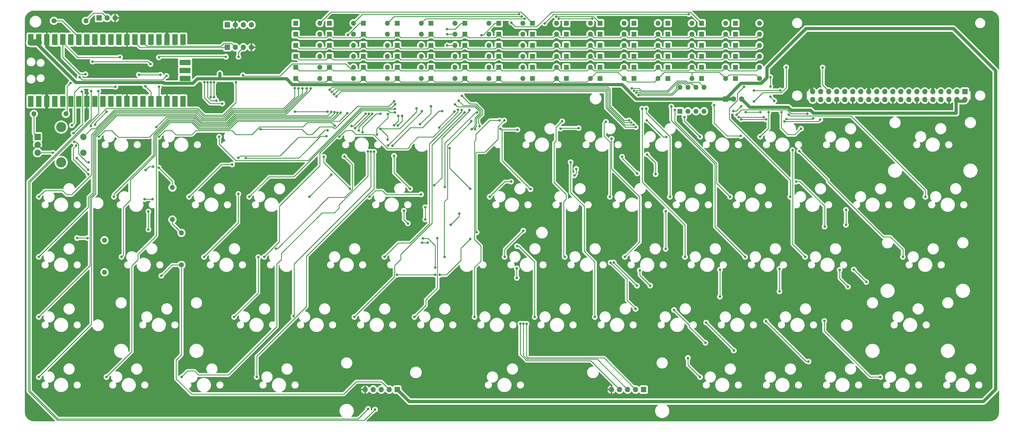
<source format=gtl>
G04 #@! TF.GenerationSoftware,KiCad,Pcbnew,7.0.7*
G04 #@! TF.CreationDate,2023-09-04T13:59:37-04:00*
G04 #@! TF.ProjectId,MainBoard,4d61696e-426f-4617-9264-2e6b69636164,rev?*
G04 #@! TF.SameCoordinates,Original*
G04 #@! TF.FileFunction,Copper,L1,Top*
G04 #@! TF.FilePolarity,Positive*
%FSLAX46Y46*%
G04 Gerber Fmt 4.6, Leading zero omitted, Abs format (unit mm)*
G04 Created by KiCad (PCBNEW 7.0.7) date 2023-09-04 13:59:37*
%MOMM*%
%LPD*%
G01*
G04 APERTURE LIST*
G04 #@! TA.AperFunction,ComponentPad*
%ADD10R,1.600000X1.600000*%
G04 #@! TD*
G04 #@! TA.AperFunction,ComponentPad*
%ADD11O,1.600000X1.600000*%
G04 #@! TD*
G04 #@! TA.AperFunction,ComponentPad*
%ADD12R,1.700000X1.700000*%
G04 #@! TD*
G04 #@! TA.AperFunction,ComponentPad*
%ADD13O,1.700000X1.700000*%
G04 #@! TD*
G04 #@! TA.AperFunction,ComponentPad*
%ADD14R,2.000000X2.000000*%
G04 #@! TD*
G04 #@! TA.AperFunction,ComponentPad*
%ADD15C,2.000000*%
G04 #@! TD*
G04 #@! TA.AperFunction,ComponentPad*
%ADD16C,3.200000*%
G04 #@! TD*
G04 #@! TA.AperFunction,SMDPad,CuDef*
%ADD17R,1.700000X3.500000*%
G04 #@! TD*
G04 #@! TA.AperFunction,SMDPad,CuDef*
%ADD18R,3.500000X1.700000*%
G04 #@! TD*
G04 #@! TA.AperFunction,ComponentPad*
%ADD19C,1.600000*%
G04 #@! TD*
G04 #@! TA.AperFunction,ViaPad*
%ADD20C,0.800000*%
G04 #@! TD*
G04 #@! TA.AperFunction,Conductor*
%ADD21C,0.250000*%
G04 #@! TD*
G04 #@! TA.AperFunction,Conductor*
%ADD22C,1.000000*%
G04 #@! TD*
G04 #@! TA.AperFunction,Conductor*
%ADD23C,2.000000*%
G04 #@! TD*
G04 APERTURE END LIST*
D10*
X85860000Y-18000000D03*
D11*
X93480000Y-18000000D03*
D10*
X225220000Y-28500000D03*
D11*
X232840000Y-28500000D03*
D10*
X128740000Y-14500000D03*
D11*
X136360000Y-14500000D03*
D10*
X118020000Y-28500000D03*
D11*
X125640000Y-28500000D03*
D10*
X160900000Y-11000000D03*
D11*
X168520000Y-11000000D03*
D10*
X85860000Y-14500000D03*
D11*
X93480000Y-14500000D03*
D10*
X182340000Y-18000000D03*
D11*
X189960000Y-18000000D03*
D10*
X128740000Y-21500000D03*
D11*
X136360000Y-21500000D03*
D10*
X203780000Y-18000000D03*
D11*
X211400000Y-18000000D03*
D10*
X107300000Y-28500000D03*
D11*
X114920000Y-28500000D03*
D10*
X96580000Y-14500000D03*
D11*
X104200000Y-14500000D03*
D10*
X150180000Y-28500000D03*
D11*
X157800000Y-28500000D03*
D10*
X193060000Y-11000000D03*
D11*
X200680000Y-11000000D03*
D10*
X225220000Y-21500000D03*
D11*
X232840000Y-21500000D03*
D10*
X107300000Y-11000000D03*
D11*
X114920000Y-11000000D03*
D10*
X128740000Y-11000000D03*
D11*
X136360000Y-11000000D03*
D10*
X203780000Y-14500000D03*
D11*
X211400000Y-14500000D03*
D10*
X150180000Y-11000000D03*
D11*
X157800000Y-11000000D03*
D10*
X160900000Y-21500000D03*
D11*
X168520000Y-21500000D03*
D10*
X203780000Y-28500000D03*
D11*
X211400000Y-28500000D03*
D10*
X118020000Y-21500000D03*
D11*
X125640000Y-21500000D03*
D10*
X171620000Y-28500000D03*
D11*
X179240000Y-28500000D03*
D10*
X193060000Y-14500000D03*
D11*
X200680000Y-14500000D03*
D10*
X203780000Y-21500000D03*
D11*
X211400000Y-21500000D03*
D12*
X64220000Y-11500000D03*
D13*
X66760000Y-11500000D03*
X69300000Y-11500000D03*
X71840000Y-11500000D03*
D10*
X150180000Y-21500000D03*
D11*
X157800000Y-21500000D03*
D10*
X214500000Y-11000000D03*
D11*
X222120000Y-11000000D03*
D10*
X182340000Y-21500000D03*
D11*
X189960000Y-21500000D03*
D10*
X214500000Y-18000000D03*
D11*
X222120000Y-18000000D03*
D12*
X222072200Y-35026600D03*
D13*
X224612200Y-35026600D03*
X227152200Y-35026600D03*
D10*
X225220000Y-14500000D03*
D11*
X232840000Y-14500000D03*
D10*
X139460000Y-18000000D03*
D11*
X147080000Y-18000000D03*
D10*
X193060000Y-28500000D03*
D11*
X200680000Y-28500000D03*
D10*
X193060000Y-21500000D03*
D11*
X200680000Y-21500000D03*
D10*
X118020000Y-11000000D03*
D11*
X125640000Y-11000000D03*
D10*
X225220000Y-25000000D03*
D11*
X232840000Y-25000000D03*
D10*
X171620000Y-18000000D03*
D11*
X179240000Y-18000000D03*
D10*
X171620000Y-21500000D03*
D11*
X179240000Y-21500000D03*
D10*
X107300000Y-25000000D03*
D11*
X114920000Y-25000000D03*
D10*
X182340000Y-14500000D03*
D11*
X189960000Y-14500000D03*
D10*
X96580000Y-28500000D03*
D11*
X104200000Y-28500000D03*
D10*
X107300000Y-21500000D03*
D11*
X114920000Y-21500000D03*
D10*
X171620000Y-25000000D03*
D11*
X179240000Y-25000000D03*
D10*
X182340000Y-11000000D03*
D11*
X189960000Y-11000000D03*
D10*
X85860000Y-21500000D03*
D11*
X93480000Y-21500000D03*
D10*
X139460000Y-21500000D03*
D11*
X147080000Y-21500000D03*
D12*
X297930000Y-32680000D03*
D13*
X297930000Y-35220000D03*
X295390000Y-32680000D03*
X295390000Y-35220000D03*
X292850000Y-32680000D03*
X292850000Y-35220000D03*
X290310000Y-32680000D03*
X290310000Y-35220000D03*
X287770000Y-32680000D03*
X287770000Y-35220000D03*
X285230000Y-32680000D03*
X285230000Y-35220000D03*
X282690000Y-32680000D03*
X282690000Y-35220000D03*
X280150000Y-32680000D03*
X280150000Y-35220000D03*
X277610000Y-32680000D03*
X277610000Y-35220000D03*
X275070000Y-32680000D03*
X275070000Y-35220000D03*
X272530000Y-32680000D03*
X272530000Y-35220000D03*
X269990000Y-32680000D03*
X269990000Y-35220000D03*
X267450000Y-32680000D03*
X267450000Y-35220000D03*
X264910000Y-32680000D03*
X264910000Y-35220000D03*
X262370000Y-32680000D03*
X262370000Y-35220000D03*
X259830000Y-32680000D03*
X259830000Y-35220000D03*
X257290000Y-32680000D03*
X257290000Y-35220000D03*
X254750000Y-32680000D03*
X254750000Y-35220000D03*
X252210000Y-32680000D03*
X252210000Y-35220000D03*
X249670000Y-32680000D03*
X249670000Y-35220000D03*
D10*
X160900000Y-28500000D03*
D11*
X168520000Y-28500000D03*
D10*
X214500000Y-25000000D03*
D11*
X222120000Y-25000000D03*
D10*
X182340000Y-28500000D03*
D11*
X189960000Y-28500000D03*
D10*
X128740000Y-18000000D03*
D11*
X136360000Y-18000000D03*
D10*
X214500000Y-21500000D03*
D11*
X222120000Y-21500000D03*
D10*
X85860000Y-28500000D03*
D11*
X93480000Y-28500000D03*
D10*
X160900000Y-18000000D03*
D11*
X168520000Y-18000000D03*
D10*
X171620000Y-11000000D03*
D11*
X179240000Y-11000000D03*
D10*
X150180000Y-18000000D03*
D11*
X157800000Y-18000000D03*
D10*
X107300000Y-18000000D03*
D11*
X114920000Y-18000000D03*
D10*
X193060000Y-25000000D03*
D11*
X200680000Y-25000000D03*
D10*
X203780000Y-25000000D03*
D11*
X211400000Y-25000000D03*
D10*
X96580000Y-11000000D03*
D11*
X104200000Y-11000000D03*
D14*
X4045000Y-47045000D03*
D15*
X4045000Y-52045000D03*
X4045000Y-49545000D03*
D16*
X11545000Y-43945000D03*
X11545000Y-55145000D03*
D15*
X18545000Y-52045000D03*
X18545000Y-47045000D03*
D10*
X139460000Y-28500000D03*
D11*
X147080000Y-28500000D03*
D10*
X150180000Y-25000000D03*
D11*
X157800000Y-25000000D03*
D10*
X225220000Y-11000000D03*
D11*
X232840000Y-11000000D03*
D10*
X118020000Y-25000000D03*
D11*
X125640000Y-25000000D03*
D10*
X85860000Y-11000000D03*
D11*
X93480000Y-11000000D03*
D10*
X128740000Y-25000000D03*
D11*
X136360000Y-25000000D03*
D10*
X203780000Y-11000000D03*
D11*
X211400000Y-11000000D03*
D10*
X96580000Y-21500000D03*
D11*
X104200000Y-21500000D03*
D10*
X150180000Y-14500000D03*
D11*
X157800000Y-14500000D03*
D10*
X118020000Y-18000000D03*
D11*
X125640000Y-18000000D03*
D10*
X207645000Y-38912800D03*
D11*
X210185000Y-38912800D03*
X212725000Y-38912800D03*
X215265000Y-38912800D03*
X215265000Y-31292800D03*
X212725000Y-31292800D03*
X210185000Y-31292800D03*
X207645000Y-31292800D03*
D10*
X225220000Y-18000000D03*
D11*
X232840000Y-18000000D03*
D10*
X96580000Y-18000000D03*
D11*
X104200000Y-18000000D03*
D10*
X193060000Y-18000000D03*
D11*
X200680000Y-18000000D03*
D13*
X1870000Y-34890000D03*
D17*
X1870000Y-35790000D03*
D13*
X4410000Y-34890000D03*
D17*
X4410000Y-35790000D03*
D12*
X6950000Y-34890000D03*
D17*
X6950000Y-35790000D03*
D13*
X9490000Y-34890000D03*
D17*
X9490000Y-35790000D03*
D13*
X12030000Y-34890000D03*
D17*
X12030000Y-35790000D03*
D13*
X14570000Y-34890000D03*
D17*
X14570000Y-35790000D03*
D13*
X17110000Y-34890000D03*
D17*
X17110000Y-35790000D03*
D12*
X19650000Y-34890000D03*
D17*
X19650000Y-35790000D03*
D13*
X22190000Y-34890000D03*
D17*
X22190000Y-35790000D03*
D13*
X24730000Y-34890000D03*
D17*
X24730000Y-35790000D03*
D13*
X27270000Y-34890000D03*
D17*
X27270000Y-35790000D03*
D13*
X29810000Y-34890000D03*
D17*
X29810000Y-35790000D03*
D12*
X32350000Y-34890000D03*
D17*
X32350000Y-35790000D03*
D13*
X34890000Y-34890000D03*
D17*
X34890000Y-35790000D03*
D13*
X37430000Y-34890000D03*
D17*
X37430000Y-35790000D03*
D13*
X39970000Y-34890000D03*
D17*
X39970000Y-35790000D03*
D13*
X42510000Y-34890000D03*
D17*
X42510000Y-35790000D03*
D12*
X45050000Y-34890000D03*
D17*
X45050000Y-35790000D03*
D13*
X47590000Y-34890000D03*
D17*
X47590000Y-35790000D03*
D13*
X50130000Y-34890000D03*
D17*
X50130000Y-35790000D03*
D13*
X50130000Y-17110000D03*
D17*
X50130000Y-16210000D03*
D13*
X47590000Y-17110000D03*
D17*
X47590000Y-16210000D03*
D12*
X45050000Y-17110000D03*
D17*
X45050000Y-16210000D03*
D13*
X42510000Y-17110000D03*
D17*
X42510000Y-16210000D03*
D13*
X39970000Y-17110000D03*
D17*
X39970000Y-16210000D03*
D13*
X37430000Y-17110000D03*
D17*
X37430000Y-16210000D03*
D13*
X34890000Y-17110000D03*
D17*
X34890000Y-16210000D03*
D12*
X32350000Y-17110000D03*
D17*
X32350000Y-16210000D03*
D13*
X29810000Y-17110000D03*
D17*
X29810000Y-16210000D03*
D13*
X27270000Y-17110000D03*
D17*
X27270000Y-16210000D03*
D13*
X24730000Y-17110000D03*
D17*
X24730000Y-16210000D03*
D13*
X22190000Y-17110000D03*
D17*
X22190000Y-16210000D03*
D12*
X19650000Y-17110000D03*
D17*
X19650000Y-16210000D03*
D13*
X17110000Y-17110000D03*
D17*
X17110000Y-16210000D03*
D13*
X14570000Y-17110000D03*
D17*
X14570000Y-16210000D03*
D13*
X12030000Y-17110000D03*
D17*
X12030000Y-16210000D03*
D13*
X9490000Y-17110000D03*
D17*
X9490000Y-16210000D03*
D12*
X6950000Y-17110000D03*
D17*
X6950000Y-16210000D03*
D13*
X4410000Y-17110000D03*
D17*
X4410000Y-16210000D03*
D13*
X1870000Y-17110000D03*
D17*
X1870000Y-16210000D03*
D13*
X49900000Y-28540000D03*
D18*
X50800000Y-28540000D03*
D12*
X49900000Y-26000000D03*
D18*
X50800000Y-26000000D03*
D13*
X49900000Y-23460000D03*
D18*
X50800000Y-23460000D03*
D10*
X107300000Y-14500000D03*
D11*
X114920000Y-14500000D03*
D10*
X85860000Y-25000000D03*
D11*
X93480000Y-25000000D03*
D10*
X139460000Y-11000000D03*
D11*
X147080000Y-11000000D03*
D10*
X214500000Y-14500000D03*
D11*
X222120000Y-14500000D03*
D10*
X160900000Y-25000000D03*
D11*
X168520000Y-25000000D03*
D10*
X139460000Y-25000000D03*
D11*
X147080000Y-25000000D03*
D10*
X96580000Y-25000000D03*
D11*
X104200000Y-25000000D03*
D10*
X128740000Y-28500000D03*
D11*
X136360000Y-28500000D03*
D10*
X214500000Y-28500000D03*
D11*
X222120000Y-28500000D03*
D10*
X182340000Y-25000000D03*
D11*
X189960000Y-25000000D03*
D10*
X118020000Y-14500000D03*
D11*
X125640000Y-14500000D03*
D10*
X171620000Y-14500000D03*
D11*
X179240000Y-14500000D03*
D10*
X160900000Y-14500000D03*
D11*
X168520000Y-14500000D03*
D10*
X139460000Y-14500000D03*
D11*
X147080000Y-14500000D03*
D12*
X64200000Y-18625000D03*
D13*
X66740000Y-18625000D03*
X69280000Y-18625000D03*
X71820000Y-18625000D03*
D12*
X118048750Y-127160000D03*
D13*
X115508750Y-127160000D03*
X112968750Y-127160000D03*
X110428750Y-127160000D03*
X107888750Y-127160000D03*
D19*
X49657000Y-87655400D03*
D11*
X49657000Y-77495400D03*
D12*
X196148750Y-127160000D03*
D13*
X193608750Y-127160000D03*
X191068750Y-127160000D03*
X188528750Y-127160000D03*
X185988750Y-127160000D03*
D19*
X13030200Y-39751000D03*
D11*
X2870200Y-39751000D03*
D19*
X25273000Y-79806800D03*
D11*
X25273000Y-89966800D03*
D19*
X9220200Y-10236200D03*
D11*
X19380200Y-10236200D03*
D19*
X46786800Y-73279000D03*
D11*
X46786800Y-63119000D03*
D12*
X23520400Y-9347200D03*
D13*
X26060400Y-9347200D03*
X28600400Y-9347200D03*
D20*
X6629400Y-45135800D03*
X129725100Y-117728400D03*
X3073400Y-20066000D03*
X45028104Y-8255000D03*
X63102744Y-8255000D03*
X260136341Y-17449800D03*
X278573751Y-23850600D03*
X133281100Y-119100000D03*
X261954682Y-21920200D03*
X276449683Y-38074600D03*
X273042528Y-23850600D03*
X280393669Y-8400000D03*
X49555400Y-72034400D03*
X249438148Y-134400000D03*
X132100000Y-119100000D03*
X304850800Y-105968800D03*
X32562800Y-26111200D03*
X28915896Y-129616200D03*
X270747408Y-134400000D03*
X273017128Y-21920200D03*
X6985000Y-30175200D03*
X130918900Y-121868600D03*
X6908800Y-28829000D03*
X52257960Y-8255000D03*
X263798423Y-21920200D03*
X5816600Y-44094400D03*
X45720000Y-25400000D03*
X255830926Y-134400000D03*
X135643300Y-119100000D03*
X275009260Y-134400000D03*
X41413176Y-8255000D03*
X19481800Y-32283400D03*
X50238526Y-132207000D03*
X33177748Y-129616200D03*
X31046822Y-129616200D03*
X64307720Y-8255000D03*
X138005500Y-121868600D03*
X41701452Y-129616200D03*
X267511305Y-23850600D03*
X18261266Y-129616200D03*
X258267200Y-19532600D03*
X287767056Y-15773400D03*
X34594800Y-11404600D03*
X13309600Y-24815800D03*
X47498000Y-25552400D03*
X42335752Y-11404600D03*
X247307100Y-28498800D03*
X32562800Y-24612600D03*
X278548351Y-19532600D03*
X132100000Y-121868600D03*
X44270990Y-11404600D03*
X284106551Y-10076400D03*
X274822130Y-38074600D03*
X20320000Y-19888200D03*
X304850800Y-82072742D03*
X59487816Y-8255000D03*
X66717672Y-8255000D03*
X20392192Y-129616200D03*
X57080150Y-20091400D03*
X273044105Y-10076400D03*
X11868488Y-129616200D03*
X263798423Y-19532600D03*
X276704610Y-19532600D03*
X245211600Y-27203400D03*
X263800000Y-8400000D03*
X37497657Y-11404600D03*
X30474355Y-20040600D03*
X2768600Y-25958800D03*
X249402600Y-27203400D03*
X304850800Y-96777998D03*
X34343620Y-20040600D03*
X10769600Y-20116800D03*
X261981659Y-10076400D03*
X263798423Y-15773400D03*
X4140200Y-20193000D03*
X280392092Y-15773400D03*
X80071490Y-132207000D03*
X265667564Y-17449800D03*
X245176296Y-134400000D03*
X35308674Y-129616200D03*
X22523118Y-129616200D03*
X240914444Y-134400000D03*
X263823823Y-23850600D03*
X267511305Y-17449800D03*
X33680400Y-26111200D03*
X257961852Y-134400000D03*
X269331223Y-8400000D03*
X13999414Y-129616200D03*
X133268400Y-117728400D03*
X130906200Y-120497000D03*
X58026300Y-20091400D03*
X304850800Y-89425370D03*
X285948715Y-17449800D03*
X248354850Y-27203400D03*
X20828000Y-27609800D03*
X261956259Y-8400000D03*
X77940564Y-132207000D03*
X246259350Y-27203400D03*
X268311918Y-38074600D03*
X20701000Y-26466800D03*
X35562419Y-11404600D03*
X280419069Y-10076400D03*
X261954682Y-15773400D03*
X135630600Y-120497000D03*
X57077864Y-8255000D03*
X36530038Y-11404600D03*
X45963304Y-129616200D03*
X274862446Y-8400000D03*
X265056812Y-38074600D03*
X278549928Y-8400000D03*
X287768633Y-8400000D03*
X304850800Y-72881957D03*
X35633375Y-20040600D03*
X245211600Y-29768800D03*
X287794033Y-10076400D03*
X48094236Y-129616200D03*
X136811700Y-117728400D03*
X33680400Y-24612600D03*
X54500378Y-132207000D03*
X284079574Y-15773400D03*
X247307222Y-134400000D03*
X45238609Y-11404600D03*
X260110941Y-19532600D03*
X260110941Y-15773400D03*
X266684365Y-38074600D03*
X39432895Y-11404600D03*
X271567024Y-38074600D03*
X31445200Y-27762200D03*
X58972450Y-20091400D03*
X65512696Y-8255000D03*
X304850800Y-100454312D03*
X9753600Y-30175200D03*
X304850800Y-87587213D03*
X267485905Y-15773400D03*
X278573751Y-17449800D03*
X273194577Y-38074600D03*
X261980082Y-23850600D03*
X284104974Y-17449800D03*
X7493000Y-46253400D03*
X282237410Y-8400000D03*
X67922648Y-8255000D03*
X272878334Y-134400000D03*
X258267200Y-21920200D03*
X2184400Y-21310600D03*
X7606636Y-129616200D03*
X31445200Y-26111200D03*
X269355046Y-17449800D03*
X54914800Y-11455400D03*
X304850800Y-91263527D03*
X136824400Y-119100000D03*
X42618152Y-8255000D03*
X5029200Y-43154600D03*
X238783518Y-134400000D03*
X271174964Y-8400000D03*
X278575328Y-10076400D03*
X51052984Y-8255000D03*
X282262810Y-10076400D03*
X246259350Y-28498800D03*
X9737562Y-129616200D03*
X134462200Y-121868600D03*
X282261233Y-23850600D03*
X280417492Y-17449800D03*
X273018705Y-8400000D03*
X271200364Y-10076400D03*
X285923315Y-21920200D03*
X284079574Y-21920200D03*
X304850800Y-76558271D03*
X49848008Y-8255000D03*
X88595200Y-132207000D03*
X39570526Y-129616200D03*
X304850800Y-93101684D03*
X274860869Y-21920200D03*
X24654044Y-129616200D03*
X60692792Y-8255000D03*
X276704610Y-15773400D03*
X268616482Y-134400000D03*
X31764110Y-20040600D03*
X129737800Y-119100000D03*
X304850800Y-71043800D03*
X47173847Y-11404600D03*
X289636200Y-23850600D03*
X61897768Y-8255000D03*
X52979561Y-11404600D03*
X267485905Y-19532600D03*
X243045370Y-134400000D03*
X263823823Y-17449800D03*
X29184600Y-20040600D03*
X279704800Y-38074600D03*
X56631304Y-132207000D03*
X289637777Y-10076400D03*
X43303371Y-11404600D03*
X271198787Y-23850600D03*
X273017128Y-15773400D03*
X304850800Y-80234585D03*
X280417492Y-23850600D03*
X70332600Y-8255000D03*
X134449500Y-117728400D03*
X8813800Y-20015200D03*
X29210000Y-24612600D03*
X30327600Y-24612600D03*
X258267200Y-15773400D03*
X49453800Y-69951600D03*
X30327600Y-26111200D03*
X132087300Y-120497000D03*
X53462936Y-8255000D03*
X8178800Y-30530800D03*
X285924892Y-8400000D03*
X25196800Y-32461200D03*
X304850800Y-83910899D03*
X269329646Y-19532600D03*
X133281100Y-121868600D03*
X282235833Y-21920200D03*
X49733200Y-55168800D03*
X287767056Y-21920200D03*
X16306800Y-23444200D03*
X304850800Y-78396428D03*
X278548351Y-15773400D03*
X265642164Y-19532600D03*
X248354850Y-29768800D03*
X304850800Y-104130626D03*
X138005500Y-119100000D03*
X6629400Y-26111200D03*
X274860869Y-15773400D03*
X285950292Y-10076400D03*
X29210000Y-27762200D03*
X304850800Y-94939841D03*
X285923315Y-15773400D03*
X266485556Y-134400000D03*
X51044323Y-11404600D03*
X67285934Y-132207000D03*
X132087300Y-117728400D03*
X58762230Y-132207000D03*
X269939471Y-38074600D03*
X46206228Y-11404600D03*
X7340600Y-23571200D03*
X258268777Y-8400000D03*
X264354630Y-134400000D03*
X282235833Y-15773400D03*
X2057400Y-30911800D03*
X14528800Y-22021800D03*
X16992600Y-19913600D03*
X249402600Y-29768800D03*
X52011942Y-11404600D03*
X40400514Y-11404600D03*
X133268400Y-120497000D03*
X40792400Y-20040600D03*
X1701800Y-20015200D03*
X3937000Y-21386800D03*
X73678712Y-132207000D03*
X276730010Y-17449800D03*
X33680400Y-27762200D03*
X263825400Y-10076400D03*
X271198787Y-17449800D03*
X258292600Y-17449800D03*
X267485905Y-21920200D03*
X265669141Y-10076400D03*
X18592800Y-19888200D03*
X32562800Y-27762200D03*
X4495800Y-25831800D03*
X278077236Y-38074600D03*
X16130340Y-129616200D03*
X260092778Y-134400000D03*
X258292600Y-23850600D03*
X1854200Y-25908000D03*
X304850800Y-74720114D03*
X261980082Y-17449800D03*
X26784970Y-129616200D03*
X130918900Y-119100000D03*
X46233080Y-8255000D03*
X69127624Y-8255000D03*
X274886269Y-23850600D03*
X48141466Y-11404600D03*
X265642164Y-15773400D03*
X289610800Y-19532600D03*
X271173387Y-15773400D03*
X269329646Y-15773400D03*
X130906200Y-117728400D03*
X253700000Y-134400000D03*
X273017128Y-19532600D03*
X58282840Y-8255000D03*
X31445200Y-24612600D03*
X38465276Y-11404600D03*
X304850800Y-102292469D03*
X265643741Y-8400000D03*
X82202416Y-132207000D03*
X50076704Y-11404600D03*
X260112518Y-8400000D03*
X56134000Y-20091400D03*
X84333342Y-132207000D03*
X48107600Y-132207000D03*
X75809638Y-132207000D03*
X137992800Y-120497000D03*
X55872888Y-8255000D03*
X280392092Y-19532600D03*
X129725100Y-120497000D03*
X48643032Y-8255000D03*
X4038600Y-31013400D03*
X282261233Y-17449800D03*
X284081151Y-8400000D03*
X52369452Y-132207000D03*
X29210000Y-26111200D03*
X287792456Y-17449800D03*
X37439600Y-129616200D03*
X137992800Y-117728400D03*
X59918600Y-20091400D03*
X71547786Y-132207000D03*
X282235833Y-19532600D03*
X135630600Y-117728400D03*
X287792456Y-23850600D03*
X269329646Y-21920200D03*
X53947180Y-11404600D03*
X261954682Y-19532600D03*
X262223704Y-134400000D03*
X18516600Y-23469600D03*
X258294177Y-10076400D03*
X267487482Y-8400000D03*
X289612377Y-8400000D03*
X247307100Y-29768800D03*
X280392092Y-21920200D03*
X8178800Y-25781000D03*
X276730010Y-23850600D03*
X260137918Y-10076400D03*
X63024082Y-132207000D03*
X289610800Y-21920200D03*
X49109085Y-11404600D03*
X38212885Y-20040600D03*
X274886269Y-17449800D03*
X45999400Y-23545800D03*
X135643300Y-121868600D03*
X86464268Y-132207000D03*
X47438056Y-8255000D03*
X129737800Y-121868600D03*
X47320200Y-23850600D03*
X267512882Y-10076400D03*
X245211600Y-28498800D03*
X279271118Y-134400000D03*
X11252200Y-30708600D03*
X265642164Y-21920200D03*
X285948715Y-23850600D03*
X274887846Y-10076400D03*
X277140186Y-134400000D03*
X247307100Y-27203400D03*
X276704610Y-21920200D03*
X304850800Y-85749056D03*
X278548351Y-21920200D03*
X69416860Y-132207000D03*
X273042528Y-17449800D03*
X265667564Y-23850600D03*
X9956800Y-26416000D03*
X36923130Y-20040600D03*
X41368133Y-11404600D03*
X260174153Y-38074600D03*
X49276000Y-67716400D03*
X49784000Y-53848000D03*
X289610800Y-15773400D03*
X60893156Y-132207000D03*
X260110941Y-21920200D03*
X45008800Y-36982400D03*
X269355046Y-23850600D03*
X17449800Y-24765000D03*
X287767056Y-19532600D03*
X263429259Y-38074600D03*
X289636200Y-17449800D03*
X284104974Y-23850600D03*
X284079574Y-19532600D03*
X276706187Y-8400000D03*
X246259350Y-29768800D03*
X251569074Y-134400000D03*
X136824400Y-121868600D03*
X274860869Y-19532600D03*
X134449500Y-120497000D03*
X40208200Y-8255000D03*
X134462200Y-119100000D03*
X30327600Y-27762200D03*
X33053865Y-20040600D03*
X271173387Y-21920200D03*
X43823128Y-8255000D03*
X260136341Y-23850600D03*
X249402600Y-28498800D03*
X54667912Y-8255000D03*
X43832378Y-129616200D03*
X65155008Y-132207000D03*
X39502640Y-20040600D03*
X136811700Y-120497000D03*
X248354850Y-28498800D03*
X285923315Y-19532600D03*
X258546600Y-38074600D03*
X261801706Y-38074600D03*
X304850800Y-98616155D03*
X269356623Y-10076400D03*
X271173387Y-19532600D03*
X276731587Y-10076400D03*
X39839500Y-23980400D03*
X21465500Y-23190200D03*
X14528800Y-29972000D03*
X38176200Y-31013400D03*
X14935200Y-43383200D03*
X36144200Y-27330400D03*
X38328600Y-57556400D03*
X15582300Y-48615600D03*
X42431300Y-56794400D03*
X28752800Y-31189500D03*
X42519600Y-31189500D03*
X20218400Y-55118000D03*
X42964500Y-27330400D03*
X40690800Y-56464200D03*
X17377899Y-28147499D03*
X44907200Y-27711400D03*
X86715600Y-31648400D03*
X4440000Y-66035000D03*
X156667200Y-8141300D03*
X4440000Y-85085000D03*
X88011000Y-31673800D03*
X168452800Y-8865800D03*
X157482454Y-8865800D03*
X4440000Y-104135000D03*
X89382600Y-31699200D03*
X179882800Y-9590300D03*
X158471241Y-9595840D03*
X169167951Y-9590300D03*
X94769377Y-53377500D03*
X130060100Y-88493600D03*
X103092000Y-63495000D03*
X126180000Y-79273400D03*
X128676400Y-37312246D03*
X125247400Y-43027600D03*
X120130000Y-70485000D03*
X121395700Y-74489100D03*
X4440000Y-123185000D03*
X90576400Y-31699200D03*
X154203400Y-10820400D03*
X98129395Y-39236521D03*
X23490000Y-46985000D03*
X210439000Y-8141300D03*
X164769800Y-11074400D03*
X28252500Y-66035000D03*
X99124005Y-39335297D03*
X30633750Y-85085000D03*
X100123139Y-39362443D03*
X66929000Y-29699900D03*
X69138800Y-27500900D03*
X20929600Y-43637200D03*
X102248057Y-39519700D03*
X25871249Y-123185000D03*
X95986600Y-39065200D03*
X39167500Y-70739000D03*
X85623400Y-39069700D03*
X25933400Y-39039800D03*
X22269407Y-43218700D03*
X39167500Y-76428600D03*
X42540000Y-46985000D03*
X103581200Y-43585200D03*
X98221800Y-43561000D03*
X108026200Y-39724500D03*
X65716500Y-55803800D03*
X52065000Y-66035000D03*
X67691000Y-53721000D03*
X109059394Y-39724108D03*
X104662000Y-44309700D03*
X95931501Y-44928301D03*
X85496400Y-31623000D03*
X74003000Y-85191600D03*
X101291853Y-53247153D03*
X112725200Y-39724500D03*
X107035600Y-45620500D03*
X79578200Y-82448400D03*
X66352500Y-104135000D03*
X108697277Y-51687841D03*
X49683750Y-123185000D03*
X115088119Y-39775681D03*
X111611899Y-46350701D03*
X70053200Y-53798251D03*
X105892600Y-45034200D03*
X56827500Y-85085000D03*
X95580200Y-46786800D03*
X67669099Y-65147501D03*
X110083600Y-39724500D03*
X117380066Y-36694741D03*
X61590000Y-46985000D03*
X71115000Y-66035000D03*
X117246400Y-38227000D03*
X117271800Y-39319200D03*
X75877500Y-85085000D03*
X97133067Y-39156932D03*
X41652655Y-43913254D03*
X102387400Y-14706600D03*
X118355657Y-40419700D03*
X116992400Y-43383200D03*
X85184198Y-103916698D03*
X109693697Y-51766273D03*
X74721802Y-44649802D03*
X117017800Y-35763200D03*
X118237000Y-43434000D03*
X110693200Y-51766273D03*
X119588880Y-40374580D03*
X73496250Y-123185000D03*
X115087400Y-49809400D03*
X133883400Y-14503400D03*
X125806200Y-38838300D03*
X132257800Y-38838300D03*
X116484400Y-49834800D03*
X90165000Y-66035000D03*
X133883400Y-18034000D03*
X97150000Y-59050000D03*
X133027500Y-85085000D03*
X141528800Y-42087800D03*
X99689999Y-46985000D03*
X137287000Y-38404800D03*
X109215000Y-66035000D03*
X129744500Y-62433200D03*
X125603000Y-65278000D03*
X140893800Y-38563800D03*
X138455400Y-38506400D03*
X113977500Y-85085000D03*
X130784600Y-79146400D03*
X135001000Y-74930000D03*
X133146800Y-62890400D03*
X137725000Y-71399400D03*
X143393700Y-39288300D03*
X123502500Y-104135000D03*
X139344400Y-39288300D03*
X104452500Y-104135000D03*
X126904500Y-73228200D03*
X124104400Y-38023800D03*
X114985800Y-47904400D03*
X117043200Y-53060600D03*
X133807200Y-12877800D03*
X112616999Y-44445000D03*
X126904500Y-69367400D03*
X122142000Y-63495000D03*
X142552500Y-104135000D03*
X150444200Y-41820500D03*
X143218500Y-77317600D03*
X151968200Y-41821000D03*
X131509100Y-90805000D03*
X130060100Y-90779600D03*
X141122400Y-79425800D03*
X117957000Y-90776353D03*
X154114500Y-61214000D03*
X147315000Y-66035000D03*
X157977000Y-76809600D03*
X152077500Y-85085000D03*
X127736600Y-80645000D03*
X141192000Y-63495000D03*
X136194800Y-39039800D03*
X134658700Y-50647600D03*
X131321556Y-44099557D03*
X125882400Y-80645000D03*
X144703800Y-14782800D03*
X156032200Y-81686400D03*
X161602500Y-104135000D03*
X155929500Y-88773000D03*
X155929500Y-91744800D03*
X185648600Y-86918800D03*
X175514000Y-44272200D03*
X169767000Y-44445000D03*
X193579500Y-101595000D03*
X159046853Y-106325538D03*
X138531600Y-34061400D03*
X144119600Y-43688000D03*
X150717000Y-44445000D03*
X160274000Y-63627000D03*
X156133800Y-44754800D03*
X185978800Y-47625000D03*
X190177500Y-85085000D03*
X174163501Y-59287899D03*
X174777400Y-57200800D03*
X170307000Y-42113200D03*
X171127500Y-85085000D03*
X172999400Y-55092600D03*
X180652500Y-104135000D03*
X210156750Y-117147650D03*
X194029500Y-94259400D03*
X213990000Y-123185000D03*
X186646029Y-86854450D03*
X198196200Y-94208600D03*
X194894200Y-89382600D03*
X184189500Y-42291000D03*
X185415000Y-66035000D03*
X215722200Y-112369600D03*
X205765400Y-101955600D03*
X196926200Y-38074600D03*
X204465000Y-66035000D03*
X215950800Y-105943400D03*
X224713800Y-114782600D03*
X203098400Y-70637400D03*
X194081400Y-58648600D03*
X189305000Y-53364200D03*
X203104500Y-82545000D03*
X158047703Y-106299000D03*
X137490200Y-35585400D03*
X142663399Y-44619399D03*
X195654499Y-38127101D03*
X209227500Y-85085000D03*
X234924600Y-105511600D03*
X248379500Y-118295000D03*
X197231000Y-52628800D03*
X199942000Y-58877200D03*
X197154800Y-41833800D03*
X220319600Y-89154000D03*
X220294200Y-97713800D03*
X203301600Y-47066200D03*
X239192500Y-96047006D03*
X253390400Y-105435400D03*
X239191800Y-88900000D03*
X271140000Y-123185000D03*
X209060000Y-40804500D03*
X213990000Y-46985000D03*
X223515000Y-66035000D03*
X206019400Y-38506400D03*
X204911399Y-37404601D03*
X228277500Y-85085000D03*
X235712000Y-39229700D03*
X233040000Y-46985000D03*
X226917000Y-46780200D03*
X218490800Y-36982400D03*
X242565000Y-66035000D03*
X227914200Y-31165800D03*
X247327500Y-85085000D03*
X243320000Y-51269200D03*
X141630400Y-44627800D03*
X136372600Y-36753800D03*
X157048200Y-106299000D03*
X253480000Y-75488800D03*
X266687734Y-93052466D03*
X244465614Y-61248786D03*
X262750734Y-89115466D03*
X258241800Y-89230200D03*
X260882829Y-94590171D03*
X239445800Y-32308800D03*
X231063800Y-32308800D03*
X242087400Y-39979600D03*
X285427500Y-66035000D03*
X245465600Y-51587400D03*
X278283750Y-85085000D03*
X236296200Y-31038800D03*
X260254500Y-70205600D03*
X245967000Y-44445000D03*
X236296200Y-28092400D03*
X239801400Y-39229700D03*
X237540800Y-35610800D03*
X236296200Y-34276700D03*
X260254500Y-74955400D03*
X61823600Y-26949400D03*
X96620866Y-32074449D03*
X56896000Y-29699900D03*
X191501500Y-41808400D03*
X192390953Y-31645569D03*
X62632844Y-36503356D03*
X98738200Y-34196800D03*
X194487800Y-33782000D03*
X58969902Y-34439460D03*
X193649600Y-43967400D03*
X58969897Y-29699900D03*
X192950500Y-43218776D03*
X98012934Y-33509054D03*
X59969400Y-34442400D03*
X59969400Y-29699900D03*
X193796922Y-33059718D03*
X60698144Y-35593255D03*
X192226000Y-42519600D03*
X97313880Y-32794682D03*
X193044482Y-32401813D03*
X57937400Y-29718000D03*
X231063800Y-35814000D03*
X224561400Y-38862000D03*
X252857000Y-25044400D03*
X228447600Y-39192200D03*
X227025200Y-37338000D03*
X241300000Y-24968200D03*
X233095800Y-39229700D03*
X240690400Y-42164000D03*
X227025200Y-41503600D03*
X252095000Y-41605200D03*
X234950000Y-41503600D03*
X19227800Y-27178000D03*
X43281600Y-91084400D03*
X16306800Y-49784000D03*
X15417800Y-45872400D03*
X18084800Y-32689800D03*
X20193000Y-58953400D03*
X63728600Y-21640800D03*
X30175200Y-21793200D03*
X67716400Y-21666200D03*
X42494200Y-21844000D03*
X111000000Y-133500000D03*
X20980400Y-32537400D03*
X23317200Y-32537400D03*
X108800000Y-133300000D03*
X19901500Y-79146400D03*
X16586200Y-79121000D03*
X241397155Y-41439500D03*
X226264335Y-40804500D03*
X234213400Y-40779100D03*
X249885200Y-41173400D03*
X225563198Y-40080000D03*
X248005600Y-39686900D03*
X40487600Y-66802000D03*
X20116800Y-57454800D03*
X8915400Y-52070000D03*
X16433800Y-53746400D03*
X37973000Y-66802000D03*
D21*
X249402600Y-32412600D02*
X249490000Y-32500000D01*
X249490000Y-32500000D02*
X249670000Y-32500000D01*
D22*
X6950000Y-34890000D02*
X6950000Y-44815200D01*
X45050000Y-11593209D02*
X45050000Y-17110000D01*
X6950000Y-30210200D02*
X6985000Y-30175200D01*
D21*
X45050000Y-34890000D02*
X45050000Y-34100900D01*
D22*
X45238609Y-11404600D02*
X45050000Y-11593209D01*
D21*
X6950000Y-44815200D02*
X6629400Y-45135800D01*
X287792456Y-32500000D02*
X287770000Y-32500000D01*
D22*
X249402600Y-29768800D02*
X249402600Y-32412600D01*
X6950000Y-18151400D02*
X8813800Y-20015200D01*
X267511305Y-23850600D02*
X267511305Y-32500000D01*
X6950000Y-34890000D02*
X6950000Y-30210200D01*
X6950000Y-17110000D02*
X6950000Y-18151400D01*
X287792456Y-23850600D02*
X287792456Y-32500000D01*
D21*
X267511305Y-32500000D02*
X267450000Y-32500000D01*
X38176200Y-31013400D02*
X39970000Y-32807200D01*
X13030200Y-39751000D02*
X13395000Y-39386200D01*
X21465500Y-23190200D02*
X39049300Y-23190200D01*
X39970000Y-32807200D02*
X39970000Y-34890000D01*
X39049300Y-23190200D02*
X39839500Y-23980400D01*
X13395000Y-31105800D02*
X14528800Y-29972000D01*
X13395000Y-39386200D02*
X13395000Y-31105800D01*
X15745000Y-32870600D02*
X16789400Y-31826200D01*
X17426100Y-31189500D02*
X28752800Y-31189500D01*
X17031800Y-52405633D02*
X17031800Y-49483695D01*
X46786800Y-61149900D02*
X46786800Y-63119000D01*
X42510000Y-34890000D02*
X42510000Y-31199100D01*
X17031800Y-49483695D02*
X16163705Y-48615600D01*
X16789400Y-31826200D02*
X17426100Y-31189500D01*
X14935200Y-43383200D02*
X15745000Y-42573400D01*
X15745000Y-42573400D02*
X15745000Y-32870600D01*
X19744167Y-55118000D02*
X17031800Y-52405633D01*
X39420800Y-56464200D02*
X40690800Y-56464200D01*
X42431300Y-56794400D02*
X46786800Y-61149900D01*
X20218400Y-55118000D02*
X19744167Y-55118000D01*
X36144200Y-27330400D02*
X42964500Y-27330400D01*
X16163705Y-48615600D02*
X15582300Y-48615600D01*
X42510000Y-31199100D02*
X42519600Y-31189500D01*
X38328600Y-57556400D02*
X39420800Y-56464200D01*
X43628100Y-28990500D02*
X44907200Y-27711400D01*
X18220900Y-28990500D02*
X43628100Y-28990500D01*
X17377899Y-28147499D02*
X18220900Y-28990500D01*
X160900000Y-11000000D02*
X157316800Y-7416800D01*
X157316800Y-7416800D02*
X97063200Y-7416800D01*
X97063200Y-7416800D02*
X93480000Y-11000000D01*
X13277994Y-65395000D02*
X11992594Y-64109600D01*
X56533174Y-41035000D02*
X54443174Y-38945000D01*
X65895032Y-38495000D02*
X63355032Y-41035000D01*
X11992594Y-64109600D02*
X6365400Y-64109600D01*
X21129000Y-59118006D02*
X14852006Y-65395000D01*
X86715600Y-31648400D02*
X86715600Y-33958312D01*
X86715600Y-33958312D02*
X82178912Y-38495000D01*
X63355032Y-41035000D02*
X56533174Y-41035000D01*
X6365400Y-64109600D02*
X4440000Y-66035000D01*
X21129000Y-46406808D02*
X21129000Y-59118006D01*
X54443174Y-38945000D02*
X28590808Y-38945000D01*
X28590808Y-38945000D02*
X21129000Y-46406808D01*
X14852006Y-65395000D02*
X13277994Y-65395000D01*
X82178912Y-38495000D02*
X65895032Y-38495000D01*
X104200000Y-11000000D02*
X107058700Y-8141300D01*
X107058700Y-8141300D02*
X156667200Y-8141300D01*
X21579000Y-46593204D02*
X21579000Y-64752808D01*
X63541428Y-41485000D02*
X56346778Y-41485000D01*
X54256778Y-39395000D02*
X28777204Y-39395000D01*
X88011000Y-33299308D02*
X82365308Y-38945000D01*
X28777204Y-39395000D02*
X21579000Y-46593204D01*
X82365308Y-38945000D02*
X66081428Y-38945000D01*
X56346778Y-41485000D02*
X54256778Y-39395000D01*
X66081428Y-38945000D02*
X63541428Y-41485000D01*
X21579000Y-64752808D02*
X20213600Y-66118208D01*
X20213600Y-69311400D02*
X4440000Y-85085000D01*
X88011000Y-31673800D02*
X88011000Y-33299308D01*
X20213600Y-66118208D02*
X20213600Y-69311400D01*
X114920000Y-11000000D02*
X117054200Y-8865800D01*
X117054200Y-8865800D02*
X157482454Y-8865800D01*
X180205800Y-8865800D02*
X182340000Y-11000000D01*
X168452800Y-8865800D02*
X180205800Y-8865800D01*
X89382600Y-31699200D02*
X89382600Y-32564104D01*
X22029000Y-46779600D02*
X22029000Y-64939204D01*
X22029000Y-64939204D02*
X20663600Y-66304604D01*
X20663600Y-66304604D02*
X20663600Y-87911400D01*
X89382600Y-32564104D02*
X82551704Y-39395000D01*
X66267824Y-39395000D02*
X63727824Y-41935000D01*
X63727824Y-41935000D02*
X56160382Y-41935000D01*
X82551704Y-39395000D02*
X66267824Y-39395000D01*
X54070382Y-39845000D02*
X28963600Y-39845000D01*
X20663600Y-87911400D02*
X4440000Y-104135000D01*
X28963600Y-39845000D02*
X22029000Y-46779600D01*
X56160382Y-41935000D02*
X54070382Y-39845000D01*
X125640000Y-11000000D02*
X127044160Y-9595840D01*
X169167951Y-9590300D02*
X179882800Y-9590300D01*
X127044160Y-9595840D02*
X158471241Y-9595840D01*
X126180000Y-79273400D02*
X127787400Y-79273400D01*
X94769377Y-53377500D02*
X94769377Y-55172377D01*
X130060100Y-81546100D02*
X130060100Y-88493600D01*
X120130000Y-73223400D02*
X121395700Y-74489100D01*
X120130000Y-70485000D02*
X120130000Y-73223400D01*
X128676400Y-37312246D02*
X128676400Y-39598600D01*
X127787400Y-79273400D02*
X130060100Y-81546100D01*
X128676400Y-39598600D02*
X125247400Y-43027600D01*
X94769377Y-55172377D02*
X103092000Y-63495000D01*
X55973986Y-42385000D02*
X53883986Y-40295000D01*
X90576400Y-32006700D02*
X82738100Y-39845000D01*
X66454220Y-39845000D02*
X63914220Y-42385000D01*
X21113600Y-106511400D02*
X4440000Y-123185000D01*
X53883986Y-40295000D02*
X29154695Y-40295000D01*
X90576400Y-31699200D02*
X90576400Y-32006700D01*
X22479000Y-46970695D02*
X22479000Y-65125600D01*
X21113600Y-66491000D02*
X21113600Y-106511400D01*
X82738100Y-39845000D02*
X66454220Y-39845000D01*
X63914220Y-42385000D02*
X55973986Y-42385000D01*
X29154695Y-40295000D02*
X22479000Y-46970695D01*
X22479000Y-65125600D02*
X21113600Y-66491000D01*
X162271400Y-12125000D02*
X166979600Y-7416800D01*
X154203400Y-10820400D02*
X155508000Y-12125000D01*
X210916800Y-7416800D02*
X214500000Y-11000000D01*
X166979600Y-7416800D02*
X210916800Y-7416800D01*
X155508000Y-12125000D02*
X162271400Y-12125000D01*
X96948400Y-40745000D02*
X66827012Y-40745000D01*
X53511194Y-41195000D02*
X45395507Y-41195000D01*
X39440507Y-47150000D02*
X29617006Y-47150000D01*
X45395507Y-41195000D02*
X39440507Y-47150000D01*
X66827012Y-40745000D02*
X64287012Y-43285000D01*
X98129395Y-39564005D02*
X96948400Y-40745000D01*
X64287012Y-43285000D02*
X55601194Y-43285000D01*
X55601194Y-43285000D02*
X53511194Y-41195000D01*
X25390000Y-45085000D02*
X23490000Y-46985000D01*
X29617006Y-47150000D02*
X27552006Y-45085000D01*
X27552006Y-45085000D02*
X25390000Y-45085000D01*
X98129395Y-39236521D02*
X98129395Y-39564005D01*
X167703400Y-8140800D02*
X210438500Y-8140800D01*
X164769800Y-11074400D02*
X167703400Y-8140800D01*
X210438500Y-8140800D02*
X210439000Y-8141300D01*
X99124005Y-39725181D02*
X97654186Y-41195000D01*
X67013408Y-41195000D02*
X64473408Y-43735000D01*
X28252500Y-65276104D02*
X28252500Y-66035000D01*
X34013502Y-59515102D02*
X28252500Y-65276104D01*
X40806800Y-52721804D02*
X34013502Y-59515102D01*
X97654186Y-41195000D02*
X67013408Y-41195000D01*
X40806800Y-46420103D02*
X40806800Y-52721804D01*
X64473408Y-43735000D02*
X55414798Y-43735000D01*
X55414798Y-43735000D02*
X53324798Y-41645000D01*
X99124005Y-39335297D02*
X99124005Y-39725181D01*
X53324798Y-41645000D02*
X45581903Y-41645000D01*
X45581903Y-41645000D02*
X40806800Y-46420103D01*
X33427500Y-67156500D02*
X31267400Y-69316600D01*
X64659804Y-44185000D02*
X55228402Y-44185000D01*
X53138402Y-42095000D02*
X45768299Y-42095000D01*
X55228402Y-44185000D02*
X53138402Y-42095000D01*
X31267400Y-69316600D02*
X31267400Y-84451350D01*
X33427500Y-60737500D02*
X33427500Y-67156500D01*
X45768299Y-42095000D02*
X41256800Y-46606499D01*
X41256800Y-52908200D02*
X33427500Y-60737500D01*
X41256800Y-46606499D02*
X41256800Y-52908200D01*
X100123139Y-39362443D02*
X97840582Y-41645000D01*
X67199804Y-41645000D02*
X64659804Y-44185000D01*
X31267400Y-84451350D02*
X30633750Y-85085000D01*
X97840582Y-41645000D02*
X67199804Y-41645000D01*
X104200000Y-25000000D02*
X103525000Y-25675000D01*
X66929000Y-36169600D02*
X62963600Y-40135000D01*
X62963600Y-40135000D02*
X56905966Y-40135000D01*
X69400100Y-27762200D02*
X69138800Y-27500900D01*
X20929600Y-43002200D02*
X20929600Y-43637200D01*
X101725000Y-23875000D02*
X84735000Y-23875000D01*
X103525000Y-25675000D02*
X101725000Y-23875000D01*
X80847800Y-27762200D02*
X69400100Y-27762200D01*
X66929000Y-29699900D02*
X66929000Y-36169600D01*
X25886800Y-38045000D02*
X20929600Y-43002200D01*
X56905966Y-40135000D02*
X54815966Y-38045000D01*
X84735000Y-23875000D02*
X80847800Y-27762200D01*
X54815966Y-38045000D02*
X25886800Y-38045000D01*
X52952006Y-42545000D02*
X45954695Y-42545000D01*
X45954695Y-42545000D02*
X41706800Y-46792895D01*
X64846200Y-44635000D02*
X55042006Y-44635000D01*
X33888750Y-87980450D02*
X33888750Y-115167499D01*
X55042006Y-44635000D02*
X52952006Y-42545000D01*
X41706800Y-46792895D02*
X41706800Y-78409800D01*
X35808750Y-86060450D02*
X33888750Y-87980450D01*
X33888750Y-115167499D02*
X25871249Y-123185000D01*
X67386200Y-42095000D02*
X64846200Y-44635000D01*
X102248057Y-39519700D02*
X99672757Y-42095000D01*
X41706800Y-78409800D02*
X35808750Y-84307850D01*
X35808750Y-84307850D02*
X35808750Y-86060450D01*
X99672757Y-42095000D02*
X67386200Y-42095000D01*
X85627900Y-39065200D02*
X95986600Y-39065200D01*
X25933400Y-39065200D02*
X25933400Y-39039800D01*
X22269407Y-43218700D02*
X22269407Y-42729193D01*
X39167500Y-70739000D02*
X39167500Y-76428600D01*
X85623400Y-39069700D02*
X85627900Y-39065200D01*
X22269407Y-42729193D02*
X25933400Y-39065200D01*
X54212006Y-45085000D02*
X52916606Y-46380400D01*
X89477994Y-42545000D02*
X88131794Y-43891200D01*
X72002006Y-46345000D02*
X66912006Y-46345000D01*
X104165500Y-43585200D02*
X103581200Y-43585200D01*
X66912006Y-46345000D02*
X65652006Y-45085000D01*
X98221800Y-43561000D02*
X97205800Y-42545000D01*
X44440000Y-45085000D02*
X42540000Y-46985000D01*
X88131794Y-43891200D02*
X74455806Y-43891200D01*
X97205800Y-42545000D02*
X89477994Y-42545000D01*
X47897406Y-46380400D02*
X46602006Y-45085000D01*
X52916606Y-46380400D02*
X47897406Y-46380400D01*
X108026200Y-39724500D02*
X104165500Y-43585200D01*
X46602006Y-45085000D02*
X44440000Y-45085000D01*
X65652006Y-45085000D02*
X54212006Y-45085000D01*
X74455806Y-43891200D02*
X72002006Y-46345000D01*
X80864516Y-53073251D02*
X68338749Y-53073251D01*
X83895000Y-49988400D02*
X83895000Y-50042767D01*
X95931501Y-44928301D02*
X94997536Y-44928301D01*
X94997536Y-44928301D02*
X92775837Y-47150000D01*
X65716500Y-55803800D02*
X62296200Y-55803800D01*
X62296200Y-55803800D02*
X52065000Y-66035000D01*
X92775837Y-47150000D02*
X86733400Y-47150000D01*
X83895000Y-50042767D02*
X80864516Y-53073251D01*
X109059394Y-39912306D02*
X104662000Y-44309700D01*
X86733400Y-47150000D02*
X83895000Y-49988400D01*
X68338749Y-53073251D02*
X67691000Y-53721000D01*
X109059394Y-39724108D02*
X109059394Y-39912306D01*
X85860000Y-14500000D02*
X86985000Y-15625000D01*
X168520000Y-14500000D02*
X169645000Y-15625000D01*
X223245000Y-15625000D02*
X231715000Y-15625000D01*
X108425000Y-15625000D02*
X116895000Y-15625000D01*
X119145000Y-15625000D02*
X127615000Y-15625000D01*
X210275000Y-15625000D02*
X211400000Y-14500000D01*
X150180000Y-14500000D02*
X151305000Y-15625000D01*
X167395000Y-15625000D02*
X168520000Y-14500000D01*
X118020000Y-14500000D02*
X119145000Y-15625000D01*
X129865000Y-15625000D02*
X138335000Y-15625000D01*
X96580000Y-14500000D02*
X97705000Y-15625000D01*
X107300000Y-14500000D02*
X108425000Y-15625000D01*
X179240000Y-14500000D02*
X180365000Y-15625000D01*
X211400000Y-14500000D02*
X212525000Y-15625000D01*
X106175000Y-15625000D02*
X107300000Y-14500000D01*
X169645000Y-15625000D02*
X178115000Y-15625000D01*
X222120000Y-14500000D02*
X223245000Y-15625000D01*
X127615000Y-15625000D02*
X128740000Y-14500000D01*
X139460000Y-14500000D02*
X140585000Y-15625000D01*
X149055000Y-15625000D02*
X150180000Y-14500000D01*
X200680000Y-14500000D02*
X201805000Y-15625000D01*
X95455000Y-15625000D02*
X96580000Y-14500000D01*
X116895000Y-15625000D02*
X118020000Y-14500000D01*
X191085000Y-15625000D02*
X199555000Y-15625000D01*
X180365000Y-15625000D02*
X188835000Y-15625000D01*
X151305000Y-15625000D02*
X167395000Y-15625000D01*
X220995000Y-15625000D02*
X222120000Y-14500000D01*
X188835000Y-15625000D02*
X189960000Y-14500000D01*
X212525000Y-15625000D02*
X220995000Y-15625000D01*
X189960000Y-14500000D02*
X191085000Y-15625000D01*
X178115000Y-15625000D02*
X179240000Y-14500000D01*
X231715000Y-15625000D02*
X232840000Y-14500000D01*
X138335000Y-15625000D02*
X139460000Y-14500000D01*
X128740000Y-14500000D02*
X129865000Y-15625000D01*
X201805000Y-15625000D02*
X210275000Y-15625000D01*
X97705000Y-15625000D02*
X106175000Y-15625000D01*
X85855400Y-14500000D02*
X85860000Y-14500000D01*
X86985000Y-15625000D02*
X95455000Y-15625000D01*
X140585000Y-15625000D02*
X149055000Y-15625000D01*
X199555000Y-15625000D02*
X200680000Y-14500000D01*
X81992516Y-38045000D02*
X65708636Y-38045000D01*
X28404412Y-38495000D02*
X22451506Y-44447906D01*
X56719570Y-40585000D02*
X54629570Y-38495000D01*
X65708636Y-38045000D02*
X63168636Y-40585000D01*
X63168636Y-40585000D02*
X56719570Y-40585000D01*
X85496400Y-34541116D02*
X81992516Y-38045000D01*
X85496400Y-31623000D02*
X85496400Y-34541116D01*
X54629570Y-38495000D02*
X28404412Y-38495000D01*
X22451506Y-44447906D02*
X21142094Y-44447906D01*
X21142094Y-44447906D02*
X18545000Y-47045000D01*
X93420000Y-69114600D02*
X80086200Y-82448400D01*
X74003000Y-85191600D02*
X74003000Y-96484500D01*
X112725200Y-39724500D02*
X111348493Y-39724500D01*
X101291853Y-53247153D02*
X103817000Y-55772300D01*
X107035600Y-44037393D02*
X107035600Y-45620500D01*
X96233000Y-66200000D02*
X93420000Y-69013000D01*
X111348493Y-39724500D02*
X107035600Y-44037393D01*
X80086200Y-82448400D02*
X79578200Y-82448400D01*
X93420000Y-69013000D02*
X93420000Y-69114600D01*
X101412305Y-66200000D02*
X96233000Y-66200000D01*
X103817000Y-55772300D02*
X103817000Y-63795305D01*
X74003000Y-96484500D02*
X66352500Y-104135000D01*
X103817000Y-63795305D02*
X101412305Y-66200000D01*
X81305400Y-85923343D02*
X79832200Y-87396543D01*
X111554866Y-44481828D02*
X111554866Y-46293666D01*
X99625000Y-69615200D02*
X98130694Y-71109506D01*
X51583750Y-121285000D02*
X49683750Y-123185000D01*
X53745756Y-121285000D02*
X51583750Y-121285000D01*
X108697277Y-59551424D02*
X99625000Y-68623701D01*
X111554866Y-46293666D02*
X111611899Y-46350701D01*
X115088119Y-39775681D02*
X115088119Y-40948575D01*
X99625000Y-68623701D02*
X99625000Y-69615200D01*
X108697277Y-51687841D02*
X108697277Y-59551424D01*
X98130694Y-71109506D02*
X94219094Y-71109506D01*
X115088119Y-40948575D02*
X111554866Y-44481828D01*
X81305400Y-84023200D02*
X81305400Y-85923343D01*
X64500600Y-122545000D02*
X55005756Y-122545000D01*
X55005756Y-122545000D02*
X53745756Y-121285000D01*
X79832200Y-107213400D02*
X64500600Y-122545000D01*
X79832200Y-87396543D02*
X79832200Y-107213400D01*
X94219094Y-71109506D02*
X81305400Y-84023200D01*
X93775433Y-46786800D02*
X90100000Y-50462233D01*
X86841549Y-53798251D02*
X70053200Y-53798251D01*
X105892600Y-43915500D02*
X110083600Y-39724500D01*
X67669099Y-65147501D02*
X67669099Y-74243401D01*
X90100000Y-50539800D02*
X86841549Y-53798251D01*
X95580200Y-46786800D02*
X93775433Y-46786800D01*
X105892600Y-45034200D02*
X105892600Y-43915500D01*
X90100000Y-50462233D02*
X90100000Y-50539800D01*
X67669099Y-74243401D02*
X56827500Y-85085000D01*
X116194196Y-37833450D02*
X106543452Y-37833450D01*
X106543452Y-37833450D02*
X89854151Y-54522751D01*
X89854151Y-54522751D02*
X66824984Y-54522751D01*
X61590000Y-49287767D02*
X61590000Y-46985000D01*
X117380066Y-36694741D02*
X117332905Y-36694741D01*
X117332905Y-36694741D02*
X116194196Y-37833450D01*
X66824984Y-54522751D02*
X61590000Y-49287767D01*
X117189950Y-38283450D02*
X106729848Y-38283450D01*
X77444951Y-59705049D02*
X71115000Y-66035000D01*
X117246400Y-38227000D02*
X117189950Y-38283450D01*
X106729848Y-38283450D02*
X85308249Y-59705049D01*
X85308249Y-59705049D02*
X77444951Y-59705049D01*
X115070487Y-38733450D02*
X106916244Y-38733450D01*
X115656237Y-39319200D02*
X115070487Y-38733450D01*
X93457275Y-56220875D02*
X80695800Y-68982350D01*
X80695800Y-80266700D02*
X75877500Y-85085000D01*
X80695800Y-68982350D02*
X80695800Y-80266700D01*
X93457275Y-52192419D02*
X93457275Y-56220875D01*
X106916244Y-38733450D02*
X93457275Y-52192419D01*
X117271800Y-39319200D02*
X115656237Y-39319200D01*
X97133067Y-39156932D02*
X95994999Y-40295000D01*
X57912000Y-42835000D02*
X55787590Y-42835000D01*
X102402409Y-14706600D02*
X102387400Y-14706600D01*
X58394600Y-42835000D02*
X57912000Y-42835000D01*
X64100616Y-42835000D02*
X58394600Y-42835000D01*
X46456600Y-40745000D02*
X44820909Y-40745000D01*
X95994999Y-40295000D02*
X77571600Y-40295000D01*
X55155395Y-42202805D02*
X53697590Y-40745000D01*
X107300000Y-11000000D02*
X106109009Y-11000000D01*
X64542208Y-42393408D02*
X64100616Y-42835000D01*
X55787590Y-42835000D02*
X55155395Y-42202805D01*
X44820909Y-40745000D02*
X41652655Y-43913254D01*
X77571600Y-40295000D02*
X66640616Y-40295000D01*
X53697590Y-40745000D02*
X46456600Y-40745000D01*
X106109009Y-11000000D02*
X102402409Y-14706600D01*
X66640616Y-40295000D02*
X64542208Y-42393408D01*
X85337500Y-87335267D02*
X85337500Y-103763396D01*
X109693697Y-51766273D02*
X109693697Y-62979070D01*
X116992400Y-43383200D02*
X118355657Y-42019943D01*
X109693697Y-62979070D02*
X85337500Y-87335267D01*
X118355657Y-42019943D02*
X118355657Y-40419700D01*
X85337500Y-103763396D02*
X85184198Y-103916698D01*
X97921495Y-44286000D02*
X97496800Y-43861305D01*
X97496800Y-43861305D02*
X93535701Y-43861305D01*
X89477994Y-46345000D02*
X87782796Y-44649802D01*
X101228305Y-41579800D02*
X101066600Y-41579800D01*
X93535701Y-43861305D02*
X91052006Y-46345000D01*
X91052006Y-46345000D02*
X89477994Y-46345000D01*
X98522105Y-44286000D02*
X97921495Y-44286000D01*
X87782796Y-44649802D02*
X74721802Y-44649802D01*
X101066600Y-41579800D02*
X101066600Y-41741505D01*
X117017800Y-35763200D02*
X115397550Y-37383450D01*
X115397550Y-37383450D02*
X105424655Y-37383450D01*
X105424655Y-37383450D02*
X101228305Y-41579800D01*
X101066600Y-41741505D02*
X98522105Y-44286000D01*
X110693200Y-63531495D02*
X89292500Y-84932195D01*
X89292500Y-100832994D02*
X73496250Y-116629244D01*
X73496250Y-116629244D02*
X73496250Y-123185000D01*
X118237000Y-43434000D02*
X119588880Y-42082120D01*
X110693200Y-51766273D02*
X110693200Y-63531495D01*
X89292500Y-84932195D02*
X89292500Y-100832994D01*
X119588880Y-42082120D02*
X119588880Y-40374580D01*
X136360000Y-14500000D02*
X133886800Y-14500000D01*
X125806200Y-38838300D02*
X125806200Y-39090600D01*
X125806200Y-39090600D02*
X115087400Y-49809400D01*
X133886800Y-14500000D02*
X133883400Y-14503400D01*
X124028200Y-44145200D02*
X122167793Y-44145200D01*
X136360000Y-18000000D02*
X133917400Y-18000000D01*
X122167793Y-44145200D02*
X116484400Y-49828593D01*
X116484400Y-49828593D02*
X116484400Y-49834800D01*
X132257800Y-38838300D02*
X131274693Y-38838300D01*
X131274693Y-38838300D02*
X125967793Y-44145200D01*
X133917400Y-18000000D02*
X133883400Y-18034000D01*
X125967793Y-44145200D02*
X124028200Y-44145200D01*
X97150000Y-59050000D02*
X90165000Y-66035000D01*
X201805000Y-19125000D02*
X210275000Y-19125000D01*
X108425000Y-19125000D02*
X116895000Y-19125000D01*
X231715000Y-19125000D02*
X232840000Y-18000000D01*
X220995000Y-19125000D02*
X222120000Y-18000000D01*
X178115000Y-19125000D02*
X179240000Y-18000000D01*
X119145000Y-19125000D02*
X127615000Y-19125000D01*
X106175000Y-19125000D02*
X107300000Y-18000000D01*
X188835000Y-19125000D02*
X189960000Y-18000000D01*
X210275000Y-19125000D02*
X211400000Y-18000000D01*
X95455000Y-19125000D02*
X96580000Y-18000000D01*
X169645000Y-19125000D02*
X178115000Y-19125000D01*
X150180000Y-18000000D02*
X151305000Y-19125000D01*
X223245000Y-19125000D02*
X231715000Y-19125000D01*
X97705000Y-19125000D02*
X106175000Y-19125000D01*
X151305000Y-19125000D02*
X167395000Y-19125000D01*
X180365000Y-19125000D02*
X188835000Y-19125000D01*
X116895000Y-19125000D02*
X118020000Y-18000000D01*
X167395000Y-19125000D02*
X168520000Y-18000000D01*
X189960000Y-18000000D02*
X191085000Y-19125000D01*
X107300000Y-18000000D02*
X108425000Y-19125000D01*
X127615000Y-19125000D02*
X128740000Y-18000000D01*
X138335000Y-19125000D02*
X139460000Y-18000000D01*
X211400000Y-18000000D02*
X212525000Y-19125000D01*
X118020000Y-18000000D02*
X119145000Y-19125000D01*
X128740000Y-18000000D02*
X129865000Y-19125000D01*
X191085000Y-19125000D02*
X199555000Y-19125000D01*
X212525000Y-19125000D02*
X220995000Y-19125000D01*
X179240000Y-18000000D02*
X180365000Y-19125000D01*
X139460000Y-18000000D02*
X140585000Y-19125000D01*
X199555000Y-19125000D02*
X200680000Y-18000000D01*
X129865000Y-19125000D02*
X138335000Y-19125000D01*
X140585000Y-19125000D02*
X149055000Y-19125000D01*
X168520000Y-18000000D02*
X169645000Y-19125000D01*
X200680000Y-18000000D02*
X201805000Y-19125000D01*
X149055000Y-19125000D02*
X150180000Y-18000000D01*
X86985000Y-19125000D02*
X95455000Y-19125000D01*
X96580000Y-18000000D02*
X97705000Y-19125000D01*
X85860000Y-18000000D02*
X86985000Y-19125000D01*
X222120000Y-18000000D02*
X223245000Y-19125000D01*
X141528800Y-42087800D02*
X141528800Y-42189400D01*
X141528800Y-42189400D02*
X133934200Y-49784000D01*
X133934200Y-66632043D02*
X132975000Y-67591243D01*
X133934200Y-49784000D02*
X133934200Y-66632043D01*
X132975000Y-67591243D02*
X132975000Y-85032500D01*
X132975000Y-85032500D02*
X133027500Y-85085000D01*
X105012005Y-46345000D02*
X103752005Y-45085000D01*
X121310000Y-50775000D02*
X115011600Y-50775000D01*
X115011600Y-50775000D02*
X110581600Y-46345000D01*
X137287000Y-39158711D02*
X129354111Y-47091600D01*
X124595405Y-47091600D02*
X121994999Y-49692006D01*
X129354111Y-47091600D02*
X124595405Y-47091600D01*
X101589999Y-45085000D02*
X99689999Y-46985000D01*
X137287000Y-38404800D02*
X137287000Y-39158711D01*
X110581600Y-46345000D02*
X105012005Y-46345000D01*
X121994999Y-50090001D02*
X121310000Y-50775000D01*
X121994999Y-49692006D02*
X121994999Y-50090001D01*
X103752005Y-45085000D02*
X101589999Y-45085000D01*
X140893800Y-38764205D02*
X132154999Y-47503006D01*
X132154999Y-60022701D02*
X129744500Y-62433200D01*
X132154999Y-47503006D02*
X132154999Y-60022701D01*
X114537006Y-65395000D02*
X113277006Y-64135000D01*
X125486000Y-65395000D02*
X114537006Y-65395000D01*
X140893800Y-38563800D02*
X140893800Y-38764205D01*
X111115000Y-64135000D02*
X109215000Y-66035000D01*
X125603000Y-65278000D02*
X125486000Y-65395000D01*
X113277006Y-64135000D02*
X111115000Y-64135000D01*
X138455400Y-39014400D02*
X128199999Y-49269801D01*
X122146149Y-80667949D02*
X118394551Y-80667949D01*
X138455400Y-38506400D02*
X138455400Y-39014400D01*
X118394551Y-80667949D02*
X113977500Y-85085000D01*
X128199999Y-49269801D02*
X128199999Y-74614099D01*
X128199999Y-74614099D02*
X122146149Y-80667949D01*
X127101600Y-100535900D02*
X123502500Y-104135000D01*
X137725000Y-72206000D02*
X137725000Y-71399400D01*
X130784600Y-95021400D02*
X127101600Y-98704400D01*
X130784600Y-79146400D02*
X130784600Y-95021400D01*
X127101600Y-98704400D02*
X127101600Y-100535900D01*
X133146800Y-49050966D02*
X133146800Y-62890400D01*
X142909466Y-39288300D02*
X133146800Y-49050966D01*
X143393700Y-39288300D02*
X142909466Y-39288300D01*
X135001000Y-74930000D02*
X137725000Y-72206000D01*
X129020000Y-49612700D02*
X129020000Y-74430494D01*
X117232500Y-91355000D02*
X104452500Y-104135000D01*
X119152500Y-84297994D02*
X119152500Y-85887800D01*
X139344400Y-39288300D02*
X129020000Y-49612700D01*
X129020000Y-74430494D02*
X119152500Y-84297994D01*
X119152500Y-85887800D02*
X117232500Y-87807800D01*
X117232500Y-87807800D02*
X117232500Y-91355000D01*
X112616999Y-44445000D02*
X114985800Y-46813801D01*
X118801646Y-44445000D02*
X112616999Y-44445000D01*
X126904500Y-69367400D02*
X126904500Y-73228200D01*
X139460000Y-11000000D02*
X138269009Y-11000000D01*
X124104400Y-39142246D02*
X118801646Y-44445000D01*
X138269009Y-11000000D02*
X136391209Y-12877800D01*
X114985800Y-46813801D02*
X114985800Y-47904400D01*
X117043200Y-58396200D02*
X122142000Y-63495000D01*
X136391209Y-12877800D02*
X133807200Y-12877800D01*
X117043200Y-53060600D02*
X117043200Y-58396200D01*
X124104400Y-38023800D02*
X124104400Y-39142246D01*
X144552500Y-81611300D02*
X144552500Y-86435100D01*
X142965000Y-46207994D02*
X142965000Y-48017600D01*
X142494000Y-79552800D02*
X144552500Y-81611300D01*
X142552500Y-88435100D02*
X142552500Y-104135000D01*
X142494000Y-48488600D02*
X142494000Y-79552800D01*
X144552500Y-86435100D02*
X142552500Y-88435100D01*
X150444200Y-41820500D02*
X147352494Y-41820500D01*
X142965000Y-48017600D02*
X142494000Y-48488600D01*
X147352494Y-41820500D02*
X142965000Y-46207994D01*
X138202500Y-82345700D02*
X138202500Y-86206500D01*
X133620267Y-90805000D02*
X131509100Y-90805000D01*
X130060100Y-90779600D02*
X117960247Y-90779600D01*
X145858757Y-51900000D02*
X143235500Y-51900000D01*
X143235500Y-51900000D02*
X142944000Y-52191500D01*
X117960247Y-90779600D02*
X117957000Y-90776353D01*
X149992000Y-47720233D02*
X147250000Y-50462233D01*
X142944000Y-77043100D02*
X143218500Y-77317600D01*
X142944000Y-52191500D02*
X142944000Y-77043100D01*
X136282500Y-88142767D02*
X133620267Y-90805000D01*
X147250000Y-50462233D02*
X147250000Y-50508757D01*
X136282500Y-88126500D02*
X136282500Y-88142767D01*
X147250000Y-50508757D02*
X145858757Y-51900000D01*
X138202500Y-86206500D02*
X136282500Y-88126500D01*
X149992000Y-43797200D02*
X149992000Y-47720233D01*
X141122400Y-79425800D02*
X138202500Y-82345700D01*
X151968200Y-41821000D02*
X149992000Y-43797200D01*
X154114500Y-61214000D02*
X152136000Y-61214000D01*
X152136000Y-61214000D02*
X147315000Y-66035000D01*
X152077500Y-82709100D02*
X152077500Y-85085000D01*
X157977000Y-76809600D02*
X152077500Y-82709100D01*
X148989009Y-11000000D02*
X145206209Y-14782800D01*
X134670800Y-56973800D02*
X141192000Y-63495000D01*
X136194800Y-39039800D02*
X131321556Y-43913044D01*
X125882400Y-80645000D02*
X127736600Y-80645000D01*
X134670800Y-50659700D02*
X134670800Y-56973800D01*
X131321556Y-43913044D02*
X131321556Y-44099557D01*
X150180000Y-11000000D02*
X148989009Y-11000000D01*
X145206209Y-14782800D02*
X144703800Y-14782800D01*
X134658700Y-50647600D02*
X134670800Y-50659700D01*
X97705000Y-22625000D02*
X106175000Y-22625000D01*
X210275000Y-22625000D02*
X211400000Y-21500000D01*
X139460000Y-21500000D02*
X140585000Y-22625000D01*
X178115000Y-22625000D02*
X179240000Y-21500000D01*
X151305000Y-22625000D02*
X167395000Y-22625000D01*
X128740000Y-21500000D02*
X129865000Y-22625000D01*
X189960000Y-21500000D02*
X191085000Y-22625000D01*
X149055000Y-22625000D02*
X150180000Y-21500000D01*
X188835000Y-22625000D02*
X189960000Y-21500000D01*
X179240000Y-21500000D02*
X180365000Y-22625000D01*
X168520000Y-21500000D02*
X169645000Y-22625000D01*
X140585000Y-22625000D02*
X149055000Y-22625000D01*
X200680000Y-21500000D02*
X201805000Y-22625000D01*
X108425000Y-22625000D02*
X116895000Y-22625000D01*
X211400000Y-21500000D02*
X212525000Y-22625000D01*
X95455000Y-22625000D02*
X96580000Y-21500000D01*
X167395000Y-22625000D02*
X168520000Y-21500000D01*
X106175000Y-22625000D02*
X107300000Y-21500000D01*
X118020000Y-21500000D02*
X119145000Y-22625000D01*
X231715000Y-22625000D02*
X232840000Y-21500000D01*
X222120000Y-21500000D02*
X223245000Y-22625000D01*
X129865000Y-22625000D02*
X138335000Y-22625000D01*
X96580000Y-21500000D02*
X97705000Y-22625000D01*
X220995000Y-22625000D02*
X222120000Y-21500000D01*
X180365000Y-22625000D02*
X188835000Y-22625000D01*
X116895000Y-22625000D02*
X118020000Y-21500000D01*
X191085000Y-22625000D02*
X199555000Y-22625000D01*
X85860000Y-21500000D02*
X86985000Y-22625000D01*
X119145000Y-22625000D02*
X127615000Y-22625000D01*
X86985000Y-22625000D02*
X95455000Y-22625000D01*
X199555000Y-22625000D02*
X200680000Y-21500000D01*
X150180000Y-21500000D02*
X151305000Y-22625000D01*
X223245000Y-22625000D02*
X231715000Y-22625000D01*
X169645000Y-22625000D02*
X178115000Y-22625000D01*
X138335000Y-22625000D02*
X139460000Y-21500000D01*
X201805000Y-22625000D02*
X210275000Y-22625000D01*
X127615000Y-22625000D02*
X128740000Y-21500000D01*
X212525000Y-22625000D02*
X220995000Y-22625000D01*
X107300000Y-21500000D02*
X108425000Y-22625000D01*
X156582657Y-81686400D02*
X161602500Y-86706243D01*
X156032200Y-81686400D02*
X156582657Y-81686400D01*
X161602500Y-86706243D02*
X161602500Y-104135000D01*
X155929500Y-88773000D02*
X155929500Y-91744800D01*
X169939800Y-44272200D02*
X169767000Y-44445000D01*
X190830200Y-92100400D02*
X190830200Y-98845700D01*
X185648600Y-86918800D02*
X190830200Y-92100400D01*
X175514000Y-44272200D02*
X169939800Y-44272200D01*
X190830200Y-98845700D02*
X193579500Y-101595000D01*
X159046853Y-106325538D02*
X159046853Y-116346661D01*
X143713200Y-41266897D02*
X143713200Y-42645204D01*
X144119600Y-43051604D02*
X144119600Y-43688000D01*
X159046853Y-116346661D02*
X159046853Y-116746853D01*
X143019297Y-36615800D02*
X145018700Y-38615203D01*
X159046853Y-116746853D02*
X159400000Y-117100000D01*
X141086000Y-36615800D02*
X143019297Y-36615800D01*
X145018700Y-39961397D02*
X143713200Y-41266897D01*
X183548750Y-117100000D02*
X193608750Y-127160000D01*
X159400000Y-117100000D02*
X183548750Y-117100000D01*
X143713200Y-42645204D02*
X144119600Y-43051604D01*
X145018700Y-38615203D02*
X145018700Y-39961397D01*
X138531600Y-34061400D02*
X141086000Y-36615800D01*
X151026800Y-44754800D02*
X150717000Y-44445000D01*
X151205000Y-44933000D02*
X150717000Y-44445000D01*
X151205000Y-54583400D02*
X151205000Y-44933000D01*
X156133800Y-44754800D02*
X151026800Y-44754800D01*
X160248600Y-63627000D02*
X151205000Y-54583400D01*
X160274000Y-63627000D02*
X160248600Y-63627000D01*
X185978800Y-57120806D02*
X194875000Y-66017006D01*
X194875000Y-66017006D02*
X194875000Y-80387500D01*
X185978800Y-47625000D02*
X185978800Y-57120806D01*
X194875000Y-80387500D02*
X190177500Y-85085000D01*
X174777400Y-57200800D02*
X174777400Y-58674000D01*
X174777400Y-58674000D02*
X174163501Y-59287899D01*
X168365000Y-44055200D02*
X168365000Y-48347800D01*
X167755000Y-61462994D02*
X171540000Y-65247994D01*
X170307000Y-42113200D02*
X168365000Y-44055200D01*
X170815000Y-84772500D02*
X171127500Y-85085000D01*
X168365000Y-48347800D02*
X167755000Y-48957800D01*
X171540000Y-65247994D02*
X171540000Y-66822006D01*
X170815000Y-67547006D02*
X170815000Y-84772500D01*
X171540000Y-66822006D02*
X170815000Y-67547006D01*
X167755000Y-48957800D02*
X167755000Y-61462994D01*
X180652500Y-86706243D02*
X180652500Y-104135000D01*
X172999400Y-64765643D02*
X177280000Y-69046243D01*
X177280000Y-69046243D02*
X177280000Y-83333743D01*
X172999400Y-55092600D02*
X172999400Y-64765643D01*
X177280000Y-83333743D02*
X180652500Y-86706243D01*
X186646029Y-86875929D02*
X194029500Y-94259400D01*
X186646029Y-86854450D02*
X186646029Y-86875929D01*
X210156750Y-117147650D02*
X210156750Y-119351750D01*
X210156750Y-119351750D02*
X213990000Y-123185000D01*
X194894200Y-89382600D02*
X194894200Y-90906600D01*
X194894200Y-90906600D02*
X198196200Y-94208600D01*
X184189500Y-42291000D02*
X183615000Y-42865500D01*
X185521600Y-65928400D02*
X185415000Y-66035000D01*
X183615000Y-46806243D02*
X185521600Y-48712843D01*
X183615000Y-42865500D02*
X183615000Y-46806243D01*
X185521600Y-48712843D02*
X185521600Y-65928400D01*
X210275000Y-26125000D02*
X211400000Y-25000000D01*
X199555000Y-26125000D02*
X200680000Y-25000000D01*
X85860000Y-25000000D02*
X86985000Y-26125000D01*
X139460000Y-25000000D02*
X140585000Y-26125000D01*
X231715000Y-26125000D02*
X232840000Y-25000000D01*
X96580000Y-25000000D02*
X97705000Y-26125000D01*
X107300000Y-25000000D02*
X108425000Y-26125000D01*
X86985000Y-26125000D02*
X95455000Y-26125000D01*
X222120000Y-25000000D02*
X223245000Y-26125000D01*
X128740000Y-25000000D02*
X129865000Y-26125000D01*
X223245000Y-26125000D02*
X231715000Y-26125000D01*
X151305000Y-26125000D02*
X167395000Y-26125000D01*
X169645000Y-26125000D02*
X178115000Y-26125000D01*
X191085000Y-26125000D02*
X199555000Y-26125000D01*
X108425000Y-26125000D02*
X116895000Y-26125000D01*
X168520000Y-25000000D02*
X169645000Y-26125000D01*
X211400000Y-25000000D02*
X212525000Y-26125000D01*
X97705000Y-26125000D02*
X106175000Y-26125000D01*
X95455000Y-26125000D02*
X96580000Y-25000000D01*
X138335000Y-26125000D02*
X139460000Y-25000000D01*
X167395000Y-26125000D02*
X168520000Y-25000000D01*
X106175000Y-26125000D02*
X107300000Y-25000000D01*
X188835000Y-26125000D02*
X189960000Y-25000000D01*
X200680000Y-25000000D02*
X201805000Y-26125000D01*
X149055000Y-26125000D02*
X150180000Y-25000000D01*
X212525000Y-26125000D02*
X220995000Y-26125000D01*
X178115000Y-26125000D02*
X179240000Y-25000000D01*
X150180000Y-25000000D02*
X151305000Y-26125000D01*
X180365000Y-26125000D02*
X188835000Y-26125000D01*
X129865000Y-26125000D02*
X138335000Y-26125000D01*
X127615000Y-26125000D02*
X128740000Y-25000000D01*
X118020000Y-25000000D02*
X119145000Y-26125000D01*
X179240000Y-25000000D02*
X180365000Y-26125000D01*
X189960000Y-25000000D02*
X191085000Y-26125000D01*
X119145000Y-26125000D02*
X127615000Y-26125000D01*
X116895000Y-26125000D02*
X118020000Y-25000000D01*
X140585000Y-26125000D02*
X149055000Y-26125000D01*
X201805000Y-26125000D02*
X210275000Y-26125000D01*
X220995000Y-26125000D02*
X222120000Y-25000000D01*
X210617500Y-107264900D02*
X215722200Y-112369600D01*
X205765400Y-101955600D02*
X210617500Y-106807700D01*
X210617500Y-106807700D02*
X210617500Y-107264900D01*
X196926200Y-39493206D02*
X204465000Y-47032006D01*
X204465000Y-47032006D02*
X204465000Y-66035000D01*
X196926200Y-38074600D02*
X196926200Y-39493206D01*
X203098400Y-70637400D02*
X203098400Y-82538900D01*
X203098400Y-82538900D02*
X203104500Y-82545000D01*
X215950800Y-105943400D02*
X224713800Y-114706400D01*
X194081400Y-58648600D02*
X189305000Y-53872200D01*
X224713800Y-114706400D02*
X224713800Y-114782600D01*
X189305000Y-53872200D02*
X189305000Y-53364200D01*
X143121800Y-41221901D02*
X144568700Y-39775001D01*
X142832901Y-37065800D02*
X138970600Y-37065800D01*
X138970600Y-37065800D02*
X137490200Y-35585400D01*
X142663399Y-44231197D02*
X143121800Y-43772796D01*
X158047703Y-116384099D02*
X159213604Y-117550000D01*
X143121800Y-43772796D02*
X143121800Y-41221901D01*
X144568700Y-39775001D02*
X144568700Y-38801599D01*
X142663399Y-44619399D02*
X142663399Y-44231197D01*
X159213604Y-117550000D02*
X181458750Y-117550000D01*
X158047703Y-115983907D02*
X158047703Y-116384099D01*
X144568700Y-38801599D02*
X142832901Y-37065800D01*
X181458750Y-117550000D02*
X191068750Y-127160000D01*
X158047703Y-106299000D02*
X158047703Y-115983907D01*
X195656200Y-38907998D02*
X195656200Y-61424194D01*
X195654499Y-38127101D02*
X195654499Y-38906297D01*
X209227500Y-74995494D02*
X209227500Y-85085000D01*
X195656200Y-61424194D02*
X209227500Y-74995494D01*
X195654499Y-38906297D02*
X195656200Y-38907998D01*
X234924600Y-105511600D02*
X247708000Y-118295000D01*
X247708000Y-118295000D02*
X248379500Y-118295000D01*
X199942000Y-55339800D02*
X199942000Y-58877200D01*
X197231000Y-52628800D02*
X199942000Y-55339800D01*
X220319600Y-97688400D02*
X220294200Y-97713800D01*
X197154800Y-41833800D02*
X202387200Y-47066200D01*
X220319600Y-89154000D02*
X220319600Y-97688400D01*
X202387200Y-47066200D02*
X203301600Y-47066200D01*
X239191800Y-96046306D02*
X239192500Y-96047006D01*
X239191800Y-88900000D02*
X239191800Y-96046306D01*
X253390400Y-105435400D02*
X253390400Y-108661200D01*
X253390400Y-108661200D02*
X267914200Y-123185000D01*
X267914200Y-123185000D02*
X271140000Y-123185000D01*
X209060000Y-40804500D02*
X209060000Y-42055000D01*
X209060000Y-42055000D02*
X213990000Y-46985000D01*
X219194800Y-61714800D02*
X223515000Y-66035000D01*
X206019400Y-38506400D02*
X206019400Y-42289604D01*
X206019400Y-42289604D02*
X219194800Y-55465004D01*
X219194800Y-55465004D02*
X219194800Y-61714800D01*
X204901800Y-37414200D02*
X204901800Y-41808400D01*
X204901800Y-41808400D02*
X218744800Y-55651400D01*
X218744800Y-55651400D02*
X218744800Y-75552300D01*
X218744800Y-75552300D02*
X228277500Y-85085000D01*
X204911399Y-37404601D02*
X204901800Y-37414200D01*
X128740000Y-28500000D02*
X129865000Y-29625000D01*
X97705000Y-29625000D02*
X106175000Y-29625000D01*
X119145000Y-29625000D02*
X127615000Y-29625000D01*
X199555000Y-29625000D02*
X200680000Y-28500000D01*
X139460000Y-28500000D02*
X140585000Y-29625000D01*
X181165000Y-26575000D02*
X188035000Y-26575000D01*
X222120000Y-28500000D02*
X223245000Y-27375000D01*
X138335000Y-29625000D02*
X139460000Y-28500000D01*
X108425000Y-29625000D02*
X116895000Y-29625000D01*
X211455000Y-26575000D02*
X211400000Y-26630000D01*
X178115000Y-29625000D02*
X179240000Y-28500000D01*
X211455000Y-26575000D02*
X213325000Y-26575000D01*
X118020000Y-28500000D02*
X119145000Y-29625000D01*
X116895000Y-29625000D02*
X118020000Y-28500000D01*
X150180000Y-28500000D02*
X151305000Y-29625000D01*
X106175000Y-29625000D02*
X107300000Y-28500000D01*
X189960000Y-28500000D02*
X191085000Y-29625000D01*
X151305000Y-29625000D02*
X167395000Y-29625000D01*
X167395000Y-29625000D02*
X168520000Y-28500000D01*
X179240000Y-28500000D02*
X181165000Y-26575000D01*
X191085000Y-29625000D02*
X199555000Y-29625000D01*
X96580000Y-28500000D02*
X97705000Y-29625000D01*
X169645000Y-29625000D02*
X178115000Y-29625000D01*
X107300000Y-28500000D02*
X108425000Y-29625000D01*
X127615000Y-29625000D02*
X128740000Y-28500000D01*
X85860000Y-28500000D02*
X86985000Y-29625000D01*
X188035000Y-26575000D02*
X189960000Y-28500000D01*
X202605000Y-26575000D02*
X211455000Y-26575000D01*
X86985000Y-29625000D02*
X95455000Y-29625000D01*
X231715000Y-27375000D02*
X232840000Y-28500000D01*
X129865000Y-29625000D02*
X138335000Y-29625000D01*
X149055000Y-29625000D02*
X150180000Y-28500000D01*
X95455000Y-29625000D02*
X96580000Y-28500000D01*
X140585000Y-29625000D02*
X149055000Y-29625000D01*
X200680000Y-28500000D02*
X202605000Y-26575000D01*
X211400000Y-26630000D02*
X211400000Y-28500000D01*
X168520000Y-28500000D02*
X169645000Y-29625000D01*
X213325000Y-26575000D02*
X220195000Y-26575000D01*
X223245000Y-27375000D02*
X231715000Y-27375000D01*
X220195000Y-26575000D02*
X222120000Y-28500000D01*
X235712000Y-39229700D02*
X235712000Y-44313000D01*
X235712000Y-44313000D02*
X233040000Y-46985000D01*
X222624400Y-46780200D02*
X226917000Y-46780200D01*
X218490800Y-36982400D02*
X218490800Y-42646600D01*
X218490800Y-42646600D02*
X222624400Y-46780200D01*
X225787200Y-35513301D02*
X225787200Y-33292800D01*
X242565000Y-66035000D02*
X242565000Y-60707994D01*
X242565000Y-60707994D02*
X223291400Y-41434394D01*
X225787200Y-33292800D02*
X227914200Y-31165800D01*
X223291400Y-41434394D02*
X223291400Y-38009101D01*
X223291400Y-38009101D02*
X225787200Y-35513301D01*
X243320000Y-51269200D02*
X243320000Y-81077500D01*
X243320000Y-81077500D02*
X247327500Y-85085000D01*
X138509805Y-37511211D02*
X137909195Y-37511211D01*
X144118700Y-39588605D02*
X144118700Y-38987995D01*
X159027208Y-118000000D02*
X179368750Y-118000000D01*
X138514394Y-37515800D02*
X138509805Y-37511211D01*
X137134600Y-37515800D02*
X136372600Y-36753800D01*
X142671800Y-41035505D02*
X144118700Y-39588605D01*
X157048200Y-116020992D02*
X159027208Y-118000000D01*
X157048200Y-115620800D02*
X157048200Y-116020992D01*
X142671800Y-43586400D02*
X142671800Y-41035505D01*
X144118700Y-38987995D02*
X142646505Y-37515800D01*
X157048200Y-106299000D02*
X157048200Y-115620800D01*
X141630400Y-44627800D02*
X142671800Y-43586400D01*
X142646505Y-37515800D02*
X138514394Y-37515800D01*
X137909195Y-37511211D02*
X137904606Y-37515800D01*
X179368750Y-118000000D02*
X188528750Y-127160000D01*
X137904606Y-37515800D02*
X137134600Y-37515800D01*
X262750734Y-89115466D02*
X266687734Y-93052466D01*
X253480000Y-69046243D02*
X253480000Y-75488800D01*
X245682543Y-61248786D02*
X253480000Y-69046243D01*
X244465614Y-61248786D02*
X245682543Y-61248786D01*
X258241800Y-91949142D02*
X260882829Y-94590171D01*
X258241800Y-89230200D02*
X258241800Y-91949142D01*
X231063800Y-32308800D02*
X239445800Y-32308800D01*
X242087400Y-39979600D02*
X242519200Y-40411400D01*
X242519200Y-40411400D02*
X261823531Y-40411400D01*
X285427500Y-64015369D02*
X285427500Y-66035000D01*
X261823531Y-40411400D02*
X285427500Y-64015369D01*
X254533400Y-60655200D02*
X254533400Y-61256167D01*
X274270200Y-78741000D02*
X278283750Y-82754550D01*
X272018233Y-78741000D02*
X274270200Y-78741000D01*
X278283750Y-82754550D02*
X278283750Y-85085000D01*
X254533400Y-61256167D02*
X272018233Y-78741000D01*
X245465600Y-51587400D02*
X254533400Y-60655200D01*
X239801400Y-44268406D02*
X241877994Y-46345000D01*
X260254500Y-70205600D02*
X260254500Y-74955400D01*
X244067000Y-46345000D02*
X245967000Y-44445000D01*
X236296200Y-34366200D02*
X237540800Y-35610800D01*
X241877994Y-46345000D02*
X244067000Y-46345000D01*
X239801400Y-39229700D02*
X239801400Y-44268406D01*
X236296200Y-28092400D02*
X236296200Y-31038800D01*
X236296200Y-34276700D02*
X236296200Y-34366200D01*
D22*
X227033000Y-30065800D02*
X233395521Y-30065800D01*
X189176726Y-30450000D02*
X84810000Y-30450000D01*
X121888750Y-131000000D02*
X118048750Y-127160000D01*
X247600000Y-12700000D02*
X294300000Y-12700000D01*
X205800000Y-131000000D02*
X303800000Y-131000000D01*
X193852800Y-35026600D02*
X189226463Y-30400263D01*
X294300000Y-12700000D02*
X307700000Y-26100000D01*
X233395521Y-30065800D02*
X235196200Y-28265121D01*
X222072200Y-35026600D02*
X227033000Y-30065800D01*
X16201100Y-29815500D02*
X4410000Y-18024400D01*
X189226463Y-30400263D02*
X189176726Y-30450000D01*
X61823600Y-28600400D02*
X54739600Y-28600400D01*
X235196200Y-25103800D02*
X247600000Y-12700000D01*
X199900000Y-131000000D02*
X121888750Y-131000000D01*
X43969826Y-29815500D02*
X16201100Y-29815500D01*
X205800000Y-131000000D02*
X199900000Y-131000000D01*
X54739600Y-28600400D02*
X53250000Y-30090000D01*
X84810000Y-30450000D02*
X82960400Y-28600400D01*
X53250000Y-30090000D02*
X44244326Y-30090000D01*
X44244326Y-30090000D02*
X43969826Y-29815500D01*
X82960400Y-28600400D02*
X61823600Y-28600400D01*
X303800000Y-131000000D02*
X307700000Y-127100000D01*
X222072200Y-35026600D02*
X224612200Y-35026600D01*
X193852800Y-35026600D02*
X222072200Y-35026600D01*
X235196200Y-28265121D02*
X235196200Y-25103800D01*
X307700000Y-26100000D02*
X307700000Y-127100000D01*
X61823600Y-28600400D02*
X61823600Y-26949400D01*
X4410000Y-18024400D02*
X4410000Y-17110000D01*
D23*
X1870000Y-17110000D02*
X4410000Y-17110000D01*
D21*
X63075330Y-18735000D02*
X36515000Y-18735000D01*
X36515000Y-18735000D02*
X34890000Y-17110000D01*
X64200000Y-18625000D02*
X63185330Y-18625000D01*
X63185330Y-18625000D02*
X63075330Y-18735000D01*
X65565000Y-17450000D02*
X63093400Y-17450000D01*
X62258400Y-18285000D02*
X38605000Y-18285000D01*
X66740000Y-18625000D02*
X65565000Y-17450000D01*
X38605000Y-18285000D02*
X37430000Y-17110000D01*
X63093400Y-17450000D02*
X62258400Y-18285000D01*
X209455405Y-29267800D02*
X207594200Y-29267800D01*
X207594200Y-29267800D02*
X206806217Y-29267800D01*
X58779156Y-36503356D02*
X56896000Y-34620200D01*
X56896000Y-34620200D02*
X56896000Y-29699900D01*
X196723000Y-32432000D02*
X195435897Y-32432000D01*
X184767200Y-31275000D02*
X98120200Y-31275000D01*
X190013000Y-41808400D02*
X185529200Y-37324600D01*
X191501500Y-41808400D02*
X190013000Y-41808400D01*
X185529200Y-37324600D02*
X185529200Y-32037000D01*
X205362208Y-30711809D02*
X203642017Y-32432000D01*
X215265000Y-31292800D02*
X213690000Y-29717800D01*
X97420315Y-31275000D02*
X96620866Y-32074449D01*
X200025000Y-32432000D02*
X196723000Y-32432000D01*
X213690000Y-29717800D02*
X210693000Y-29717800D01*
X195255848Y-32251951D02*
X194649466Y-31645569D01*
X194649466Y-31645569D02*
X192390953Y-31645569D01*
X62632844Y-36503356D02*
X58779156Y-36503356D01*
X209829402Y-29641797D02*
X209455405Y-29267800D01*
X210693000Y-29717800D02*
X209905405Y-29717800D01*
X203642017Y-32432000D02*
X200025000Y-32432000D01*
X98120200Y-31275000D02*
X97420315Y-31275000D01*
X195435897Y-32432000D02*
X195255848Y-32251951D01*
X185529200Y-32037000D02*
X184767200Y-31275000D01*
X209905405Y-29717800D02*
X209829402Y-29641797D01*
X206806217Y-29267800D02*
X205362208Y-30711809D01*
X207645000Y-31292800D02*
X205155800Y-33782000D01*
X193649600Y-43967400D02*
X190262812Y-43967400D01*
X184179200Y-37883788D02*
X184179200Y-32625000D01*
X58969902Y-34439460D02*
X58969897Y-34439455D01*
X205155800Y-33782000D02*
X194487800Y-33782000D01*
X100293200Y-32625000D02*
X100050600Y-32867600D01*
X100050600Y-32884400D02*
X98738200Y-34196800D01*
X58969897Y-34439455D02*
X58969897Y-29699900D01*
X190262812Y-43967400D02*
X184179200Y-37883788D01*
X184179200Y-32625000D02*
X100293200Y-32625000D01*
X100050600Y-32867600D02*
X100050600Y-32884400D01*
X204969404Y-33332000D02*
X195063105Y-33332000D01*
X208110991Y-30167800D02*
X207179009Y-30167800D01*
X195063105Y-33332000D02*
X194788105Y-33057000D01*
X192950500Y-43218776D02*
X192924676Y-43244600D01*
X99346988Y-32175000D02*
X98012934Y-33509054D01*
X59969400Y-34442400D02*
X59969400Y-29699900D01*
X161848800Y-32175000D02*
X147015200Y-32175000D01*
X206520000Y-31758791D02*
X206531306Y-31770098D01*
X206531306Y-31770098D02*
X204969404Y-33332000D01*
X184402604Y-32183196D02*
X184394408Y-32175000D01*
X190176408Y-43244600D02*
X184629200Y-37697392D01*
X109347000Y-32175000D02*
X100126800Y-32175000D01*
X206520000Y-30826809D02*
X206520000Y-31758791D01*
X194788105Y-33057000D02*
X193799640Y-33057000D01*
X193799640Y-33057000D02*
X193796922Y-33059718D01*
X147015200Y-32175000D02*
X109347000Y-32175000D01*
X184394408Y-32175000D02*
X181737000Y-32175000D01*
X100126800Y-32175000D02*
X99346988Y-32175000D01*
X207179009Y-30167800D02*
X206520000Y-30826809D01*
X184629200Y-32409792D02*
X184402604Y-32183196D01*
X181737000Y-32175000D02*
X161848800Y-32175000D01*
X209067400Y-30175200D02*
X208118391Y-30175200D01*
X208118391Y-30175200D02*
X208110991Y-30167800D01*
X210185000Y-31292800D02*
X209067400Y-30175200D01*
X192924676Y-43244600D02*
X190176408Y-43244600D01*
X184629200Y-37697392D02*
X184629200Y-35788600D01*
X184629200Y-35788600D02*
X184629200Y-32409792D01*
X185079200Y-37510996D02*
X185079200Y-34442400D01*
X192226000Y-42519600D02*
X192212200Y-42533400D01*
X184619202Y-31763398D02*
X184580804Y-31725000D01*
X60698144Y-35593255D02*
X59088255Y-35593255D01*
X193111577Y-32334718D02*
X193044482Y-32401813D01*
X133019800Y-31725000D02*
X99288600Y-31725000D01*
X203828413Y-32882000D02*
X195249501Y-32882000D01*
X212725000Y-31292800D02*
X212601809Y-31292800D01*
X190101604Y-42533400D02*
X185079200Y-37510996D01*
X57937400Y-34442400D02*
X57937400Y-29718000D01*
X185079200Y-34442400D02*
X185079200Y-32223396D01*
X209269009Y-29717800D02*
X206992613Y-29717800D01*
X211476809Y-30167800D02*
X209719009Y-30167800D01*
X195249501Y-32882000D02*
X194702219Y-32334718D01*
X99288600Y-31725000D02*
X98383562Y-31725000D01*
X98383562Y-31725000D02*
X97313880Y-32794682D01*
X185079200Y-32223396D02*
X184619202Y-31763398D01*
X206992613Y-29717800D02*
X203828413Y-32882000D01*
X194702219Y-32334718D02*
X193111577Y-32334718D01*
X192212200Y-42533400D02*
X190101604Y-42533400D01*
X59088255Y-35593255D02*
X57937400Y-34442400D01*
X184580804Y-31725000D02*
X133019800Y-31725000D01*
X209719009Y-30167800D02*
X209269009Y-29717800D01*
X212601809Y-31292800D02*
X211476809Y-30167800D01*
D22*
X229767800Y-37642200D02*
X227152200Y-35026600D01*
X295198800Y-39586400D02*
X295198800Y-35720000D01*
X242886731Y-38586900D02*
X249000500Y-38586900D01*
X241942031Y-37642200D02*
X242886731Y-38586900D01*
X295198800Y-35720000D02*
X295390000Y-35720000D01*
X250000000Y-39586400D02*
X295198800Y-39586400D01*
X229767800Y-37642200D02*
X241942031Y-37642200D01*
X295015000Y-35720000D02*
X297930000Y-35720000D01*
X249000500Y-38586900D02*
X250000000Y-39586400D01*
D21*
X241300000Y-24968200D02*
X241300000Y-31479905D01*
X228447600Y-39192200D02*
X233058300Y-39192200D01*
X239746105Y-33033800D02*
X233844000Y-33033800D01*
X224561400Y-38862000D02*
X225501200Y-38862000D01*
X225501200Y-38862000D02*
X227025200Y-37338000D01*
X252857000Y-30607000D02*
X254750000Y-32500000D01*
X252857000Y-25044400D02*
X252857000Y-30607000D01*
X233058300Y-39192200D02*
X233095800Y-39229700D01*
X241300000Y-31479905D02*
X239746105Y-33033800D01*
X233844000Y-33033800D02*
X231063800Y-35814000D01*
X240690400Y-42164000D02*
X251536200Y-42164000D01*
X227025200Y-41503600D02*
X234950000Y-41503600D01*
X251536200Y-42164000D02*
X252095000Y-41605200D01*
X16738600Y-21818600D02*
X30149800Y-21818600D01*
X101074400Y-128625600D02*
X105000000Y-124700000D01*
X16306800Y-49784000D02*
X15392400Y-50698400D01*
X19227800Y-27178000D02*
X17399000Y-27178000D01*
X15392400Y-50698400D02*
X15392400Y-54152800D01*
X18084800Y-32689800D02*
X18285000Y-32890000D01*
X47980600Y-123784617D02*
X52821583Y-128625600D01*
X12030000Y-21809000D02*
X12030000Y-17110000D01*
X30175200Y-21793200D02*
X30200600Y-21818600D01*
X49657000Y-87655400D02*
X49657000Y-116179600D01*
X15392400Y-54152800D02*
X20193000Y-58953400D01*
X12030000Y-17110000D02*
X16738600Y-21818600D01*
X30149800Y-21818600D02*
X30175200Y-21793200D01*
X42785800Y-21552400D02*
X42494200Y-21844000D01*
X67716400Y-21666200D02*
X67716400Y-20188600D01*
X63640200Y-21552400D02*
X42785800Y-21552400D01*
X18285000Y-32890000D02*
X18285000Y-43005200D01*
X67716400Y-20188600D02*
X69280000Y-18625000D01*
X42468800Y-21818600D02*
X42494200Y-21844000D01*
X46710600Y-87655400D02*
X49657000Y-87655400D01*
X49657000Y-116179600D02*
X47980600Y-117856000D01*
X52821583Y-128625600D02*
X101074400Y-128625600D01*
X47980600Y-117856000D02*
X47980600Y-123784617D01*
X17399000Y-27178000D02*
X12030000Y-21809000D01*
X63728600Y-21640800D02*
X63640200Y-21552400D01*
X113048750Y-124700000D02*
X115508750Y-127160000D01*
X43281600Y-91084400D02*
X46710600Y-87655400D01*
X105000000Y-124700000D02*
X113048750Y-124700000D01*
X18285000Y-43005200D02*
X15417800Y-45872400D01*
X104292400Y-136906000D02*
X107594000Y-136906000D01*
X1168400Y-61188600D02*
X1168400Y-127762000D01*
X20980400Y-41376600D02*
X1168400Y-61188600D01*
X1168400Y-127762000D02*
X10312400Y-136906000D01*
X10312400Y-136906000D02*
X104292400Y-136906000D01*
X107594000Y-136906000D02*
X111000000Y-133500000D01*
X20980400Y-32537400D02*
X20980400Y-41376600D01*
X104106004Y-136456000D02*
X105644000Y-136456000D01*
X105644000Y-136456000D02*
X108800000Y-133300000D01*
X10498796Y-136456000D02*
X104106004Y-136456000D01*
X23317200Y-32537400D02*
X23365000Y-32585200D01*
X1618400Y-127575604D02*
X10498796Y-136456000D01*
X23365000Y-32585200D02*
X23365000Y-39628396D01*
X23365000Y-39628396D02*
X1618400Y-61374996D01*
X1618400Y-61374996D02*
X1618400Y-127575604D01*
X9220200Y-10236200D02*
X11846200Y-10236200D01*
X17110000Y-15500000D02*
X17110000Y-17110000D01*
X11846200Y-10236200D02*
X17110000Y-15500000D01*
X19876100Y-79121000D02*
X19901500Y-79146400D01*
X2870200Y-45870200D02*
X4045000Y-47045000D01*
X2870200Y-39751000D02*
X2870200Y-45870200D01*
X16586200Y-79121000D02*
X19876100Y-79121000D01*
X226290235Y-40778600D02*
X234212900Y-40778600D01*
X249619100Y-41439500D02*
X249885200Y-41173400D01*
X226264335Y-40804500D02*
X226290235Y-40778600D01*
X234212900Y-40778600D02*
X234213400Y-40779100D01*
X241397155Y-41439500D02*
X249619100Y-41439500D01*
X227175998Y-38467200D02*
X225563198Y-40080000D01*
X248005600Y-39686900D02*
X247966900Y-39725600D01*
X247966900Y-39725600D02*
X242858705Y-39725600D01*
X241600305Y-38467200D02*
X227175998Y-38467200D01*
X242858705Y-39725600D02*
X241600305Y-38467200D01*
X21793200Y-7823200D02*
X19380200Y-10236200D01*
X24536400Y-7823200D02*
X21793200Y-7823200D01*
X26060400Y-9347200D02*
X24536400Y-7823200D01*
X8890400Y-52045000D02*
X8915400Y-52070000D01*
X4045000Y-52045000D02*
X8890400Y-52045000D01*
X37973000Y-66802000D02*
X40487600Y-66802000D01*
X20116800Y-57429400D02*
X20116800Y-57454800D01*
X46786800Y-73279000D02*
X46786800Y-74625200D01*
X46786800Y-74625200D02*
X49657000Y-77495400D01*
X16433800Y-53746400D02*
X20116800Y-57429400D01*
G04 #@! TA.AperFunction,Conductor*
G36*
X21578718Y-7020185D02*
G01*
X21624473Y-7072989D01*
X21634417Y-7142147D01*
X21605392Y-7205703D01*
X21549917Y-7241354D01*
X21549973Y-7241483D01*
X21549188Y-7241822D01*
X21546614Y-7243477D01*
X21546274Y-7243576D01*
X21542813Y-7244581D01*
X21542808Y-7244583D01*
X21525563Y-7254781D01*
X21508101Y-7263335D01*
X21489472Y-7270711D01*
X21489467Y-7270713D01*
X21451764Y-7298106D01*
X21446882Y-7301312D01*
X21406780Y-7325028D01*
X21392608Y-7339200D01*
X21377823Y-7351828D01*
X21361612Y-7363607D01*
X21331909Y-7399510D01*
X21327977Y-7403831D01*
X19795021Y-8936786D01*
X19733698Y-8970271D01*
X19675248Y-8968880D01*
X19606897Y-8950566D01*
X19606893Y-8950565D01*
X19606892Y-8950565D01*
X19493546Y-8940648D01*
X19380201Y-8930732D01*
X19380198Y-8930732D01*
X19153513Y-8950564D01*
X19153502Y-8950566D01*
X18933711Y-9009458D01*
X18933702Y-9009461D01*
X18727467Y-9105631D01*
X18727465Y-9105632D01*
X18541058Y-9236154D01*
X18380154Y-9397058D01*
X18249632Y-9583465D01*
X18249631Y-9583467D01*
X18153461Y-9789702D01*
X18153458Y-9789711D01*
X18094566Y-10009502D01*
X18094564Y-10009513D01*
X18074732Y-10236198D01*
X18074732Y-10236201D01*
X18094564Y-10462886D01*
X18094566Y-10462897D01*
X18153458Y-10682688D01*
X18153461Y-10682697D01*
X18249631Y-10888932D01*
X18249632Y-10888934D01*
X18380154Y-11075341D01*
X18541058Y-11236245D01*
X18548242Y-11241275D01*
X18727466Y-11366768D01*
X18933704Y-11462939D01*
X19153508Y-11521835D01*
X19315430Y-11536001D01*
X19380198Y-11541668D01*
X19380200Y-11541668D01*
X19380202Y-11541668D01*
X19436872Y-11536709D01*
X19606892Y-11521835D01*
X19826696Y-11462939D01*
X20032934Y-11366768D01*
X20219339Y-11236247D01*
X20380247Y-11075339D01*
X20510768Y-10888934D01*
X20606939Y-10682696D01*
X20665835Y-10462892D01*
X20684270Y-10252184D01*
X20685668Y-10236201D01*
X20685668Y-10236198D01*
X20671167Y-10070451D01*
X20665835Y-10009508D01*
X20647518Y-9941148D01*
X20649181Y-9871303D01*
X20679610Y-9821379D01*
X21958221Y-8542769D01*
X22019542Y-8509286D01*
X22089234Y-8514270D01*
X22145167Y-8556142D01*
X22169584Y-8621606D01*
X22169900Y-8630452D01*
X22169900Y-10245070D01*
X22169901Y-10245076D01*
X22176308Y-10304683D01*
X22226602Y-10439528D01*
X22226606Y-10439535D01*
X22312852Y-10554744D01*
X22312855Y-10554747D01*
X22428064Y-10640993D01*
X22428071Y-10640997D01*
X22562917Y-10691291D01*
X22562916Y-10691291D01*
X22569844Y-10692035D01*
X22622527Y-10697700D01*
X24418272Y-10697699D01*
X24477883Y-10691291D01*
X24612731Y-10640996D01*
X24727946Y-10554746D01*
X24814196Y-10439531D01*
X24863210Y-10308116D01*
X24905081Y-10252184D01*
X24970545Y-10227766D01*
X25038818Y-10242617D01*
X25067073Y-10263768D01*
X25188999Y-10385695D01*
X25285784Y-10453464D01*
X25382565Y-10521232D01*
X25382567Y-10521233D01*
X25382570Y-10521235D01*
X25596737Y-10621103D01*
X25824992Y-10682263D01*
X26001434Y-10697700D01*
X26060399Y-10702859D01*
X26060400Y-10702859D01*
X26060401Y-10702859D01*
X26119366Y-10697700D01*
X26295808Y-10682263D01*
X26524063Y-10621103D01*
X26738230Y-10521235D01*
X26931801Y-10385695D01*
X27098895Y-10218601D01*
X27229130Y-10032605D01*
X27283707Y-9988981D01*
X27353205Y-9981787D01*
X27415560Y-10013310D01*
X27432279Y-10032605D01*
X27562290Y-10218278D01*
X27729317Y-10385305D01*
X27922821Y-10520800D01*
X28136907Y-10620629D01*
X28136916Y-10620633D01*
X28350400Y-10677834D01*
X28350400Y-9959501D01*
X28370085Y-9892462D01*
X28422889Y-9846707D01*
X28492047Y-9836763D01*
X28564637Y-9847200D01*
X28564638Y-9847200D01*
X28636162Y-9847200D01*
X28636163Y-9847200D01*
X28708753Y-9836763D01*
X28777912Y-9846707D01*
X28830715Y-9892462D01*
X28850400Y-9959501D01*
X28850400Y-10677833D01*
X29063883Y-10620633D01*
X29063892Y-10620629D01*
X29277978Y-10520800D01*
X29471482Y-10385305D01*
X29638505Y-10218282D01*
X29774000Y-10024778D01*
X29873829Y-9810692D01*
X29873832Y-9810686D01*
X29931036Y-9597200D01*
X29213747Y-9597200D01*
X29146708Y-9577515D01*
X29100953Y-9524711D01*
X29091009Y-9455553D01*
X29094769Y-9438267D01*
X29100400Y-9419088D01*
X29100400Y-9275311D01*
X29094769Y-9256133D01*
X29094770Y-9186264D01*
X29132545Y-9127486D01*
X29196101Y-9098462D01*
X29213747Y-9097200D01*
X29931036Y-9097200D01*
X29931035Y-9097199D01*
X29873832Y-8883713D01*
X29873829Y-8883707D01*
X29774000Y-8669622D01*
X29773999Y-8669620D01*
X29638513Y-8476126D01*
X29638508Y-8476120D01*
X29471482Y-8309094D01*
X29277978Y-8173599D01*
X29063892Y-8073770D01*
X29063886Y-8073767D01*
X28850400Y-8016564D01*
X28850400Y-8734898D01*
X28830715Y-8801937D01*
X28777911Y-8847692D01*
X28708755Y-8857636D01*
X28636166Y-8847200D01*
X28636163Y-8847200D01*
X28564637Y-8847200D01*
X28564633Y-8847200D01*
X28492045Y-8857636D01*
X28422887Y-8847692D01*
X28370084Y-8801936D01*
X28350400Y-8734898D01*
X28350400Y-8016564D01*
X28350399Y-8016564D01*
X28136913Y-8073767D01*
X28136907Y-8073770D01*
X27922822Y-8173599D01*
X27922820Y-8173600D01*
X27729326Y-8309086D01*
X27729320Y-8309091D01*
X27562291Y-8476120D01*
X27562290Y-8476122D01*
X27432280Y-8661795D01*
X27377703Y-8705419D01*
X27308204Y-8712612D01*
X27245850Y-8681090D01*
X27229130Y-8661794D01*
X27098894Y-8475797D01*
X26931802Y-8308706D01*
X26931795Y-8308701D01*
X26738234Y-8173167D01*
X26738230Y-8173165D01*
X26524063Y-8073297D01*
X26524059Y-8073296D01*
X26524055Y-8073294D01*
X26295813Y-8012138D01*
X26295803Y-8012136D01*
X26060401Y-7991541D01*
X26060399Y-7991541D01*
X25824990Y-8012137D01*
X25824989Y-8012137D01*
X25724524Y-8039055D01*
X25654674Y-8037391D01*
X25604752Y-8006961D01*
X25037203Y-7439412D01*
X25027380Y-7427150D01*
X25027159Y-7427334D01*
X25022186Y-7421323D01*
X25003559Y-7403831D01*
X24971764Y-7373973D01*
X24961319Y-7363528D01*
X24950875Y-7353083D01*
X24945386Y-7348825D01*
X24940961Y-7345047D01*
X24906982Y-7313138D01*
X24906980Y-7313136D01*
X24906977Y-7313135D01*
X24889429Y-7303488D01*
X24873163Y-7292804D01*
X24857333Y-7280525D01*
X24814568Y-7262018D01*
X24809322Y-7259448D01*
X24761657Y-7233245D01*
X24763303Y-7230250D01*
X24720439Y-7196793D01*
X24697348Y-7130850D01*
X24713574Y-7062890D01*
X24763965Y-7014491D01*
X24821185Y-7000500D01*
X96295548Y-7000500D01*
X96362587Y-7020185D01*
X96408342Y-7072989D01*
X96418286Y-7142147D01*
X96389261Y-7205703D01*
X96383229Y-7212181D01*
X93894821Y-9700586D01*
X93833498Y-9734071D01*
X93775048Y-9732680D01*
X93706697Y-9714366D01*
X93706693Y-9714365D01*
X93706692Y-9714365D01*
X93593345Y-9704448D01*
X93480001Y-9694532D01*
X93479998Y-9694532D01*
X93253313Y-9714364D01*
X93253302Y-9714366D01*
X93033511Y-9773258D01*
X93033502Y-9773261D01*
X92827267Y-9869431D01*
X92827265Y-9869432D01*
X92640858Y-9999954D01*
X92479954Y-10160858D01*
X92349432Y-10347265D01*
X92349431Y-10347267D01*
X92253261Y-10553502D01*
X92253258Y-10553511D01*
X92194366Y-10773302D01*
X92194364Y-10773313D01*
X92174532Y-10999998D01*
X92174532Y-11000000D01*
X92194364Y-11226686D01*
X92194366Y-11226697D01*
X92253258Y-11446488D01*
X92253261Y-11446497D01*
X92349431Y-11652732D01*
X92349432Y-11652734D01*
X92479954Y-11839141D01*
X92640858Y-12000045D01*
X92640861Y-12000047D01*
X92827266Y-12130568D01*
X93033504Y-12226739D01*
X93033509Y-12226740D01*
X93033511Y-12226741D01*
X93086415Y-12240916D01*
X93253308Y-12285635D01*
X93415230Y-12299801D01*
X93479998Y-12305468D01*
X93480000Y-12305468D01*
X93480002Y-12305468D01*
X93536807Y-12300498D01*
X93706692Y-12285635D01*
X93926496Y-12226739D01*
X94132734Y-12130568D01*
X94319139Y-12000047D01*
X94480047Y-11839139D01*
X94610568Y-11652734D01*
X94706739Y-11446496D01*
X94765635Y-11226692D01*
X94785468Y-11000000D01*
X94781093Y-10949999D01*
X94775643Y-10887698D01*
X94765635Y-10773308D01*
X94747318Y-10704948D01*
X94748981Y-10635103D01*
X94779410Y-10585179D01*
X95067819Y-10296769D01*
X95129142Y-10263285D01*
X95198834Y-10268269D01*
X95254767Y-10310141D01*
X95279184Y-10375605D01*
X95279500Y-10384451D01*
X95279500Y-11847870D01*
X95279501Y-11847876D01*
X95285908Y-11907483D01*
X95336202Y-12042328D01*
X95336206Y-12042335D01*
X95422452Y-12157544D01*
X95422455Y-12157547D01*
X95537664Y-12243793D01*
X95537671Y-12243797D01*
X95672517Y-12294091D01*
X95672516Y-12294091D01*
X95679444Y-12294835D01*
X95732127Y-12300500D01*
X97427872Y-12300499D01*
X97487483Y-12294091D01*
X97622331Y-12243796D01*
X97737546Y-12157546D01*
X97823796Y-12042331D01*
X97874091Y-11907483D01*
X97880500Y-11847873D01*
X97880499Y-10152128D01*
X97874091Y-10092517D01*
X97856851Y-10046295D01*
X97823797Y-9957671D01*
X97823793Y-9957664D01*
X97737547Y-9842455D01*
X97737544Y-9842452D01*
X97622335Y-9756206D01*
X97622328Y-9756202D01*
X97487482Y-9705908D01*
X97487483Y-9705908D01*
X97427883Y-9699501D01*
X97427881Y-9699500D01*
X97427873Y-9699500D01*
X97427865Y-9699500D01*
X95964450Y-9699500D01*
X95897411Y-9679815D01*
X95851656Y-9627011D01*
X95841712Y-9557853D01*
X95870737Y-9494297D01*
X95876751Y-9487837D01*
X97285971Y-8078619D01*
X97347295Y-8045134D01*
X97373653Y-8042300D01*
X105973747Y-8042300D01*
X106040786Y-8061985D01*
X106086541Y-8114789D01*
X106096485Y-8183947D01*
X106067460Y-8247503D01*
X106061428Y-8253981D01*
X104614821Y-9700586D01*
X104553498Y-9734071D01*
X104495048Y-9732680D01*
X104426697Y-9714366D01*
X104426693Y-9714365D01*
X104426692Y-9714365D01*
X104313346Y-9704448D01*
X104200001Y-9694532D01*
X104199998Y-9694532D01*
X103973313Y-9714364D01*
X103973302Y-9714366D01*
X103753511Y-9773258D01*
X103753502Y-9773261D01*
X103547267Y-9869431D01*
X103547265Y-9869432D01*
X103360858Y-9999954D01*
X103199954Y-10160858D01*
X103069432Y-10347265D01*
X103069431Y-10347267D01*
X102973261Y-10553502D01*
X102973258Y-10553511D01*
X102914366Y-10773302D01*
X102914364Y-10773313D01*
X102894532Y-10999998D01*
X102894532Y-11000000D01*
X102914364Y-11226686D01*
X102914366Y-11226697D01*
X102973258Y-11446488D01*
X102973261Y-11446497D01*
X103069431Y-11652732D01*
X103069432Y-11652734D01*
X103199954Y-11839141D01*
X103360858Y-12000045D01*
X103360861Y-12000047D01*
X103547266Y-12130568D01*
X103753502Y-12226738D01*
X103758411Y-12229027D01*
X103757442Y-12231103D01*
X103805836Y-12266688D01*
X103830813Y-12331941D01*
X103816546Y-12400339D01*
X103794890Y-12429527D01*
X102454637Y-13769781D01*
X102393314Y-13803266D01*
X102366956Y-13806100D01*
X102292754Y-13806100D01*
X102260297Y-13812998D01*
X102107597Y-13845455D01*
X102107592Y-13845457D01*
X101934670Y-13922448D01*
X101934665Y-13922451D01*
X101781529Y-14033711D01*
X101654866Y-14174385D01*
X101560221Y-14338315D01*
X101560218Y-14338322D01*
X101501727Y-14518340D01*
X101501726Y-14518344D01*
X101481940Y-14706600D01*
X101498329Y-14862540D01*
X101485760Y-14931268D01*
X101438028Y-14982292D01*
X101375009Y-14999500D01*
X98015453Y-14999500D01*
X97948414Y-14979815D01*
X97927772Y-14963181D01*
X97916818Y-14952227D01*
X97883333Y-14890904D01*
X97880499Y-14864546D01*
X97880499Y-13652129D01*
X97880498Y-13652123D01*
X97880497Y-13652116D01*
X97874091Y-13592517D01*
X97868116Y-13576498D01*
X97823797Y-13457671D01*
X97823793Y-13457664D01*
X97737547Y-13342455D01*
X97737544Y-13342452D01*
X97622335Y-13256206D01*
X97622328Y-13256202D01*
X97487482Y-13205908D01*
X97487483Y-13205908D01*
X97427883Y-13199501D01*
X97427881Y-13199500D01*
X97427873Y-13199500D01*
X97427864Y-13199500D01*
X95732129Y-13199500D01*
X95732123Y-13199501D01*
X95672516Y-13205908D01*
X95537671Y-13256202D01*
X95537664Y-13256206D01*
X95422455Y-13342452D01*
X95422452Y-13342455D01*
X95336206Y-13457664D01*
X95336202Y-13457671D01*
X95285908Y-13592517D01*
X95283173Y-13617963D01*
X95279501Y-13652123D01*
X95279500Y-13652135D01*
X95279500Y-14864545D01*
X95259815Y-14931584D01*
X95243185Y-14952222D01*
X95232231Y-14963177D01*
X95170910Y-14996665D01*
X95144546Y-14999500D01*
X94854137Y-14999500D01*
X94787098Y-14979815D01*
X94741343Y-14927011D01*
X94731399Y-14857853D01*
X94734362Y-14843407D01*
X94750601Y-14782800D01*
X94765635Y-14726692D01*
X94785468Y-14500000D01*
X94765635Y-14273308D01*
X94717477Y-14093578D01*
X94706741Y-14053511D01*
X94706738Y-14053502D01*
X94689551Y-14016645D01*
X94610568Y-13847266D01*
X94480047Y-13660861D01*
X94480045Y-13660858D01*
X94319141Y-13499954D01*
X94132734Y-13369432D01*
X94132732Y-13369431D01*
X93926497Y-13273261D01*
X93926488Y-13273258D01*
X93706697Y-13214366D01*
X93706693Y-13214365D01*
X93706692Y-13214365D01*
X93706691Y-13214364D01*
X93706686Y-13214364D01*
X93480002Y-13194532D01*
X93479998Y-13194532D01*
X93253313Y-13214364D01*
X93253302Y-13214366D01*
X93033511Y-13273258D01*
X93033502Y-13273261D01*
X92827267Y-13369431D01*
X92827265Y-13369432D01*
X92640858Y-13499954D01*
X92479954Y-13660858D01*
X92349432Y-13847265D01*
X92349431Y-13847267D01*
X92253261Y-14053502D01*
X92253258Y-14053511D01*
X92194366Y-14273302D01*
X92194364Y-14273313D01*
X92174532Y-14499998D01*
X92174532Y-14500001D01*
X92194364Y-14726686D01*
X92194366Y-14726697D01*
X92225638Y-14843407D01*
X92223975Y-14913257D01*
X92184812Y-14971119D01*
X92120583Y-14998623D01*
X92105863Y-14999500D01*
X87295453Y-14999500D01*
X87228414Y-14979815D01*
X87207772Y-14963181D01*
X87196818Y-14952227D01*
X87163333Y-14890904D01*
X87160499Y-14864546D01*
X87160499Y-13652129D01*
X87160498Y-13652123D01*
X87160497Y-13652116D01*
X87154091Y-13592517D01*
X87148116Y-13576498D01*
X87103797Y-13457671D01*
X87103793Y-13457664D01*
X87017547Y-13342455D01*
X87017544Y-13342452D01*
X86902335Y-13256206D01*
X86902328Y-13256202D01*
X86767482Y-13205908D01*
X86767483Y-13205908D01*
X86707883Y-13199501D01*
X86707881Y-13199500D01*
X86707873Y-13199500D01*
X86707864Y-13199500D01*
X85012129Y-13199500D01*
X85012123Y-13199501D01*
X84952516Y-13205908D01*
X84817671Y-13256202D01*
X84817664Y-13256206D01*
X84702455Y-13342452D01*
X84702452Y-13342455D01*
X84616206Y-13457664D01*
X84616202Y-13457671D01*
X84565908Y-13592517D01*
X84563173Y-13617963D01*
X84559501Y-13652123D01*
X84559500Y-13652135D01*
X84559500Y-15347870D01*
X84559501Y-15347876D01*
X84565908Y-15407483D01*
X84616202Y-15542328D01*
X84616206Y-15542335D01*
X84702452Y-15657544D01*
X84702455Y-15657547D01*
X84817664Y-15743793D01*
X84817671Y-15743797D01*
X84952517Y-15794091D01*
X84952516Y-15794091D01*
X84959444Y-15794835D01*
X85012127Y-15800500D01*
X86224546Y-15800499D01*
X86291585Y-15820184D01*
X86312227Y-15836818D01*
X86484197Y-16008788D01*
X86494022Y-16021051D01*
X86494243Y-16020869D01*
X86499214Y-16026878D01*
X86520043Y-16046437D01*
X86549635Y-16074226D01*
X86570529Y-16095120D01*
X86576011Y-16099373D01*
X86580443Y-16103157D01*
X86614418Y-16135062D01*
X86631976Y-16144714D01*
X86648235Y-16155395D01*
X86664064Y-16167673D01*
X86706838Y-16186182D01*
X86712056Y-16188738D01*
X86752908Y-16211197D01*
X86772316Y-16216180D01*
X86790717Y-16222480D01*
X86809104Y-16230437D01*
X86852488Y-16237308D01*
X86855119Y-16237725D01*
X86860839Y-16238909D01*
X86905981Y-16250500D01*
X86926016Y-16250500D01*
X86945414Y-16252026D01*
X86965194Y-16255159D01*
X86965195Y-16255160D01*
X86965195Y-16255159D01*
X86965196Y-16255160D01*
X87011583Y-16250775D01*
X87017422Y-16250500D01*
X95372257Y-16250500D01*
X95387877Y-16252224D01*
X95387904Y-16251939D01*
X95395660Y-16252671D01*
X95395667Y-16252673D01*
X95464814Y-16250500D01*
X95494350Y-16250500D01*
X95501228Y-16249630D01*
X95507041Y-16249172D01*
X95553627Y-16247709D01*
X95572869Y-16242117D01*
X95591912Y-16238174D01*
X95611792Y-16235664D01*
X95655122Y-16218507D01*
X95660646Y-16216617D01*
X95664396Y-16215527D01*
X95705390Y-16203618D01*
X95722629Y-16193422D01*
X95740103Y-16184862D01*
X95758727Y-16177488D01*
X95758727Y-16177487D01*
X95758732Y-16177486D01*
X95796449Y-16150082D01*
X95801305Y-16146892D01*
X95841420Y-16123170D01*
X95855589Y-16108999D01*
X95870379Y-16096368D01*
X95886587Y-16084594D01*
X95916299Y-16048676D01*
X95920212Y-16044376D01*
X96127771Y-15836817D01*
X96189094Y-15803333D01*
X96215452Y-15800499D01*
X96944546Y-15800499D01*
X97011585Y-15820184D01*
X97032227Y-15836818D01*
X97204197Y-16008788D01*
X97214022Y-16021051D01*
X97214243Y-16020869D01*
X97219214Y-16026878D01*
X97240043Y-16046437D01*
X97269635Y-16074226D01*
X97290529Y-16095120D01*
X97296011Y-16099373D01*
X97300443Y-16103157D01*
X97334418Y-16135062D01*
X97351976Y-16144714D01*
X97368235Y-16155395D01*
X97384064Y-16167673D01*
X97426838Y-16186182D01*
X97432056Y-16188738D01*
X97472908Y-16211197D01*
X97492316Y-16216180D01*
X97510717Y-16222480D01*
X97529104Y-16230437D01*
X97572488Y-16237308D01*
X97575119Y-16237725D01*
X97580839Y-16238909D01*
X97625981Y-16250500D01*
X97646016Y-16250500D01*
X97665414Y-16252026D01*
X97685194Y-16255159D01*
X97685195Y-16255160D01*
X97685195Y-16255159D01*
X97685196Y-16255160D01*
X97731583Y-16250775D01*
X97737422Y-16250500D01*
X106092257Y-16250500D01*
X106107877Y-16252224D01*
X106107904Y-16251939D01*
X106115660Y-16252671D01*
X106115667Y-16252673D01*
X106184814Y-16250500D01*
X106214350Y-16250500D01*
X106221228Y-16249630D01*
X106227041Y-16249172D01*
X106273627Y-16247709D01*
X106292869Y-16242117D01*
X106311912Y-16238174D01*
X106331792Y-16235664D01*
X106375122Y-16218507D01*
X106380646Y-16216617D01*
X106384396Y-16215527D01*
X106425390Y-16203618D01*
X106442629Y-16193422D01*
X106460103Y-16184862D01*
X106478727Y-16177488D01*
X106478727Y-16177487D01*
X106478732Y-16177486D01*
X106516449Y-16150082D01*
X106521305Y-16146892D01*
X106561420Y-16123170D01*
X106575589Y-16108999D01*
X106590379Y-16096368D01*
X106606587Y-16084594D01*
X106636299Y-16048676D01*
X106640212Y-16044376D01*
X106847771Y-15836817D01*
X106909094Y-15803333D01*
X106935452Y-15800499D01*
X107664546Y-15800499D01*
X107731585Y-15820184D01*
X107752227Y-15836818D01*
X107924197Y-16008788D01*
X107934022Y-16021051D01*
X107934243Y-16020869D01*
X107939214Y-16026878D01*
X107960043Y-16046437D01*
X107989635Y-16074226D01*
X108010529Y-16095120D01*
X108016011Y-16099373D01*
X108020443Y-16103157D01*
X108054418Y-16135062D01*
X108071976Y-16144714D01*
X108088235Y-16155395D01*
X108104064Y-16167673D01*
X108146838Y-16186182D01*
X108152056Y-16188738D01*
X108192908Y-16211197D01*
X108212316Y-16216180D01*
X108230717Y-16222480D01*
X108249104Y-16230437D01*
X108292488Y-16237308D01*
X108295119Y-16237725D01*
X108300839Y-16238909D01*
X108345981Y-16250500D01*
X108366016Y-16250500D01*
X108385414Y-16252026D01*
X108405194Y-16255159D01*
X108405195Y-16255160D01*
X108405195Y-16255159D01*
X108405196Y-16255160D01*
X108451583Y-16250775D01*
X108457422Y-16250500D01*
X116812257Y-16250500D01*
X116827877Y-16252224D01*
X116827904Y-16251939D01*
X116835660Y-16252671D01*
X116835667Y-16252673D01*
X116904814Y-16250500D01*
X116934350Y-16250500D01*
X116941228Y-16249630D01*
X116947041Y-16249172D01*
X116993627Y-16247709D01*
X117012869Y-16242117D01*
X117031912Y-16238174D01*
X117051792Y-16235664D01*
X117095122Y-16218507D01*
X117100646Y-16216617D01*
X117104396Y-16215527D01*
X117145390Y-16203618D01*
X117162629Y-16193422D01*
X117180103Y-16184862D01*
X117198727Y-16177488D01*
X117198727Y-16177487D01*
X117198732Y-16177486D01*
X117236449Y-16150082D01*
X117241305Y-16146892D01*
X117281420Y-16123170D01*
X117295589Y-16108999D01*
X117310379Y-16096368D01*
X117326587Y-16084594D01*
X117356299Y-16048676D01*
X117360212Y-16044376D01*
X117567771Y-15836817D01*
X117629094Y-15803333D01*
X117655452Y-15800499D01*
X118384546Y-15800499D01*
X118451585Y-15820184D01*
X118472227Y-15836818D01*
X118644197Y-16008788D01*
X118654022Y-16021051D01*
X118654243Y-16020869D01*
X118659214Y-16026878D01*
X118680043Y-16046437D01*
X118709635Y-16074226D01*
X118730529Y-16095120D01*
X118736011Y-16099373D01*
X118740443Y-16103157D01*
X118774418Y-16135062D01*
X118791976Y-16144714D01*
X118808235Y-16155395D01*
X118824064Y-16167673D01*
X118866838Y-16186182D01*
X118872056Y-16188738D01*
X118912908Y-16211197D01*
X118932316Y-16216180D01*
X118950717Y-16222480D01*
X118969104Y-16230437D01*
X119012488Y-16237308D01*
X119015119Y-16237725D01*
X119020839Y-16238909D01*
X119065981Y-16250500D01*
X119086016Y-16250500D01*
X119105414Y-16252026D01*
X119125194Y-16255159D01*
X119125195Y-16255160D01*
X119125195Y-16255159D01*
X119125196Y-16255160D01*
X119171583Y-16250775D01*
X119177422Y-16250500D01*
X127532257Y-16250500D01*
X127547877Y-16252224D01*
X127547904Y-16251939D01*
X127555660Y-16252671D01*
X127555667Y-16252673D01*
X127624814Y-16250500D01*
X127654350Y-16250500D01*
X127661228Y-16249630D01*
X127667041Y-16249172D01*
X127713627Y-16247709D01*
X127732869Y-16242117D01*
X127751912Y-16238174D01*
X127771792Y-16235664D01*
X127815122Y-16218507D01*
X127820646Y-16216617D01*
X127824396Y-16215527D01*
X127865390Y-16203618D01*
X127882629Y-16193422D01*
X127900103Y-16184862D01*
X127918727Y-16177488D01*
X127918727Y-16177487D01*
X127918732Y-16177486D01*
X127956449Y-16150082D01*
X127961305Y-16146892D01*
X128001420Y-16123170D01*
X128015589Y-16108999D01*
X128030379Y-16096368D01*
X128046587Y-16084594D01*
X128076299Y-16048676D01*
X128080212Y-16044376D01*
X128287771Y-15836818D01*
X128349094Y-15803333D01*
X128375452Y-15800499D01*
X129104546Y-15800499D01*
X129171585Y-15820184D01*
X129192227Y-15836818D01*
X129364197Y-16008788D01*
X129374022Y-16021051D01*
X129374243Y-16020869D01*
X129379214Y-16026878D01*
X129400043Y-16046437D01*
X129429635Y-16074226D01*
X129450529Y-16095120D01*
X129456011Y-16099373D01*
X129460443Y-16103157D01*
X129494418Y-16135062D01*
X129511976Y-16144714D01*
X129528235Y-16155395D01*
X129544064Y-16167673D01*
X129586838Y-16186182D01*
X129592056Y-16188738D01*
X129632908Y-16211197D01*
X129652316Y-16216180D01*
X129670717Y-16222480D01*
X129689104Y-16230437D01*
X129732488Y-16237308D01*
X129735119Y-16237725D01*
X129740839Y-16238909D01*
X129785981Y-16250500D01*
X129806016Y-16250500D01*
X129825414Y-16252026D01*
X129845194Y-16255159D01*
X129845195Y-16255160D01*
X129845195Y-16255159D01*
X129845196Y-16255160D01*
X129891583Y-16250775D01*
X129897422Y-16250500D01*
X138252257Y-16250500D01*
X138267877Y-16252224D01*
X138267904Y-16251939D01*
X138275660Y-16252671D01*
X138275667Y-16252673D01*
X138344814Y-16250500D01*
X138374350Y-16250500D01*
X138381228Y-16249630D01*
X138387041Y-16249172D01*
X138433627Y-16247709D01*
X138452869Y-16242117D01*
X138471912Y-16238174D01*
X138491792Y-16235664D01*
X138535122Y-16218507D01*
X138540646Y-16216617D01*
X138544396Y-16215527D01*
X138585390Y-16203618D01*
X138602629Y-16193422D01*
X138620103Y-16184862D01*
X138638727Y-16177488D01*
X138638727Y-16177487D01*
X138638732Y-16177486D01*
X138676449Y-16150082D01*
X138681305Y-16146892D01*
X138721420Y-16123170D01*
X138735589Y-16108999D01*
X138750379Y-16096368D01*
X138766587Y-16084594D01*
X138796299Y-16048676D01*
X138800212Y-16044376D01*
X139007771Y-15836818D01*
X139069094Y-15803333D01*
X139095452Y-15800499D01*
X139824546Y-15800499D01*
X139891585Y-15820184D01*
X139912227Y-15836818D01*
X140084197Y-16008788D01*
X140094022Y-16021051D01*
X140094243Y-16020869D01*
X140099214Y-16026878D01*
X140120043Y-16046437D01*
X140149635Y-16074226D01*
X140170529Y-16095120D01*
X140176011Y-16099373D01*
X140180443Y-16103157D01*
X140214418Y-16135062D01*
X140231976Y-16144714D01*
X140248235Y-16155395D01*
X140264064Y-16167673D01*
X140306838Y-16186182D01*
X140312056Y-16188738D01*
X140352908Y-16211197D01*
X140372316Y-16216180D01*
X140390717Y-16222480D01*
X140409104Y-16230437D01*
X140452488Y-16237308D01*
X140455119Y-16237725D01*
X140460839Y-16238909D01*
X140505981Y-16250500D01*
X140526016Y-16250500D01*
X140545414Y-16252026D01*
X140565194Y-16255159D01*
X140565195Y-16255160D01*
X140565195Y-16255159D01*
X140565196Y-16255160D01*
X140611583Y-16250775D01*
X140617422Y-16250500D01*
X148972257Y-16250500D01*
X148987877Y-16252224D01*
X148987904Y-16251939D01*
X148995660Y-16252671D01*
X148995667Y-16252673D01*
X149064814Y-16250500D01*
X149094350Y-16250500D01*
X149101228Y-16249630D01*
X149107041Y-16249172D01*
X149153627Y-16247709D01*
X149172869Y-16242117D01*
X149191912Y-16238174D01*
X149211792Y-16235664D01*
X149255122Y-16218507D01*
X149260646Y-16216617D01*
X149264396Y-16215527D01*
X149305390Y-16203618D01*
X149322629Y-16193422D01*
X149340103Y-16184862D01*
X149358727Y-16177488D01*
X149358727Y-16177487D01*
X149358732Y-16177486D01*
X149396449Y-16150082D01*
X149401305Y-16146892D01*
X149441420Y-16123170D01*
X149455589Y-16108999D01*
X149470379Y-16096368D01*
X149486587Y-16084594D01*
X149516299Y-16048676D01*
X149520212Y-16044376D01*
X149727771Y-15836818D01*
X149789094Y-15803333D01*
X149815452Y-15800499D01*
X150544546Y-15800499D01*
X150611585Y-15820184D01*
X150632227Y-15836818D01*
X150804197Y-16008788D01*
X150814022Y-16021051D01*
X150814243Y-16020869D01*
X150819214Y-16026878D01*
X150840043Y-16046437D01*
X150869635Y-16074226D01*
X150890529Y-16095120D01*
X150896011Y-16099373D01*
X150900443Y-16103157D01*
X150934418Y-16135062D01*
X150951976Y-16144714D01*
X150968235Y-16155395D01*
X150984064Y-16167673D01*
X151026838Y-16186182D01*
X151032056Y-16188738D01*
X151072908Y-16211197D01*
X151092316Y-16216180D01*
X151110717Y-16222480D01*
X151129104Y-16230437D01*
X151172488Y-16237308D01*
X151175119Y-16237725D01*
X151180839Y-16238909D01*
X151225981Y-16250500D01*
X151246016Y-16250500D01*
X151265414Y-16252026D01*
X151285194Y-16255159D01*
X151285195Y-16255160D01*
X151285195Y-16255159D01*
X151285196Y-16255160D01*
X151331583Y-16250775D01*
X151337422Y-16250500D01*
X167312257Y-16250500D01*
X167327877Y-16252224D01*
X167327904Y-16251939D01*
X167335660Y-16252671D01*
X167335667Y-16252673D01*
X167404814Y-16250500D01*
X167434350Y-16250500D01*
X167441228Y-16249630D01*
X167447041Y-16249172D01*
X167493627Y-16247709D01*
X167512869Y-16242117D01*
X167531912Y-16238174D01*
X167551792Y-16235664D01*
X167595122Y-16218507D01*
X167600646Y-16216617D01*
X167604396Y-16215527D01*
X167645390Y-16203618D01*
X167662629Y-16193422D01*
X167680103Y-16184862D01*
X167698727Y-16177488D01*
X167698727Y-16177487D01*
X167698732Y-16177486D01*
X167736449Y-16150082D01*
X167741305Y-16146892D01*
X167781420Y-16123170D01*
X167795589Y-16108999D01*
X167810379Y-16096368D01*
X167826587Y-16084594D01*
X167856299Y-16048676D01*
X167860212Y-16044376D01*
X168105178Y-15799411D01*
X168166500Y-15765927D01*
X168224947Y-15767317D01*
X168293308Y-15785635D01*
X168450780Y-15799412D01*
X168519998Y-15805468D01*
X168520000Y-15805468D01*
X168520002Y-15805468D01*
X168576807Y-15800498D01*
X168746692Y-15785635D01*
X168815048Y-15767319D01*
X168884897Y-15768982D01*
X168934822Y-15799413D01*
X169144197Y-16008788D01*
X169154022Y-16021051D01*
X169154243Y-16020869D01*
X169159214Y-16026878D01*
X169180043Y-16046437D01*
X169209635Y-16074226D01*
X169230529Y-16095120D01*
X169236011Y-16099373D01*
X169240443Y-16103157D01*
X169274418Y-16135062D01*
X169291976Y-16144714D01*
X169308235Y-16155395D01*
X169324064Y-16167673D01*
X169366838Y-16186182D01*
X169372056Y-16188738D01*
X169412908Y-16211197D01*
X169432316Y-16216180D01*
X169450717Y-16222480D01*
X169469104Y-16230437D01*
X169512488Y-16237308D01*
X169515119Y-16237725D01*
X169520839Y-16238909D01*
X169565981Y-16250500D01*
X169586016Y-16250500D01*
X169605414Y-16252026D01*
X169625194Y-16255159D01*
X169625195Y-16255160D01*
X169625195Y-16255159D01*
X169625196Y-16255160D01*
X169671583Y-16250775D01*
X169677422Y-16250500D01*
X178032257Y-16250500D01*
X178047877Y-16252224D01*
X178047904Y-16251939D01*
X178055660Y-16252671D01*
X178055667Y-16252673D01*
X178124814Y-16250500D01*
X178154350Y-16250500D01*
X178161228Y-16249630D01*
X178167041Y-16249172D01*
X178213627Y-16247709D01*
X178232869Y-16242117D01*
X178251912Y-16238174D01*
X178271792Y-16235664D01*
X178315122Y-16218507D01*
X178320646Y-16216617D01*
X178324396Y-16215527D01*
X178365390Y-16203618D01*
X178382629Y-16193422D01*
X178400103Y-16184862D01*
X178418727Y-16177488D01*
X178418727Y-16177487D01*
X178418732Y-16177486D01*
X178456449Y-16150082D01*
X178461305Y-16146892D01*
X178501420Y-16123170D01*
X178515589Y-16108999D01*
X178530379Y-16096368D01*
X178546587Y-16084594D01*
X178576299Y-16048676D01*
X178580212Y-16044376D01*
X178825178Y-15799411D01*
X178886500Y-15765927D01*
X178944947Y-15767317D01*
X179013308Y-15785635D01*
X179170780Y-15799412D01*
X179239998Y-15805468D01*
X179240000Y-15805468D01*
X179240002Y-15805468D01*
X179296807Y-15800498D01*
X179466692Y-15785635D01*
X179535048Y-15767319D01*
X179604897Y-15768982D01*
X179654822Y-15799413D01*
X179864197Y-16008788D01*
X179874022Y-16021051D01*
X179874243Y-16020869D01*
X179879214Y-16026878D01*
X179900043Y-16046437D01*
X179929635Y-16074226D01*
X179950529Y-16095120D01*
X179956011Y-16099373D01*
X179960443Y-16103157D01*
X179994418Y-16135062D01*
X180011976Y-16144714D01*
X180028235Y-16155395D01*
X180044064Y-16167673D01*
X180086838Y-16186182D01*
X180092056Y-16188738D01*
X180132908Y-16211197D01*
X180152316Y-16216180D01*
X180170717Y-16222480D01*
X180189104Y-16230437D01*
X180232488Y-16237308D01*
X180235119Y-16237725D01*
X180240839Y-16238909D01*
X180285981Y-16250500D01*
X180306016Y-16250500D01*
X180325414Y-16252026D01*
X180345194Y-16255159D01*
X180345195Y-16255160D01*
X180345195Y-16255159D01*
X180345196Y-16255160D01*
X180391583Y-16250775D01*
X180397422Y-16250500D01*
X188752257Y-16250500D01*
X188767877Y-16252224D01*
X188767904Y-16251939D01*
X188775660Y-16252671D01*
X188775667Y-16252673D01*
X188844814Y-16250500D01*
X188874350Y-16250500D01*
X188881228Y-16249630D01*
X188887041Y-16249172D01*
X188933627Y-16247709D01*
X188952869Y-16242117D01*
X188971912Y-16238174D01*
X188991792Y-16235664D01*
X189035122Y-16218507D01*
X189040646Y-16216617D01*
X189044396Y-16215527D01*
X189085390Y-16203618D01*
X189102629Y-16193422D01*
X189120103Y-16184862D01*
X189138727Y-16177488D01*
X189138727Y-16177487D01*
X189138732Y-16177486D01*
X189176449Y-16150082D01*
X189181305Y-16146892D01*
X189221420Y-16123170D01*
X189235589Y-16108999D01*
X189250379Y-16096368D01*
X189266587Y-16084594D01*
X189296299Y-16048676D01*
X189300212Y-16044376D01*
X189545178Y-15799411D01*
X189606500Y-15765927D01*
X189664947Y-15767317D01*
X189733308Y-15785635D01*
X189890780Y-15799412D01*
X189959998Y-15805468D01*
X189960000Y-15805468D01*
X189960002Y-15805468D01*
X190016807Y-15800498D01*
X190186692Y-15785635D01*
X190255048Y-15767319D01*
X190324897Y-15768982D01*
X190374822Y-15799413D01*
X190584197Y-16008788D01*
X190594022Y-16021051D01*
X190594243Y-16020869D01*
X190599214Y-16026878D01*
X190620043Y-16046437D01*
X190649635Y-16074226D01*
X190670529Y-16095120D01*
X190676011Y-16099373D01*
X190680443Y-16103157D01*
X190714418Y-16135062D01*
X190731976Y-16144714D01*
X190748235Y-16155395D01*
X190764064Y-16167673D01*
X190806838Y-16186182D01*
X190812056Y-16188738D01*
X190852908Y-16211197D01*
X190872316Y-16216180D01*
X190890717Y-16222480D01*
X190909104Y-16230437D01*
X190952488Y-16237308D01*
X190955119Y-16237725D01*
X190960839Y-16238909D01*
X191005981Y-16250500D01*
X191026016Y-16250500D01*
X191045414Y-16252026D01*
X191065194Y-16255159D01*
X191065195Y-16255160D01*
X191065195Y-16255159D01*
X191065196Y-16255160D01*
X191111583Y-16250775D01*
X191117422Y-16250500D01*
X199472257Y-16250500D01*
X199487877Y-16252224D01*
X199487904Y-16251939D01*
X199495660Y-16252671D01*
X199495667Y-16252673D01*
X199564814Y-16250500D01*
X199594350Y-16250500D01*
X199601228Y-16249630D01*
X199607041Y-16249172D01*
X199653627Y-16247709D01*
X199672869Y-16242117D01*
X199691912Y-16238174D01*
X199711792Y-16235664D01*
X199755122Y-16218507D01*
X199760646Y-16216617D01*
X199764396Y-16215527D01*
X199805390Y-16203618D01*
X199822629Y-16193422D01*
X199840103Y-16184862D01*
X199858727Y-16177488D01*
X199858727Y-16177487D01*
X199858732Y-16177486D01*
X199896449Y-16150082D01*
X199901305Y-16146892D01*
X199941420Y-16123170D01*
X199955589Y-16108999D01*
X199970379Y-16096368D01*
X199986587Y-16084594D01*
X200016299Y-16048676D01*
X200020212Y-16044376D01*
X200265178Y-15799411D01*
X200326500Y-15765927D01*
X200384947Y-15767317D01*
X200453308Y-15785635D01*
X200610780Y-15799412D01*
X200679998Y-15805468D01*
X200680000Y-15805468D01*
X200680002Y-15805468D01*
X200736807Y-15800498D01*
X200906692Y-15785635D01*
X200975048Y-15767319D01*
X201044897Y-15768982D01*
X201094822Y-15799413D01*
X201304197Y-16008788D01*
X201314022Y-16021051D01*
X201314243Y-16020869D01*
X201319214Y-16026878D01*
X201340043Y-16046437D01*
X201369635Y-16074226D01*
X201390529Y-16095120D01*
X201396011Y-16099373D01*
X201400443Y-16103157D01*
X201434418Y-16135062D01*
X201451976Y-16144714D01*
X201468235Y-16155395D01*
X201484064Y-16167673D01*
X201526838Y-16186182D01*
X201532056Y-16188738D01*
X201572908Y-16211197D01*
X201592316Y-16216180D01*
X201610717Y-16222480D01*
X201629104Y-16230437D01*
X201672488Y-16237308D01*
X201675119Y-16237725D01*
X201680839Y-16238909D01*
X201725981Y-16250500D01*
X201746016Y-16250500D01*
X201765414Y-16252026D01*
X201785194Y-16255159D01*
X201785195Y-16255160D01*
X201785195Y-16255159D01*
X201785196Y-16255160D01*
X201831583Y-16250775D01*
X201837422Y-16250500D01*
X210192257Y-16250500D01*
X210207877Y-16252224D01*
X210207904Y-16251939D01*
X210215660Y-16252671D01*
X210215667Y-16252673D01*
X210284814Y-16250500D01*
X210314350Y-16250500D01*
X210321228Y-16249630D01*
X210327041Y-16249172D01*
X210373627Y-16247709D01*
X210392869Y-16242117D01*
X210411912Y-16238174D01*
X210431792Y-16235664D01*
X210475122Y-16218507D01*
X210480646Y-16216617D01*
X210484396Y-16215527D01*
X210525390Y-16203618D01*
X210542629Y-16193422D01*
X210560103Y-16184862D01*
X210578727Y-16177488D01*
X210578727Y-16177487D01*
X210578732Y-16177486D01*
X210616449Y-16150082D01*
X210621305Y-16146892D01*
X210661420Y-16123170D01*
X210675589Y-16108999D01*
X210690379Y-16096368D01*
X210706587Y-16084594D01*
X210736299Y-16048676D01*
X210740212Y-16044376D01*
X210985178Y-15799411D01*
X211046500Y-15765927D01*
X211104947Y-15767317D01*
X211173308Y-15785635D01*
X211330780Y-15799412D01*
X211399998Y-15805468D01*
X211400000Y-15805468D01*
X211400002Y-15805468D01*
X211456807Y-15800498D01*
X211626692Y-15785635D01*
X211695048Y-15767319D01*
X211764897Y-15768982D01*
X211814822Y-15799413D01*
X212024197Y-16008788D01*
X212034022Y-16021051D01*
X212034243Y-16020869D01*
X212039214Y-16026878D01*
X212060043Y-16046437D01*
X212089635Y-16074226D01*
X212110529Y-16095120D01*
X212116011Y-16099373D01*
X212120443Y-16103157D01*
X212154418Y-16135062D01*
X212171976Y-16144714D01*
X212188235Y-16155395D01*
X212204064Y-16167673D01*
X212246838Y-16186182D01*
X212252056Y-16188738D01*
X212292908Y-16211197D01*
X212312316Y-16216180D01*
X212330717Y-16222480D01*
X212349104Y-16230437D01*
X212392488Y-16237308D01*
X212395119Y-16237725D01*
X212400839Y-16238909D01*
X212445981Y-16250500D01*
X212466016Y-16250500D01*
X212485414Y-16252026D01*
X212505194Y-16255159D01*
X212505195Y-16255160D01*
X212505195Y-16255159D01*
X212505196Y-16255160D01*
X212551583Y-16250775D01*
X212557422Y-16250500D01*
X220912257Y-16250500D01*
X220927877Y-16252224D01*
X220927904Y-16251939D01*
X220935660Y-16252671D01*
X220935667Y-16252673D01*
X221004814Y-16250500D01*
X221034350Y-16250500D01*
X221041228Y-16249630D01*
X221047041Y-16249172D01*
X221093627Y-16247709D01*
X221112869Y-16242117D01*
X221131912Y-16238174D01*
X221151792Y-16235664D01*
X221195122Y-16218507D01*
X221200646Y-16216617D01*
X221204396Y-16215527D01*
X221245390Y-16203618D01*
X221262629Y-16193422D01*
X221280103Y-16184862D01*
X221298727Y-16177488D01*
X221298727Y-16177487D01*
X221298732Y-16177486D01*
X221336449Y-16150082D01*
X221341305Y-16146892D01*
X221381420Y-16123170D01*
X221395589Y-16108999D01*
X221410379Y-16096368D01*
X221426587Y-16084594D01*
X221456299Y-16048676D01*
X221460212Y-16044376D01*
X221705178Y-15799411D01*
X221766500Y-15765927D01*
X221824947Y-15767317D01*
X221893308Y-15785635D01*
X222050780Y-15799412D01*
X222119998Y-15805468D01*
X222120000Y-15805468D01*
X222120002Y-15805468D01*
X222176807Y-15800498D01*
X222346692Y-15785635D01*
X222415048Y-15767319D01*
X222484897Y-15768982D01*
X222534822Y-15799413D01*
X222744197Y-16008788D01*
X222754022Y-16021051D01*
X222754243Y-16020869D01*
X222759214Y-16026878D01*
X222780043Y-16046437D01*
X222809635Y-16074226D01*
X222830529Y-16095120D01*
X222836011Y-16099373D01*
X222840443Y-16103157D01*
X222874418Y-16135062D01*
X222891976Y-16144714D01*
X222908235Y-16155395D01*
X222924064Y-16167673D01*
X222966838Y-16186182D01*
X222972056Y-16188738D01*
X223012908Y-16211197D01*
X223032316Y-16216180D01*
X223050717Y-16222480D01*
X223069104Y-16230437D01*
X223112488Y-16237308D01*
X223115119Y-16237725D01*
X223120839Y-16238909D01*
X223165981Y-16250500D01*
X223186016Y-16250500D01*
X223205414Y-16252026D01*
X223225194Y-16255159D01*
X223225195Y-16255160D01*
X223225195Y-16255159D01*
X223225196Y-16255160D01*
X223271583Y-16250775D01*
X223277422Y-16250500D01*
X231632257Y-16250500D01*
X231647877Y-16252224D01*
X231647904Y-16251939D01*
X231655660Y-16252671D01*
X231655667Y-16252673D01*
X231724814Y-16250500D01*
X231754350Y-16250500D01*
X231761228Y-16249630D01*
X231767041Y-16249172D01*
X231813627Y-16247709D01*
X231832869Y-16242117D01*
X231851912Y-16238174D01*
X231871792Y-16235664D01*
X231915122Y-16218507D01*
X231920646Y-16216617D01*
X231924396Y-16215527D01*
X231965390Y-16203618D01*
X231982629Y-16193422D01*
X232000103Y-16184862D01*
X232018727Y-16177488D01*
X232018727Y-16177487D01*
X232018732Y-16177486D01*
X232056449Y-16150082D01*
X232061305Y-16146892D01*
X232101420Y-16123170D01*
X232115589Y-16108999D01*
X232130379Y-16096368D01*
X232146587Y-16084594D01*
X232176299Y-16048676D01*
X232180212Y-16044376D01*
X232425178Y-15799411D01*
X232486500Y-15765927D01*
X232544947Y-15767317D01*
X232613308Y-15785635D01*
X232770780Y-15799412D01*
X232839998Y-15805468D01*
X232840000Y-15805468D01*
X232840002Y-15805468D01*
X232896807Y-15800498D01*
X233066692Y-15785635D01*
X233286496Y-15726739D01*
X233492734Y-15630568D01*
X233679139Y-15500047D01*
X233840047Y-15339139D01*
X233970568Y-15152734D01*
X234066739Y-14946496D01*
X234125635Y-14726692D01*
X234145468Y-14500000D01*
X234125635Y-14273308D01*
X234077477Y-14093578D01*
X234066741Y-14053511D01*
X234066738Y-14053502D01*
X234049551Y-14016645D01*
X233970568Y-13847266D01*
X233840047Y-13660861D01*
X233840045Y-13660858D01*
X233679141Y-13499954D01*
X233492734Y-13369432D01*
X233492732Y-13369431D01*
X233286497Y-13273261D01*
X233286488Y-13273258D01*
X233066697Y-13214366D01*
X233066693Y-13214365D01*
X233066692Y-13214365D01*
X233066691Y-13214364D01*
X233066686Y-13214364D01*
X232840002Y-13194532D01*
X232839998Y-13194532D01*
X232613313Y-13214364D01*
X232613302Y-13214366D01*
X232393511Y-13273258D01*
X232393502Y-13273261D01*
X232187267Y-13369431D01*
X232187265Y-13369432D01*
X232000858Y-13499954D01*
X231839954Y-13660858D01*
X231709432Y-13847265D01*
X231709431Y-13847267D01*
X231613261Y-14053502D01*
X231613258Y-14053511D01*
X231554366Y-14273302D01*
X231554364Y-14273313D01*
X231542219Y-14412135D01*
X231534532Y-14500000D01*
X231554364Y-14726686D01*
X231554365Y-14726691D01*
X231554366Y-14726697D01*
X231572680Y-14795048D01*
X231571017Y-14864897D01*
X231540587Y-14914820D01*
X231492228Y-14963180D01*
X231430905Y-14996666D01*
X231404546Y-14999500D01*
X226644500Y-14999500D01*
X226577461Y-14979815D01*
X226531706Y-14927011D01*
X226520500Y-14875500D01*
X226520499Y-13652129D01*
X226520498Y-13652123D01*
X226520497Y-13652116D01*
X226514091Y-13592517D01*
X226508116Y-13576498D01*
X226463797Y-13457671D01*
X226463793Y-13457664D01*
X226377547Y-13342455D01*
X226377544Y-13342452D01*
X226262335Y-13256206D01*
X226262328Y-13256202D01*
X226127482Y-13205908D01*
X226127483Y-13205908D01*
X226067883Y-13199501D01*
X226067881Y-13199500D01*
X226067873Y-13199500D01*
X226067864Y-13199500D01*
X224372129Y-13199500D01*
X224372123Y-13199501D01*
X224312516Y-13205908D01*
X224177671Y-13256202D01*
X224177664Y-13256206D01*
X224062455Y-13342452D01*
X224062452Y-13342455D01*
X223976206Y-13457664D01*
X223976202Y-13457671D01*
X223925908Y-13592517D01*
X223923173Y-13617963D01*
X223919500Y-13652127D01*
X223919500Y-14315144D01*
X223919501Y-14875500D01*
X223899816Y-14942539D01*
X223847013Y-14988294D01*
X223795501Y-14999500D01*
X223555453Y-14999500D01*
X223488414Y-14979815D01*
X223467772Y-14963181D01*
X223419413Y-14914822D01*
X223385928Y-14853499D01*
X223387319Y-14795048D01*
X223390601Y-14782800D01*
X223405635Y-14726692D01*
X223425468Y-14500000D01*
X223405635Y-14273308D01*
X223357477Y-14093578D01*
X223346741Y-14053511D01*
X223346738Y-14053502D01*
X223329551Y-14016645D01*
X223250568Y-13847266D01*
X223120047Y-13660861D01*
X223120045Y-13660858D01*
X222959141Y-13499954D01*
X222772734Y-13369432D01*
X222772732Y-13369431D01*
X222566497Y-13273261D01*
X222566488Y-13273258D01*
X222346697Y-13214366D01*
X222346693Y-13214365D01*
X222346692Y-13214365D01*
X222346691Y-13214364D01*
X222346686Y-13214364D01*
X222120002Y-13194532D01*
X222119998Y-13194532D01*
X221893313Y-13214364D01*
X221893302Y-13214366D01*
X221673511Y-13273258D01*
X221673502Y-13273261D01*
X221467267Y-13369431D01*
X221467265Y-13369432D01*
X221280858Y-13499954D01*
X221119954Y-13660858D01*
X220989432Y-13847265D01*
X220989431Y-13847267D01*
X220893261Y-14053502D01*
X220893258Y-14053511D01*
X220834366Y-14273302D01*
X220834364Y-14273313D01*
X220822219Y-14412135D01*
X220814532Y-14500000D01*
X220834364Y-14726686D01*
X220834365Y-14726691D01*
X220834366Y-14726697D01*
X220852680Y-14795048D01*
X220851017Y-14864897D01*
X220820587Y-14914820D01*
X220772228Y-14963180D01*
X220710905Y-14996666D01*
X220684546Y-14999500D01*
X215924500Y-14999500D01*
X215857461Y-14979815D01*
X215811706Y-14927011D01*
X215800500Y-14875500D01*
X215800499Y-13652129D01*
X215800498Y-13652123D01*
X215800497Y-13652116D01*
X215794091Y-13592517D01*
X215788116Y-13576498D01*
X215743797Y-13457671D01*
X215743793Y-13457664D01*
X215657547Y-13342455D01*
X215657544Y-13342452D01*
X215542335Y-13256206D01*
X215542328Y-13256202D01*
X215407482Y-13205908D01*
X215407483Y-13205908D01*
X215347883Y-13199501D01*
X215347881Y-13199500D01*
X215347873Y-13199500D01*
X215347864Y-13199500D01*
X213652129Y-13199500D01*
X213652123Y-13199501D01*
X213592516Y-13205908D01*
X213457671Y-13256202D01*
X213457664Y-13256206D01*
X213342455Y-13342452D01*
X213342452Y-13342455D01*
X213256206Y-13457664D01*
X213256202Y-13457671D01*
X213205908Y-13592517D01*
X213203173Y-13617963D01*
X213199500Y-13652127D01*
X213199500Y-14315144D01*
X213199501Y-14875500D01*
X213179816Y-14942539D01*
X213127013Y-14988294D01*
X213075501Y-14999500D01*
X212835453Y-14999500D01*
X212768414Y-14979815D01*
X212747772Y-14963181D01*
X212699413Y-14914822D01*
X212665928Y-14853499D01*
X212667319Y-14795048D01*
X212670601Y-14782800D01*
X212685635Y-14726692D01*
X212705468Y-14500000D01*
X212685635Y-14273308D01*
X212637477Y-14093578D01*
X212626741Y-14053511D01*
X212626738Y-14053502D01*
X212609551Y-14016645D01*
X212530568Y-13847266D01*
X212400047Y-13660861D01*
X212400045Y-13660858D01*
X212239141Y-13499954D01*
X212052734Y-13369432D01*
X212052732Y-13369431D01*
X211846497Y-13273261D01*
X211846488Y-13273258D01*
X211626697Y-13214366D01*
X211626693Y-13214365D01*
X211626692Y-13214365D01*
X211626691Y-13214364D01*
X211626686Y-13214364D01*
X211400002Y-13194532D01*
X211399998Y-13194532D01*
X211173313Y-13214364D01*
X211173302Y-13214366D01*
X210953511Y-13273258D01*
X210953502Y-13273261D01*
X210747267Y-13369431D01*
X210747265Y-13369432D01*
X210560858Y-13499954D01*
X210399954Y-13660858D01*
X210269432Y-13847265D01*
X210269431Y-13847267D01*
X210173261Y-14053502D01*
X210173258Y-14053511D01*
X210114366Y-14273302D01*
X210114364Y-14273313D01*
X210102219Y-14412135D01*
X210094532Y-14500000D01*
X210114364Y-14726686D01*
X210114365Y-14726691D01*
X210114366Y-14726697D01*
X210132680Y-14795048D01*
X210131017Y-14864897D01*
X210100587Y-14914820D01*
X210052228Y-14963180D01*
X209990905Y-14996666D01*
X209964546Y-14999500D01*
X205204500Y-14999500D01*
X205137461Y-14979815D01*
X205091706Y-14927011D01*
X205080500Y-14875500D01*
X205080499Y-13652129D01*
X205080498Y-13652123D01*
X205080497Y-13652116D01*
X205074091Y-13592517D01*
X205068116Y-13576498D01*
X205023797Y-13457671D01*
X205023793Y-13457664D01*
X204937547Y-13342455D01*
X204937544Y-13342452D01*
X204822335Y-13256206D01*
X204822328Y-13256202D01*
X204687482Y-13205908D01*
X204687483Y-13205908D01*
X204627883Y-13199501D01*
X204627881Y-13199500D01*
X204627873Y-13199500D01*
X204627864Y-13199500D01*
X202932129Y-13199500D01*
X202932123Y-13199501D01*
X202872516Y-13205908D01*
X202737671Y-13256202D01*
X202737664Y-13256206D01*
X202622455Y-13342452D01*
X202622452Y-13342455D01*
X202536206Y-13457664D01*
X202536202Y-13457671D01*
X202485908Y-13592517D01*
X202483173Y-13617963D01*
X202479500Y-13652127D01*
X202479500Y-14315144D01*
X202479501Y-14875500D01*
X202459816Y-14942539D01*
X202407013Y-14988294D01*
X202355501Y-14999500D01*
X202115453Y-14999500D01*
X202048414Y-14979815D01*
X202027772Y-14963181D01*
X201979413Y-14914822D01*
X201945928Y-14853499D01*
X201947319Y-14795048D01*
X201950601Y-14782800D01*
X201965635Y-14726692D01*
X201985468Y-14500000D01*
X201965635Y-14273308D01*
X201917477Y-14093578D01*
X201906741Y-14053511D01*
X201906738Y-14053502D01*
X201889551Y-14016645D01*
X201810568Y-13847266D01*
X201680047Y-13660861D01*
X201680045Y-13660858D01*
X201519141Y-13499954D01*
X201332734Y-13369432D01*
X201332732Y-13369431D01*
X201126497Y-13273261D01*
X201126488Y-13273258D01*
X200906697Y-13214366D01*
X200906693Y-13214365D01*
X200906692Y-13214365D01*
X200906691Y-13214364D01*
X200906686Y-13214364D01*
X200680002Y-13194532D01*
X200679998Y-13194532D01*
X200453313Y-13214364D01*
X200453302Y-13214366D01*
X200233511Y-13273258D01*
X200233502Y-13273261D01*
X200027267Y-13369431D01*
X200027265Y-13369432D01*
X199840858Y-13499954D01*
X199679954Y-13660858D01*
X199549432Y-13847265D01*
X199549431Y-13847267D01*
X199453261Y-14053502D01*
X199453258Y-14053511D01*
X199394366Y-14273302D01*
X199394364Y-14273313D01*
X199382219Y-14412135D01*
X199374532Y-14500000D01*
X199394364Y-14726686D01*
X199394365Y-14726691D01*
X199394366Y-14726697D01*
X199412680Y-14795048D01*
X199411017Y-14864897D01*
X199380587Y-14914820D01*
X199332228Y-14963180D01*
X199270905Y-14996666D01*
X199244546Y-14999500D01*
X194484500Y-14999500D01*
X194417461Y-14979815D01*
X194371706Y-14927011D01*
X194360500Y-14875500D01*
X194360499Y-13652129D01*
X194360498Y-13652123D01*
X194360497Y-13652116D01*
X194354091Y-13592517D01*
X194348116Y-13576498D01*
X194303797Y-13457671D01*
X194303793Y-13457664D01*
X194217547Y-13342455D01*
X194217544Y-13342452D01*
X194102335Y-13256206D01*
X194102328Y-13256202D01*
X193967482Y-13205908D01*
X193967483Y-13205908D01*
X193907883Y-13199501D01*
X193907881Y-13199500D01*
X193907873Y-13199500D01*
X193907864Y-13199500D01*
X192212129Y-13199500D01*
X192212123Y-13199501D01*
X192152516Y-13205908D01*
X192017671Y-13256202D01*
X192017664Y-13256206D01*
X191902455Y-13342452D01*
X191902452Y-13342455D01*
X191816206Y-13457664D01*
X191816202Y-13457671D01*
X191765908Y-13592517D01*
X191763173Y-13617963D01*
X191759500Y-13652127D01*
X191759500Y-14315144D01*
X191759501Y-14875500D01*
X191739816Y-14942539D01*
X191687013Y-14988294D01*
X191635501Y-14999500D01*
X191395453Y-14999500D01*
X191328414Y-14979815D01*
X191307772Y-14963181D01*
X191259413Y-14914822D01*
X191225928Y-14853499D01*
X191227319Y-14795048D01*
X191230601Y-14782800D01*
X191245635Y-14726692D01*
X191265468Y-14500000D01*
X191245635Y-14273308D01*
X191197477Y-14093578D01*
X191186741Y-14053511D01*
X191186738Y-14053502D01*
X191169551Y-14016645D01*
X191090568Y-13847266D01*
X190960047Y-13660861D01*
X190960045Y-13660858D01*
X190799141Y-13499954D01*
X190612734Y-13369432D01*
X190612732Y-13369431D01*
X190406497Y-13273261D01*
X190406488Y-13273258D01*
X190186697Y-13214366D01*
X190186693Y-13214365D01*
X190186692Y-13214365D01*
X190186691Y-13214364D01*
X190186686Y-13214364D01*
X189960002Y-13194532D01*
X189959998Y-13194532D01*
X189733313Y-13214364D01*
X189733302Y-13214366D01*
X189513511Y-13273258D01*
X189513502Y-13273261D01*
X189307267Y-13369431D01*
X189307265Y-13369432D01*
X189120858Y-13499954D01*
X188959954Y-13660858D01*
X188829432Y-13847265D01*
X188829431Y-13847267D01*
X188733261Y-14053502D01*
X188733258Y-14053511D01*
X188674366Y-14273302D01*
X188674364Y-14273313D01*
X188662219Y-14412135D01*
X188654532Y-14500000D01*
X188674364Y-14726686D01*
X188674365Y-14726691D01*
X188674366Y-14726697D01*
X188692680Y-14795048D01*
X188691017Y-14864897D01*
X188660587Y-14914820D01*
X188612228Y-14963180D01*
X188550905Y-14996666D01*
X188524546Y-14999500D01*
X183764500Y-14999500D01*
X183697461Y-14979815D01*
X183651706Y-14927011D01*
X183640500Y-14875500D01*
X183640499Y-13652129D01*
X183640498Y-13652123D01*
X183640497Y-13652116D01*
X183634091Y-13592517D01*
X183628116Y-13576498D01*
X183583797Y-13457671D01*
X183583793Y-13457664D01*
X183497547Y-13342455D01*
X183497544Y-13342452D01*
X183382335Y-13256206D01*
X183382328Y-13256202D01*
X183247482Y-13205908D01*
X183247483Y-13205908D01*
X183187883Y-13199501D01*
X183187881Y-13199500D01*
X183187873Y-13199500D01*
X183187864Y-13199500D01*
X181492129Y-13199500D01*
X181492123Y-13199501D01*
X181432516Y-13205908D01*
X181297671Y-13256202D01*
X181297664Y-13256206D01*
X181182455Y-13342452D01*
X181182452Y-13342455D01*
X181096206Y-13457664D01*
X181096202Y-13457671D01*
X181045908Y-13592517D01*
X181043173Y-13617963D01*
X181039500Y-13652127D01*
X181039500Y-14315144D01*
X181039501Y-14875500D01*
X181019816Y-14942539D01*
X180967013Y-14988294D01*
X180915501Y-14999500D01*
X180675453Y-14999500D01*
X180608414Y-14979815D01*
X180587772Y-14963181D01*
X180539413Y-14914822D01*
X180505928Y-14853499D01*
X180507319Y-14795048D01*
X180510601Y-14782800D01*
X180525635Y-14726692D01*
X180545468Y-14500000D01*
X180525635Y-14273308D01*
X180477477Y-14093578D01*
X180466741Y-14053511D01*
X180466738Y-14053502D01*
X180449551Y-14016645D01*
X180370568Y-13847266D01*
X180240047Y-13660861D01*
X180240045Y-13660858D01*
X180079141Y-13499954D01*
X179892734Y-13369432D01*
X179892732Y-13369431D01*
X179686497Y-13273261D01*
X179686488Y-13273258D01*
X179466697Y-13214366D01*
X179466693Y-13214365D01*
X179466692Y-13214365D01*
X179466691Y-13214364D01*
X179466686Y-13214364D01*
X179240002Y-13194532D01*
X179239998Y-13194532D01*
X179013313Y-13214364D01*
X179013302Y-13214366D01*
X178793511Y-13273258D01*
X178793502Y-13273261D01*
X178587267Y-13369431D01*
X178587265Y-13369432D01*
X178400858Y-13499954D01*
X178239954Y-13660858D01*
X178109432Y-13847265D01*
X178109431Y-13847267D01*
X178013261Y-14053502D01*
X178013258Y-14053511D01*
X177954366Y-14273302D01*
X177954364Y-14273313D01*
X177942219Y-14412135D01*
X177934532Y-14500000D01*
X177954364Y-14726686D01*
X177954365Y-14726691D01*
X177954366Y-14726697D01*
X177972680Y-14795048D01*
X177971017Y-14864897D01*
X177940587Y-14914820D01*
X177892228Y-14963180D01*
X177830905Y-14996666D01*
X177804546Y-14999500D01*
X173044500Y-14999500D01*
X172977461Y-14979815D01*
X172931706Y-14927011D01*
X172920500Y-14875500D01*
X172920499Y-13652129D01*
X172920498Y-13652123D01*
X172920497Y-13652116D01*
X172914091Y-13592517D01*
X172908116Y-13576498D01*
X172863797Y-13457671D01*
X172863793Y-13457664D01*
X172777547Y-13342455D01*
X172777544Y-13342452D01*
X172662335Y-13256206D01*
X172662328Y-13256202D01*
X172527482Y-13205908D01*
X172527483Y-13205908D01*
X172467883Y-13199501D01*
X172467881Y-13199500D01*
X172467873Y-13199500D01*
X172467864Y-13199500D01*
X170772129Y-13199500D01*
X170772123Y-13199501D01*
X170712516Y-13205908D01*
X170577671Y-13256202D01*
X170577664Y-13256206D01*
X170462455Y-13342452D01*
X170462452Y-13342455D01*
X170376206Y-13457664D01*
X170376202Y-13457671D01*
X170325908Y-13592517D01*
X170323173Y-13617963D01*
X170319500Y-13652127D01*
X170319500Y-14315144D01*
X170319501Y-14875500D01*
X170299816Y-14942539D01*
X170247013Y-14988294D01*
X170195501Y-14999500D01*
X169955453Y-14999500D01*
X169888414Y-14979815D01*
X169867772Y-14963181D01*
X169819413Y-14914822D01*
X169785928Y-14853499D01*
X169787319Y-14795048D01*
X169790601Y-14782800D01*
X169805635Y-14726692D01*
X169825468Y-14500000D01*
X169805635Y-14273308D01*
X169757477Y-14093578D01*
X169746741Y-14053511D01*
X169746738Y-14053502D01*
X169729551Y-14016645D01*
X169650568Y-13847266D01*
X169520047Y-13660861D01*
X169520045Y-13660858D01*
X169359141Y-13499954D01*
X169172734Y-13369432D01*
X169172732Y-13369431D01*
X168966497Y-13273261D01*
X168966488Y-13273258D01*
X168746697Y-13214366D01*
X168746693Y-13214365D01*
X168746692Y-13214365D01*
X168746691Y-13214364D01*
X168746686Y-13214364D01*
X168520002Y-13194532D01*
X168519998Y-13194532D01*
X168293313Y-13214364D01*
X168293302Y-13214366D01*
X168073511Y-13273258D01*
X168073502Y-13273261D01*
X167867267Y-13369431D01*
X167867265Y-13369432D01*
X167680858Y-13499954D01*
X167519954Y-13660858D01*
X167389432Y-13847265D01*
X167389431Y-13847267D01*
X167293261Y-14053502D01*
X167293258Y-14053511D01*
X167234366Y-14273302D01*
X167234364Y-14273313D01*
X167222219Y-14412135D01*
X167214532Y-14500000D01*
X167234364Y-14726686D01*
X167234365Y-14726691D01*
X167234366Y-14726697D01*
X167252680Y-14795048D01*
X167251017Y-14864897D01*
X167220587Y-14914820D01*
X167172228Y-14963180D01*
X167110905Y-14996666D01*
X167084546Y-14999500D01*
X162324500Y-14999500D01*
X162257461Y-14979815D01*
X162211706Y-14927011D01*
X162200500Y-14875500D01*
X162200499Y-13652129D01*
X162200498Y-13652123D01*
X162200497Y-13652116D01*
X162194091Y-13592517D01*
X162188116Y-13576498D01*
X162143797Y-13457671D01*
X162143793Y-13457664D01*
X162057547Y-13342455D01*
X162057544Y-13342452D01*
X161942335Y-13256206D01*
X161942328Y-13256202D01*
X161807482Y-13205908D01*
X161807483Y-13205908D01*
X161747883Y-13199501D01*
X161747881Y-13199500D01*
X161747873Y-13199500D01*
X161747864Y-13199500D01*
X160052129Y-13199500D01*
X160052123Y-13199501D01*
X159992516Y-13205908D01*
X159857671Y-13256202D01*
X159857664Y-13256206D01*
X159742455Y-13342452D01*
X159742452Y-13342455D01*
X159656206Y-13457664D01*
X159656202Y-13457671D01*
X159605908Y-13592517D01*
X159603173Y-13617963D01*
X159599500Y-13652127D01*
X159599500Y-14315144D01*
X159599501Y-14875500D01*
X159579816Y-14942539D01*
X159527013Y-14988294D01*
X159475501Y-14999500D01*
X159174137Y-14999500D01*
X159107098Y-14979815D01*
X159061343Y-14927011D01*
X159051399Y-14857853D01*
X159054362Y-14843407D01*
X159070601Y-14782800D01*
X159085635Y-14726692D01*
X159105468Y-14500000D01*
X159085635Y-14273308D01*
X159037477Y-14093578D01*
X159026741Y-14053511D01*
X159026738Y-14053502D01*
X159009551Y-14016645D01*
X158930568Y-13847266D01*
X158800047Y-13660861D01*
X158800045Y-13660858D01*
X158639141Y-13499954D01*
X158452734Y-13369432D01*
X158452732Y-13369431D01*
X158246497Y-13273261D01*
X158246488Y-13273258D01*
X158026697Y-13214366D01*
X158026693Y-13214365D01*
X158026692Y-13214365D01*
X158026691Y-13214364D01*
X158026686Y-13214364D01*
X157800002Y-13194532D01*
X157799998Y-13194532D01*
X157573313Y-13214364D01*
X157573302Y-13214366D01*
X157353511Y-13273258D01*
X157353502Y-13273261D01*
X157147267Y-13369431D01*
X157147265Y-13369432D01*
X156960858Y-13499954D01*
X156799954Y-13660858D01*
X156669432Y-13847265D01*
X156669431Y-13847267D01*
X156573261Y-14053502D01*
X156573258Y-14053511D01*
X156514366Y-14273302D01*
X156514364Y-14273313D01*
X156494532Y-14499998D01*
X156494532Y-14500001D01*
X156514364Y-14726686D01*
X156514366Y-14726697D01*
X156545638Y-14843407D01*
X156543975Y-14913257D01*
X156504812Y-14971119D01*
X156440583Y-14998623D01*
X156425863Y-14999500D01*
X151615453Y-14999500D01*
X151548414Y-14979815D01*
X151527768Y-14963177D01*
X151516814Y-14952222D01*
X151483332Y-14890898D01*
X151480499Y-14864545D01*
X151480499Y-13652129D01*
X151480498Y-13652123D01*
X151480497Y-13652116D01*
X151474091Y-13592517D01*
X151468116Y-13576498D01*
X151423797Y-13457671D01*
X151423793Y-13457664D01*
X151337547Y-13342455D01*
X151337544Y-13342452D01*
X151222335Y-13256206D01*
X151222328Y-13256202D01*
X151087482Y-13205908D01*
X151087483Y-13205908D01*
X151027883Y-13199501D01*
X151027881Y-13199500D01*
X151027873Y-13199500D01*
X151027864Y-13199500D01*
X149332129Y-13199500D01*
X149332123Y-13199501D01*
X149272516Y-13205908D01*
X149137671Y-13256202D01*
X149137664Y-13256206D01*
X149022455Y-13342452D01*
X149022452Y-13342455D01*
X148936206Y-13457664D01*
X148936202Y-13457671D01*
X148885908Y-13592517D01*
X148883173Y-13617963D01*
X148879501Y-13652123D01*
X148879500Y-13652135D01*
X148879500Y-14864545D01*
X148859815Y-14931584D01*
X148843185Y-14952222D01*
X148832231Y-14963177D01*
X148770910Y-14996665D01*
X148744546Y-14999500D01*
X148454137Y-14999500D01*
X148387098Y-14979815D01*
X148341343Y-14927011D01*
X148331399Y-14857853D01*
X148334362Y-14843407D01*
X148350601Y-14782800D01*
X148365635Y-14726692D01*
X148385468Y-14500000D01*
X148365635Y-14273308D01*
X148317477Y-14093578D01*
X148306741Y-14053511D01*
X148306738Y-14053502D01*
X148289551Y-14016645D01*
X148210568Y-13847266D01*
X148080047Y-13660861D01*
X148080045Y-13660858D01*
X147919141Y-13499954D01*
X147732734Y-13369432D01*
X147728043Y-13366724D01*
X147729294Y-13364555D01*
X147684781Y-13325203D01*
X147665763Y-13257971D01*
X147686113Y-13191130D01*
X147702071Y-13171527D01*
X148790092Y-12083506D01*
X148851413Y-12050023D01*
X148921105Y-12055007D01*
X148977037Y-12096877D01*
X149004559Y-12133642D01*
X149022455Y-12157547D01*
X149137664Y-12243793D01*
X149137671Y-12243797D01*
X149272517Y-12294091D01*
X149272516Y-12294091D01*
X149279444Y-12294835D01*
X149332127Y-12300500D01*
X151027872Y-12300499D01*
X151087483Y-12294091D01*
X151222331Y-12243796D01*
X151337546Y-12157546D01*
X151423796Y-12042331D01*
X151474091Y-11907483D01*
X151480500Y-11847873D01*
X151480499Y-10345339D01*
X151500184Y-10278301D01*
X151552987Y-10232546D01*
X151604499Y-10221340D01*
X153294686Y-10221340D01*
X153361725Y-10241025D01*
X153407480Y-10293829D01*
X153417424Y-10362987D01*
X153402073Y-10407337D01*
X153393965Y-10421382D01*
X153376221Y-10452115D01*
X153376218Y-10452122D01*
X153317727Y-10632140D01*
X153317726Y-10632144D01*
X153297940Y-10820400D01*
X153317726Y-11008656D01*
X153317727Y-11008659D01*
X153376218Y-11188677D01*
X153376221Y-11188684D01*
X153470867Y-11352616D01*
X153577568Y-11471119D01*
X153597529Y-11493288D01*
X153750665Y-11604548D01*
X153750670Y-11604551D01*
X153923592Y-11681542D01*
X153923597Y-11681544D01*
X154108754Y-11720900D01*
X154167948Y-11720900D01*
X154234987Y-11740585D01*
X154255628Y-11757218D01*
X154632051Y-12133642D01*
X155007197Y-12508788D01*
X155017022Y-12521051D01*
X155017243Y-12520869D01*
X155022214Y-12526878D01*
X155043043Y-12546437D01*
X155072635Y-12574226D01*
X155093529Y-12595120D01*
X155099011Y-12599373D01*
X155103443Y-12603157D01*
X155137418Y-12635062D01*
X155154976Y-12644714D01*
X155171233Y-12655393D01*
X155187064Y-12667673D01*
X155201766Y-12674035D01*
X155229833Y-12686182D01*
X155235077Y-12688750D01*
X155275908Y-12711197D01*
X155288523Y-12714435D01*
X155295305Y-12716177D01*
X155313719Y-12722481D01*
X155332104Y-12730438D01*
X155378157Y-12737732D01*
X155383826Y-12738906D01*
X155428981Y-12750500D01*
X155449016Y-12750500D01*
X155468413Y-12752026D01*
X155488196Y-12755160D01*
X155534583Y-12750775D01*
X155540422Y-12750500D01*
X162188657Y-12750500D01*
X162204277Y-12752224D01*
X162204304Y-12751939D01*
X162212060Y-12752671D01*
X162212067Y-12752673D01*
X162281214Y-12750500D01*
X162310750Y-12750500D01*
X162317628Y-12749630D01*
X162323441Y-12749172D01*
X162370027Y-12747709D01*
X162389269Y-12742117D01*
X162408312Y-12738174D01*
X162428192Y-12735664D01*
X162471522Y-12718507D01*
X162477046Y-12716617D01*
X162480796Y-12715527D01*
X162521790Y-12703618D01*
X162539029Y-12693422D01*
X162556503Y-12684862D01*
X162575127Y-12677488D01*
X162575127Y-12677487D01*
X162575132Y-12677486D01*
X162612849Y-12650082D01*
X162617705Y-12646892D01*
X162657820Y-12623170D01*
X162671989Y-12608999D01*
X162686779Y-12596368D01*
X162702987Y-12584594D01*
X162732699Y-12548676D01*
X162736612Y-12544376D01*
X163790171Y-11490817D01*
X163851493Y-11457334D01*
X163921185Y-11462318D01*
X163977118Y-11504190D01*
X163985238Y-11516500D01*
X164037266Y-11606614D01*
X164037265Y-11606614D01*
X164163929Y-11747288D01*
X164317065Y-11858548D01*
X164317070Y-11858551D01*
X164489992Y-11935542D01*
X164489997Y-11935544D01*
X164675154Y-11974900D01*
X164675155Y-11974900D01*
X164864444Y-11974900D01*
X164864446Y-11974900D01*
X165049603Y-11935544D01*
X165222530Y-11858551D01*
X165375671Y-11747288D01*
X165502333Y-11606616D01*
X165596979Y-11442684D01*
X165655474Y-11262656D01*
X165673121Y-11094744D01*
X165699704Y-11030134D01*
X165708751Y-11020038D01*
X167463436Y-9265352D01*
X167524757Y-9231869D01*
X167594449Y-9236853D01*
X167650382Y-9278725D01*
X167658502Y-9291036D01*
X167720263Y-9398011D01*
X167720265Y-9398014D01*
X167846929Y-9538688D01*
X167961844Y-9622179D01*
X168004510Y-9677509D01*
X168010489Y-9747122D01*
X167977883Y-9808917D01*
X167941365Y-9834878D01*
X167873303Y-9866617D01*
X167867264Y-9869433D01*
X167680858Y-9999954D01*
X167519954Y-10160858D01*
X167389432Y-10347265D01*
X167389431Y-10347267D01*
X167293261Y-10553502D01*
X167293258Y-10553511D01*
X167234366Y-10773302D01*
X167234364Y-10773313D01*
X167214532Y-10999998D01*
X167214532Y-11000000D01*
X167234364Y-11226686D01*
X167234366Y-11226697D01*
X167293258Y-11446488D01*
X167293261Y-11446497D01*
X167389431Y-11652732D01*
X167389432Y-11652734D01*
X167519954Y-11839141D01*
X167680858Y-12000045D01*
X167680861Y-12000047D01*
X167867266Y-12130568D01*
X168073504Y-12226739D01*
X168073509Y-12226740D01*
X168073511Y-12226741D01*
X168126415Y-12240916D01*
X168293308Y-12285635D01*
X168455230Y-12299801D01*
X168519998Y-12305468D01*
X168520000Y-12305468D01*
X168520002Y-12305468D01*
X168576807Y-12300498D01*
X168746692Y-12285635D01*
X168966496Y-12226739D01*
X169172734Y-12130568D01*
X169359139Y-12000047D01*
X169520047Y-11839139D01*
X169650568Y-11652734D01*
X169746739Y-11446496D01*
X169805635Y-11226692D01*
X169825468Y-11000000D01*
X169821093Y-10949999D01*
X169815643Y-10887698D01*
X169805635Y-10773308D01*
X169754935Y-10584091D01*
X169746741Y-10553511D01*
X169746738Y-10553502D01*
X169744066Y-10547771D01*
X169695671Y-10443990D01*
X169685180Y-10374916D01*
X169713699Y-10311132D01*
X169735164Y-10291273D01*
X169773822Y-10263188D01*
X169776928Y-10259737D01*
X169779551Y-10256826D01*
X169839038Y-10220179D01*
X169871699Y-10215800D01*
X170195500Y-10215800D01*
X170262539Y-10235485D01*
X170308294Y-10288289D01*
X170319500Y-10339800D01*
X170319500Y-11847870D01*
X170319501Y-11847876D01*
X170325908Y-11907483D01*
X170376202Y-12042328D01*
X170376206Y-12042335D01*
X170462452Y-12157544D01*
X170462455Y-12157547D01*
X170577664Y-12243793D01*
X170577671Y-12243797D01*
X170712517Y-12294091D01*
X170712516Y-12294091D01*
X170719444Y-12294835D01*
X170772127Y-12300500D01*
X172467872Y-12300499D01*
X172527483Y-12294091D01*
X172662331Y-12243796D01*
X172777546Y-12157546D01*
X172863796Y-12042331D01*
X172914091Y-11907483D01*
X172920500Y-11847873D01*
X172920499Y-10339799D01*
X172940184Y-10272761D01*
X172992987Y-10227006D01*
X173044499Y-10215800D01*
X177976094Y-10215800D01*
X178043133Y-10235485D01*
X178088888Y-10288289D01*
X178098832Y-10357447D01*
X178088476Y-10392205D01*
X178013262Y-10553502D01*
X178013258Y-10553511D01*
X177954366Y-10773302D01*
X177954364Y-10773313D01*
X177934532Y-10999998D01*
X177934532Y-11000000D01*
X177954364Y-11226686D01*
X177954366Y-11226697D01*
X178013258Y-11446488D01*
X178013261Y-11446497D01*
X178109431Y-11652732D01*
X178109432Y-11652734D01*
X178239954Y-11839141D01*
X178400858Y-12000045D01*
X178400861Y-12000047D01*
X178587266Y-12130568D01*
X178793504Y-12226739D01*
X178793509Y-12226740D01*
X178793511Y-12226741D01*
X178846415Y-12240916D01*
X179013308Y-12285635D01*
X179175230Y-12299801D01*
X179239998Y-12305468D01*
X179240000Y-12305468D01*
X179240002Y-12305468D01*
X179296807Y-12300498D01*
X179466692Y-12285635D01*
X179686496Y-12226739D01*
X179892734Y-12130568D01*
X180079139Y-12000047D01*
X180240047Y-11839139D01*
X180370568Y-11652734D01*
X180466739Y-11446496D01*
X180525635Y-11226692D01*
X180545468Y-11000000D01*
X180541093Y-10949999D01*
X180535643Y-10887698D01*
X180525635Y-10773308D01*
X180474935Y-10584091D01*
X180466741Y-10553511D01*
X180466740Y-10553510D01*
X180466739Y-10553504D01*
X180414368Y-10441196D01*
X180403877Y-10372119D01*
X180432397Y-10308335D01*
X180453859Y-10288480D01*
X180488671Y-10263188D01*
X180510174Y-10239305D01*
X180569661Y-10202657D01*
X180639518Y-10203986D01*
X180690006Y-10234596D01*
X181003181Y-10547771D01*
X181036666Y-10609094D01*
X181039500Y-10635452D01*
X181039500Y-11847870D01*
X181039501Y-11847876D01*
X181045908Y-11907483D01*
X181096202Y-12042328D01*
X181096206Y-12042335D01*
X181182452Y-12157544D01*
X181182455Y-12157547D01*
X181297664Y-12243793D01*
X181297671Y-12243797D01*
X181432517Y-12294091D01*
X181432516Y-12294091D01*
X181439444Y-12294835D01*
X181492127Y-12300500D01*
X183187872Y-12300499D01*
X183247483Y-12294091D01*
X183382331Y-12243796D01*
X183497546Y-12157546D01*
X183583796Y-12042331D01*
X183634091Y-11907483D01*
X183640500Y-11847873D01*
X183640499Y-11000000D01*
X188654532Y-11000000D01*
X188674364Y-11226686D01*
X188674366Y-11226697D01*
X188733258Y-11446488D01*
X188733261Y-11446497D01*
X188829431Y-11652732D01*
X188829432Y-11652734D01*
X188959954Y-11839141D01*
X189120858Y-12000045D01*
X189120861Y-12000047D01*
X189307266Y-12130568D01*
X189513504Y-12226739D01*
X189513509Y-12226740D01*
X189513511Y-12226741D01*
X189566415Y-12240916D01*
X189733308Y-12285635D01*
X189895230Y-12299801D01*
X189959998Y-12305468D01*
X189960000Y-12305468D01*
X189960002Y-12305468D01*
X190016807Y-12300498D01*
X190186692Y-12285635D01*
X190406496Y-12226739D01*
X190612734Y-12130568D01*
X190799139Y-12000047D01*
X190951316Y-11847870D01*
X191759500Y-11847870D01*
X191759501Y-11847876D01*
X191765908Y-11907483D01*
X191816202Y-12042328D01*
X191816206Y-12042335D01*
X191902452Y-12157544D01*
X191902455Y-12157547D01*
X192017664Y-12243793D01*
X192017671Y-12243797D01*
X192152517Y-12294091D01*
X192152516Y-12294091D01*
X192159444Y-12294835D01*
X192212127Y-12300500D01*
X193907872Y-12300499D01*
X193967483Y-12294091D01*
X194102331Y-12243796D01*
X194217546Y-12157546D01*
X194303796Y-12042331D01*
X194354091Y-11907483D01*
X194360500Y-11847873D01*
X194360499Y-11000000D01*
X199374532Y-11000000D01*
X199394364Y-11226686D01*
X199394366Y-11226697D01*
X199453258Y-11446488D01*
X199453261Y-11446497D01*
X199549431Y-11652732D01*
X199549432Y-11652734D01*
X199679954Y-11839141D01*
X199840858Y-12000045D01*
X199840861Y-12000047D01*
X200027266Y-12130568D01*
X200233504Y-12226739D01*
X200233509Y-12226740D01*
X200233511Y-12226741D01*
X200286415Y-12240916D01*
X200453308Y-12285635D01*
X200615230Y-12299801D01*
X200679998Y-12305468D01*
X200680000Y-12305468D01*
X200680002Y-12305468D01*
X200736807Y-12300498D01*
X200906692Y-12285635D01*
X201126496Y-12226739D01*
X201332734Y-12130568D01*
X201519139Y-12000047D01*
X201671316Y-11847870D01*
X202479500Y-11847870D01*
X202479501Y-11847876D01*
X202485908Y-11907483D01*
X202536202Y-12042328D01*
X202536206Y-12042335D01*
X202622452Y-12157544D01*
X202622455Y-12157547D01*
X202737664Y-12243793D01*
X202737671Y-12243797D01*
X202872517Y-12294091D01*
X202872516Y-12294091D01*
X202879444Y-12294835D01*
X202932127Y-12300500D01*
X204627872Y-12300499D01*
X204687483Y-12294091D01*
X204822331Y-12243796D01*
X204937546Y-12157546D01*
X205023796Y-12042331D01*
X205074091Y-11907483D01*
X205080500Y-11847873D01*
X205080499Y-11000000D01*
X210094532Y-11000000D01*
X210114364Y-11226686D01*
X210114366Y-11226697D01*
X210173258Y-11446488D01*
X210173261Y-11446497D01*
X210269431Y-11652732D01*
X210269432Y-11652734D01*
X210399954Y-11839141D01*
X210560858Y-12000045D01*
X210560861Y-12000047D01*
X210747266Y-12130568D01*
X210953504Y-12226739D01*
X210953509Y-12226740D01*
X210953511Y-12226741D01*
X211006415Y-12240916D01*
X211173308Y-12285635D01*
X211335230Y-12299801D01*
X211399998Y-12305468D01*
X211400000Y-12305468D01*
X211400002Y-12305468D01*
X211456807Y-12300498D01*
X211626692Y-12285635D01*
X211846496Y-12226739D01*
X212052734Y-12130568D01*
X212239139Y-12000047D01*
X212400047Y-11839139D01*
X212530568Y-11652734D01*
X212626739Y-11446496D01*
X212685635Y-11226692D01*
X212705468Y-11000000D01*
X212701093Y-10949999D01*
X212695643Y-10887698D01*
X212685635Y-10773308D01*
X212634935Y-10584091D01*
X212626741Y-10553511D01*
X212626738Y-10553502D01*
X212615139Y-10528628D01*
X212530568Y-10347266D01*
X212400047Y-10160861D01*
X212400045Y-10160858D01*
X212239141Y-9999954D01*
X212052734Y-9869432D01*
X212052732Y-9869431D01*
X211846497Y-9773261D01*
X211846488Y-9773258D01*
X211626697Y-9714366D01*
X211626693Y-9714365D01*
X211626692Y-9714365D01*
X211626691Y-9714364D01*
X211626686Y-9714364D01*
X211400002Y-9694532D01*
X211399998Y-9694532D01*
X211173313Y-9714364D01*
X211173302Y-9714366D01*
X210953511Y-9773258D01*
X210953502Y-9773261D01*
X210747267Y-9869431D01*
X210747265Y-9869432D01*
X210560858Y-9999954D01*
X210399954Y-10160858D01*
X210269432Y-10347265D01*
X210269431Y-10347267D01*
X210173261Y-10553502D01*
X210173258Y-10553511D01*
X210114366Y-10773302D01*
X210114364Y-10773313D01*
X210094532Y-10999998D01*
X210094532Y-11000000D01*
X205080499Y-11000000D01*
X205080499Y-10152128D01*
X205074091Y-10092517D01*
X205056851Y-10046295D01*
X205023797Y-9957671D01*
X205023793Y-9957664D01*
X204937547Y-9842455D01*
X204937544Y-9842452D01*
X204822335Y-9756206D01*
X204822328Y-9756202D01*
X204687482Y-9705908D01*
X204687483Y-9705908D01*
X204627883Y-9699501D01*
X204627881Y-9699500D01*
X204627873Y-9699500D01*
X204627864Y-9699500D01*
X202932129Y-9699500D01*
X202932123Y-9699501D01*
X202872516Y-9705908D01*
X202737671Y-9756202D01*
X202737664Y-9756206D01*
X202622455Y-9842452D01*
X202622452Y-9842455D01*
X202536206Y-9957664D01*
X202536202Y-9957671D01*
X202485908Y-10092517D01*
X202480567Y-10142199D01*
X202479501Y-10152123D01*
X202479500Y-10152135D01*
X202479500Y-11847870D01*
X201671316Y-11847870D01*
X201680047Y-11839139D01*
X201810568Y-11652734D01*
X201906739Y-11446496D01*
X201965635Y-11226692D01*
X201985468Y-11000000D01*
X201981093Y-10949999D01*
X201975643Y-10887698D01*
X201965635Y-10773308D01*
X201914935Y-10584091D01*
X201906741Y-10553511D01*
X201906738Y-10553502D01*
X201895139Y-10528628D01*
X201810568Y-10347266D01*
X201680047Y-10160861D01*
X201680045Y-10160858D01*
X201519141Y-9999954D01*
X201332734Y-9869432D01*
X201332732Y-9869431D01*
X201126497Y-9773261D01*
X201126488Y-9773258D01*
X200906697Y-9714366D01*
X200906693Y-9714365D01*
X200906692Y-9714365D01*
X200906691Y-9714364D01*
X200906686Y-9714364D01*
X200680002Y-9694532D01*
X200679998Y-9694532D01*
X200453313Y-9714364D01*
X200453302Y-9714366D01*
X200233511Y-9773258D01*
X200233502Y-9773261D01*
X200027267Y-9869431D01*
X200027265Y-9869432D01*
X199840858Y-9999954D01*
X199679954Y-10160858D01*
X199549432Y-10347265D01*
X199549431Y-10347267D01*
X199453261Y-10553502D01*
X199453258Y-10553511D01*
X199394366Y-10773302D01*
X199394364Y-10773313D01*
X199374532Y-10999998D01*
X199374532Y-11000000D01*
X194360499Y-11000000D01*
X194360499Y-10152128D01*
X194354091Y-10092517D01*
X194336851Y-10046295D01*
X194303797Y-9957671D01*
X194303793Y-9957664D01*
X194217547Y-9842455D01*
X194217544Y-9842452D01*
X194102335Y-9756206D01*
X194102328Y-9756202D01*
X193967482Y-9705908D01*
X193967483Y-9705908D01*
X193907883Y-9699501D01*
X193907881Y-9699500D01*
X193907873Y-9699500D01*
X193907864Y-9699500D01*
X192212129Y-9699500D01*
X192212123Y-9699501D01*
X192152516Y-9705908D01*
X192017671Y-9756202D01*
X192017664Y-9756206D01*
X191902455Y-9842452D01*
X191902452Y-9842455D01*
X191816206Y-9957664D01*
X191816202Y-9957671D01*
X191765908Y-10092517D01*
X191760567Y-10142199D01*
X191759501Y-10152123D01*
X191759500Y-10152135D01*
X191759500Y-11847870D01*
X190951316Y-11847870D01*
X190960047Y-11839139D01*
X191090568Y-11652734D01*
X191186739Y-11446496D01*
X191245635Y-11226692D01*
X191265468Y-11000000D01*
X191261093Y-10949999D01*
X191255643Y-10887698D01*
X191245635Y-10773308D01*
X191194935Y-10584091D01*
X191186741Y-10553511D01*
X191186738Y-10553502D01*
X191175139Y-10528628D01*
X191090568Y-10347266D01*
X190960047Y-10160861D01*
X190960045Y-10160858D01*
X190799141Y-9999954D01*
X190612734Y-9869432D01*
X190612732Y-9869431D01*
X190406497Y-9773261D01*
X190406488Y-9773258D01*
X190186697Y-9714366D01*
X190186693Y-9714365D01*
X190186692Y-9714365D01*
X190186691Y-9714364D01*
X190186686Y-9714364D01*
X189960002Y-9694532D01*
X189959998Y-9694532D01*
X189733313Y-9714364D01*
X189733302Y-9714366D01*
X189513511Y-9773258D01*
X189513502Y-9773261D01*
X189307267Y-9869431D01*
X189307265Y-9869432D01*
X189120858Y-9999954D01*
X188959954Y-10160858D01*
X188829432Y-10347265D01*
X188829431Y-10347267D01*
X188733261Y-10553502D01*
X188733258Y-10553511D01*
X188674366Y-10773302D01*
X188674364Y-10773313D01*
X188654532Y-10999998D01*
X188654532Y-11000000D01*
X183640499Y-11000000D01*
X183640499Y-10152128D01*
X183634091Y-10092517D01*
X183616851Y-10046295D01*
X183583797Y-9957671D01*
X183583793Y-9957664D01*
X183497547Y-9842455D01*
X183497544Y-9842452D01*
X183382335Y-9756206D01*
X183382328Y-9756202D01*
X183247482Y-9705908D01*
X183247483Y-9705908D01*
X183187883Y-9699501D01*
X183187881Y-9699500D01*
X183187873Y-9699500D01*
X183187865Y-9699500D01*
X181975453Y-9699500D01*
X181908414Y-9679815D01*
X181887772Y-9663181D01*
X181202572Y-8977981D01*
X181169087Y-8916658D01*
X181174071Y-8846966D01*
X181215943Y-8791033D01*
X181281407Y-8766616D01*
X181290253Y-8766300D01*
X209734802Y-8766300D01*
X209801841Y-8785985D01*
X209826951Y-8807327D01*
X209833128Y-8814187D01*
X209833135Y-8814193D01*
X209986265Y-8925448D01*
X209986270Y-8925451D01*
X210159192Y-9002442D01*
X210159197Y-9002444D01*
X210344354Y-9041800D01*
X210344355Y-9041800D01*
X210533644Y-9041800D01*
X210533646Y-9041800D01*
X210718803Y-9002444D01*
X210891730Y-8925451D01*
X211044871Y-8814188D01*
X211139718Y-8708849D01*
X211199206Y-8672200D01*
X211269063Y-8673531D01*
X211319549Y-8704139D01*
X212242420Y-9627011D01*
X213163181Y-10547772D01*
X213196666Y-10609095D01*
X213199500Y-10635453D01*
X213199500Y-11847870D01*
X213199501Y-11847876D01*
X213205908Y-11907483D01*
X213256202Y-12042328D01*
X213256206Y-12042335D01*
X213342452Y-12157544D01*
X213342455Y-12157547D01*
X213457664Y-12243793D01*
X213457671Y-12243797D01*
X213592517Y-12294091D01*
X213592516Y-12294091D01*
X213599444Y-12294835D01*
X213652127Y-12300500D01*
X215347872Y-12300499D01*
X215407483Y-12294091D01*
X215542331Y-12243796D01*
X215657546Y-12157546D01*
X215743796Y-12042331D01*
X215794091Y-11907483D01*
X215800500Y-11847873D01*
X215800499Y-11000000D01*
X220814532Y-11000000D01*
X220834364Y-11226686D01*
X220834366Y-11226697D01*
X220893258Y-11446488D01*
X220893261Y-11446497D01*
X220989431Y-11652732D01*
X220989432Y-11652734D01*
X221119954Y-11839141D01*
X221280858Y-12000045D01*
X221280861Y-12000047D01*
X221467266Y-12130568D01*
X221673504Y-12226739D01*
X221673509Y-12226740D01*
X221673511Y-12226741D01*
X221726415Y-12240916D01*
X221893308Y-12285635D01*
X222055230Y-12299801D01*
X222119998Y-12305468D01*
X222120000Y-12305468D01*
X222120002Y-12305468D01*
X222176807Y-12300498D01*
X222346692Y-12285635D01*
X222566496Y-12226739D01*
X222772734Y-12130568D01*
X222959139Y-12000047D01*
X223111316Y-11847870D01*
X223919500Y-11847870D01*
X223919501Y-11847876D01*
X223925908Y-11907483D01*
X223976202Y-12042328D01*
X223976206Y-12042335D01*
X224062452Y-12157544D01*
X224062455Y-12157547D01*
X224177664Y-12243793D01*
X224177671Y-12243797D01*
X224312517Y-12294091D01*
X224312516Y-12294091D01*
X224319444Y-12294835D01*
X224372127Y-12300500D01*
X226067872Y-12300499D01*
X226127483Y-12294091D01*
X226262331Y-12243796D01*
X226377546Y-12157546D01*
X226463796Y-12042331D01*
X226514091Y-11907483D01*
X226520500Y-11847873D01*
X226520499Y-11000000D01*
X231534532Y-11000000D01*
X231554364Y-11226686D01*
X231554366Y-11226697D01*
X231613258Y-11446488D01*
X231613261Y-11446497D01*
X231709431Y-11652732D01*
X231709432Y-11652734D01*
X231839954Y-11839141D01*
X232000858Y-12000045D01*
X232000861Y-12000047D01*
X232187266Y-12130568D01*
X232393504Y-12226739D01*
X232393509Y-12226740D01*
X232393511Y-12226741D01*
X232446415Y-12240916D01*
X232613308Y-12285635D01*
X232775230Y-12299801D01*
X232839998Y-12305468D01*
X232840000Y-12305468D01*
X232840002Y-12305468D01*
X232896807Y-12300498D01*
X233066692Y-12285635D01*
X233286496Y-12226739D01*
X233492734Y-12130568D01*
X233679139Y-12000047D01*
X233840047Y-11839139D01*
X233970568Y-11652734D01*
X234066739Y-11446496D01*
X234125635Y-11226692D01*
X234145468Y-11000000D01*
X234141093Y-10950000D01*
X243169474Y-10950000D01*
X243189547Y-11205064D01*
X243189547Y-11205067D01*
X243189548Y-11205070D01*
X243227702Y-11363989D01*
X243249279Y-11453864D01*
X243347188Y-11690239D01*
X243347190Y-11690242D01*
X243480875Y-11908396D01*
X243480878Y-11908401D01*
X243537674Y-11974900D01*
X243647044Y-12102956D01*
X243755533Y-12195614D01*
X243841598Y-12269121D01*
X243841600Y-12269122D01*
X243841601Y-12269123D01*
X243975663Y-12351276D01*
X244059757Y-12402809D01*
X244059760Y-12402811D01*
X244296135Y-12500720D01*
X244296140Y-12500722D01*
X244544930Y-12560452D01*
X244672401Y-12570484D01*
X244736135Y-12575500D01*
X244736137Y-12575500D01*
X244863865Y-12575500D01*
X244918493Y-12571200D01*
X245055070Y-12560452D01*
X245303860Y-12500722D01*
X245475740Y-12429527D01*
X245540239Y-12402811D01*
X245540240Y-12402810D01*
X245540243Y-12402809D01*
X245758399Y-12269123D01*
X245952956Y-12102956D01*
X246119123Y-11908399D01*
X246252809Y-11690243D01*
X246256413Y-11681544D01*
X246324776Y-11516500D01*
X246350722Y-11453860D01*
X246410452Y-11205070D01*
X246430526Y-10950000D01*
X246430526Y-10949999D01*
X301169474Y-10949999D01*
X301189547Y-11205064D01*
X301189547Y-11205067D01*
X301189548Y-11205070D01*
X301227702Y-11363989D01*
X301249279Y-11453864D01*
X301347188Y-11690239D01*
X301347190Y-11690242D01*
X301480875Y-11908396D01*
X301480878Y-11908401D01*
X301537674Y-11974900D01*
X301647044Y-12102956D01*
X301755533Y-12195614D01*
X301841598Y-12269121D01*
X301841600Y-12269122D01*
X301841601Y-12269123D01*
X301975663Y-12351276D01*
X302059757Y-12402809D01*
X302059760Y-12402811D01*
X302296135Y-12500720D01*
X302296140Y-12500722D01*
X302544930Y-12560452D01*
X302672401Y-12570484D01*
X302736135Y-12575500D01*
X302736137Y-12575500D01*
X302863865Y-12575500D01*
X302918493Y-12571200D01*
X303055070Y-12560452D01*
X303303860Y-12500722D01*
X303475740Y-12429527D01*
X303540239Y-12402811D01*
X303540240Y-12402810D01*
X303540243Y-12402809D01*
X303758399Y-12269123D01*
X303952956Y-12102956D01*
X304119123Y-11908399D01*
X304252809Y-11690243D01*
X304256413Y-11681544D01*
X304324776Y-11516500D01*
X304350722Y-11453860D01*
X304410452Y-11205070D01*
X304430526Y-10950000D01*
X304410452Y-10694930D01*
X304350722Y-10446140D01*
X304347986Y-10439535D01*
X304252811Y-10209760D01*
X304252809Y-10209757D01*
X304225343Y-10164936D01*
X304119123Y-9991601D01*
X304119122Y-9991600D01*
X304119121Y-9991598D01*
X304016379Y-9871303D01*
X303952956Y-9797044D01*
X303810082Y-9675018D01*
X303758401Y-9630878D01*
X303758396Y-9630875D01*
X303540242Y-9497190D01*
X303540239Y-9497188D01*
X303303864Y-9399279D01*
X303298595Y-9398014D01*
X303055070Y-9339548D01*
X303055068Y-9339547D01*
X303055065Y-9339547D01*
X302863865Y-9324500D01*
X302863863Y-9324500D01*
X302736137Y-9324500D01*
X302736135Y-9324500D01*
X302544934Y-9339547D01*
X302296135Y-9399279D01*
X302059760Y-9497188D01*
X302059757Y-9497190D01*
X301841603Y-9630875D01*
X301841598Y-9630878D01*
X301647044Y-9797044D01*
X301480878Y-9991598D01*
X301480875Y-9991603D01*
X301347190Y-10209757D01*
X301347188Y-10209760D01*
X301249279Y-10446135D01*
X301245256Y-10462892D01*
X301193653Y-10677834D01*
X301189547Y-10694935D01*
X301169474Y-10949999D01*
X246430526Y-10949999D01*
X246410452Y-10694930D01*
X246350722Y-10446140D01*
X246347986Y-10439535D01*
X246252811Y-10209760D01*
X246252809Y-10209757D01*
X246225343Y-10164936D01*
X246119123Y-9991601D01*
X246119122Y-9991600D01*
X246119121Y-9991598D01*
X246016379Y-9871303D01*
X245952956Y-9797044D01*
X245810082Y-9675018D01*
X245758401Y-9630878D01*
X245758396Y-9630875D01*
X245540242Y-9497190D01*
X245540239Y-9497188D01*
X245303864Y-9399279D01*
X245298595Y-9398014D01*
X245055070Y-9339548D01*
X245055068Y-9339547D01*
X245055065Y-9339547D01*
X244863865Y-9324500D01*
X244863863Y-9324500D01*
X244736137Y-9324500D01*
X244736135Y-9324500D01*
X244544934Y-9339547D01*
X244296135Y-9399279D01*
X244059760Y-9497188D01*
X244059757Y-9497190D01*
X243841603Y-9630875D01*
X243841598Y-9630878D01*
X243647044Y-9797044D01*
X243480878Y-9991598D01*
X243480875Y-9991603D01*
X243347190Y-10209757D01*
X243347188Y-10209760D01*
X243249279Y-10446135D01*
X243245256Y-10462892D01*
X243193653Y-10677834D01*
X243189547Y-10694935D01*
X243169474Y-10950000D01*
X234141093Y-10950000D01*
X234141093Y-10949999D01*
X234135643Y-10887698D01*
X234125635Y-10773308D01*
X234074935Y-10584091D01*
X234066741Y-10553511D01*
X234066738Y-10553502D01*
X234055139Y-10528628D01*
X233970568Y-10347266D01*
X233840047Y-10160861D01*
X233840045Y-10160858D01*
X233679141Y-9999954D01*
X233492734Y-9869432D01*
X233492732Y-9869431D01*
X233286497Y-9773261D01*
X233286488Y-9773258D01*
X233066697Y-9714366D01*
X233066693Y-9714365D01*
X233066692Y-9714365D01*
X233066691Y-9714364D01*
X233066686Y-9714364D01*
X232840002Y-9694532D01*
X232839998Y-9694532D01*
X232613313Y-9714364D01*
X232613302Y-9714366D01*
X232393511Y-9773258D01*
X232393502Y-9773261D01*
X232187267Y-9869431D01*
X232187265Y-9869432D01*
X232000858Y-9999954D01*
X231839954Y-10160858D01*
X231709432Y-10347265D01*
X231709431Y-10347267D01*
X231613261Y-10553502D01*
X231613258Y-10553511D01*
X231554366Y-10773302D01*
X231554364Y-10773313D01*
X231534532Y-10999998D01*
X231534532Y-11000000D01*
X226520499Y-11000000D01*
X226520499Y-10152128D01*
X226514091Y-10092517D01*
X226496851Y-10046295D01*
X226463797Y-9957671D01*
X226463793Y-9957664D01*
X226377547Y-9842455D01*
X226377544Y-9842452D01*
X226262335Y-9756206D01*
X226262328Y-9756202D01*
X226127482Y-9705908D01*
X226127483Y-9705908D01*
X226067883Y-9699501D01*
X226067881Y-9699500D01*
X226067873Y-9699500D01*
X226067864Y-9699500D01*
X224372129Y-9699500D01*
X224372123Y-9699501D01*
X224312516Y-9705908D01*
X224177671Y-9756202D01*
X224177664Y-9756206D01*
X224062455Y-9842452D01*
X224062452Y-9842455D01*
X223976206Y-9957664D01*
X223976202Y-9957671D01*
X223925908Y-10092517D01*
X223920567Y-10142199D01*
X223919501Y-10152123D01*
X223919500Y-10152135D01*
X223919500Y-11847870D01*
X223111316Y-11847870D01*
X223120047Y-11839139D01*
X223250568Y-11652734D01*
X223346739Y-11446496D01*
X223405635Y-11226692D01*
X223425468Y-11000000D01*
X223421093Y-10949999D01*
X223415643Y-10887698D01*
X223405635Y-10773308D01*
X223354935Y-10584091D01*
X223346741Y-10553511D01*
X223346738Y-10553502D01*
X223335139Y-10528628D01*
X223250568Y-10347266D01*
X223120047Y-10160861D01*
X223120045Y-10160858D01*
X222959141Y-9999954D01*
X222772734Y-9869432D01*
X222772732Y-9869431D01*
X222566497Y-9773261D01*
X222566488Y-9773258D01*
X222346697Y-9714366D01*
X222346693Y-9714365D01*
X222346692Y-9714365D01*
X222346691Y-9714364D01*
X222346686Y-9714364D01*
X222120002Y-9694532D01*
X222119998Y-9694532D01*
X221893313Y-9714364D01*
X221893302Y-9714366D01*
X221673511Y-9773258D01*
X221673502Y-9773261D01*
X221467267Y-9869431D01*
X221467265Y-9869432D01*
X221280858Y-9999954D01*
X221119954Y-10160858D01*
X220989432Y-10347265D01*
X220989431Y-10347267D01*
X220893261Y-10553502D01*
X220893258Y-10553511D01*
X220834366Y-10773302D01*
X220834364Y-10773313D01*
X220814532Y-10999998D01*
X220814532Y-11000000D01*
X215800499Y-11000000D01*
X215800499Y-10152128D01*
X215794091Y-10092517D01*
X215776851Y-10046295D01*
X215743797Y-9957671D01*
X215743793Y-9957664D01*
X215657547Y-9842455D01*
X215657544Y-9842452D01*
X215542335Y-9756206D01*
X215542328Y-9756202D01*
X215407482Y-9705908D01*
X215407483Y-9705908D01*
X215347883Y-9699501D01*
X215347881Y-9699500D01*
X215347873Y-9699500D01*
X215347865Y-9699500D01*
X214135452Y-9699500D01*
X214068413Y-9679815D01*
X214047771Y-9663181D01*
X211596772Y-7212181D01*
X211563287Y-7150858D01*
X211568271Y-7081166D01*
X211610143Y-7025233D01*
X211675607Y-7000816D01*
X211684453Y-7000500D01*
X305798378Y-7000500D01*
X305801619Y-7000584D01*
X305933628Y-7007503D01*
X306117027Y-7017803D01*
X306123212Y-7018465D01*
X306275647Y-7042608D01*
X306438194Y-7070226D01*
X306443811Y-7071453D01*
X306596693Y-7112418D01*
X306689122Y-7139046D01*
X306751724Y-7157082D01*
X306756759Y-7158769D01*
X306906183Y-7216127D01*
X307054007Y-7277358D01*
X307058412Y-7279388D01*
X307105710Y-7303488D01*
X307201921Y-7352511D01*
X307277428Y-7394241D01*
X307341480Y-7429641D01*
X307345215Y-7431882D01*
X307419487Y-7480115D01*
X307480872Y-7519980D01*
X307568357Y-7582053D01*
X307610764Y-7612142D01*
X307613886Y-7614510D01*
X307738748Y-7715621D01*
X307741034Y-7717567D01*
X307858721Y-7822738D01*
X307861248Y-7825128D01*
X307974870Y-7938750D01*
X307977260Y-7941277D01*
X308082431Y-8058964D01*
X308084385Y-8061260D01*
X308185480Y-8186102D01*
X308187862Y-8189243D01*
X308280019Y-8319127D01*
X308333758Y-8401875D01*
X308368106Y-8454767D01*
X308370364Y-8458531D01*
X308447488Y-8598078D01*
X308520604Y-8741575D01*
X308522643Y-8745997D01*
X308583877Y-8893829D01*
X308641221Y-9043217D01*
X308642916Y-9048273D01*
X308687579Y-9203297D01*
X308728541Y-9356171D01*
X308729778Y-9361835D01*
X308757394Y-9524369D01*
X308781530Y-9676758D01*
X308782196Y-9682985D01*
X308792509Y-9866617D01*
X308799415Y-9998377D01*
X308799500Y-10001623D01*
X308799500Y-25536689D01*
X308779815Y-25603728D01*
X308727011Y-25649483D01*
X308657853Y-25659427D01*
X308594297Y-25630402D01*
X308571965Y-25604928D01*
X308557618Y-25583159D01*
X308555175Y-25579127D01*
X308553781Y-25576616D01*
X308525409Y-25525498D01*
X308503034Y-25499434D01*
X308498306Y-25493163D01*
X308479404Y-25464484D01*
X308479399Y-25464478D01*
X308457459Y-25442539D01*
X308436019Y-25421099D01*
X308432828Y-25417655D01*
X308428561Y-25412684D01*
X308392866Y-25371105D01*
X308384391Y-25364545D01*
X308365694Y-25350072D01*
X308359807Y-25344887D01*
X295016452Y-12001532D01*
X295000433Y-11984680D01*
X294955061Y-11936949D01*
X294955060Y-11936948D01*
X294955059Y-11936947D01*
X294912727Y-11907483D01*
X294904709Y-11901902D01*
X294900946Y-11899064D01*
X294853413Y-11860305D01*
X294853406Y-11860300D01*
X294822959Y-11844397D01*
X294816251Y-11840334D01*
X294788049Y-11820705D01*
X294788046Y-11820703D01*
X294788045Y-11820703D01*
X294788041Y-11820701D01*
X294731680Y-11796514D01*
X294727424Y-11794493D01*
X294673057Y-11766094D01*
X294673050Y-11766091D01*
X294673049Y-11766091D01*
X294667008Y-11764362D01*
X294640030Y-11756642D01*
X294632630Y-11754008D01*
X294601057Y-11740459D01*
X294601058Y-11740459D01*
X294540966Y-11728109D01*
X294536391Y-11726986D01*
X294477420Y-11710113D01*
X294477425Y-11710113D01*
X294443158Y-11707503D01*
X294435380Y-11706412D01*
X294401742Y-11699500D01*
X294401741Y-11699500D01*
X294340402Y-11699500D01*
X294335695Y-11699321D01*
X294330121Y-11698896D01*
X294274524Y-11694662D01*
X294254589Y-11697201D01*
X294240440Y-11699003D01*
X294232611Y-11699500D01*
X247612677Y-11699500D01*
X247523637Y-11697244D01*
X247523626Y-11697245D01*
X247463271Y-11708062D01*
X247458607Y-11708716D01*
X247397563Y-11714925D01*
X247397555Y-11714927D01*
X247364781Y-11725210D01*
X247357153Y-11727082D01*
X247323349Y-11733141D01*
X247266381Y-11755895D01*
X247261945Y-11757474D01*
X247203414Y-11775840D01*
X247203410Y-11775842D01*
X247173378Y-11792510D01*
X247166284Y-11795879D01*
X247134382Y-11808623D01*
X247134377Y-11808625D01*
X247083156Y-11842381D01*
X247079128Y-11844822D01*
X247025501Y-11874588D01*
X246999434Y-11896965D01*
X246993165Y-11901692D01*
X246964484Y-11920595D01*
X246964478Y-11920600D01*
X246921109Y-11963968D01*
X246917655Y-11967169D01*
X246871102Y-12007136D01*
X246850076Y-12034298D01*
X246844885Y-12040192D01*
X234497732Y-24387346D01*
X234433146Y-24448742D01*
X234398099Y-24499094D01*
X234395262Y-24502856D01*
X234356502Y-24550392D01*
X234356499Y-24550397D01*
X234340592Y-24580847D01*
X234336524Y-24587561D01*
X234316900Y-24615757D01*
X234314275Y-24621875D01*
X234269745Y-24675716D01*
X234203175Y-24696934D01*
X234135701Y-24678794D01*
X234088746Y-24627054D01*
X234080553Y-24605059D01*
X234066742Y-24553513D01*
X234066738Y-24553502D01*
X234066192Y-24552331D01*
X233970568Y-24347266D01*
X233840047Y-24160861D01*
X233840045Y-24160858D01*
X233679141Y-23999954D01*
X233492734Y-23869432D01*
X233492732Y-23869431D01*
X233286497Y-23773261D01*
X233286488Y-23773258D01*
X233066697Y-23714366D01*
X233066693Y-23714365D01*
X233066692Y-23714365D01*
X233066691Y-23714364D01*
X233066686Y-23714364D01*
X232840002Y-23694532D01*
X232839998Y-23694532D01*
X232613313Y-23714364D01*
X232613302Y-23714366D01*
X232393511Y-23773258D01*
X232393502Y-23773261D01*
X232187267Y-23869431D01*
X232187265Y-23869432D01*
X232000858Y-23999954D01*
X231839954Y-24160858D01*
X231709432Y-24347265D01*
X231709431Y-24347267D01*
X231613261Y-24553502D01*
X231613258Y-24553511D01*
X231554366Y-24773302D01*
X231554364Y-24773313D01*
X231540211Y-24935090D01*
X231534532Y-25000000D01*
X231554364Y-25226686D01*
X231554365Y-25226691D01*
X231554366Y-25226697D01*
X231572680Y-25295048D01*
X231571017Y-25364897D01*
X231540587Y-25414820D01*
X231492228Y-25463180D01*
X231430905Y-25496666D01*
X231404546Y-25499500D01*
X226644500Y-25499500D01*
X226577461Y-25479815D01*
X226531706Y-25427011D01*
X226520500Y-25375500D01*
X226520499Y-24152129D01*
X226520498Y-24152123D01*
X226520497Y-24152116D01*
X226514091Y-24092517D01*
X226513413Y-24090700D01*
X226463797Y-23957671D01*
X226463793Y-23957664D01*
X226377547Y-23842455D01*
X226377544Y-23842452D01*
X226262335Y-23756206D01*
X226262328Y-23756202D01*
X226127482Y-23705908D01*
X226127483Y-23705908D01*
X226067883Y-23699501D01*
X226067881Y-23699500D01*
X226067873Y-23699500D01*
X226067864Y-23699500D01*
X224372129Y-23699500D01*
X224372123Y-23699501D01*
X224312516Y-23705908D01*
X224177671Y-23756202D01*
X224177664Y-23756206D01*
X224062455Y-23842452D01*
X224062452Y-23842455D01*
X223976206Y-23957664D01*
X223976202Y-23957671D01*
X223925908Y-24092517D01*
X223919501Y-24152116D01*
X223919500Y-24152127D01*
X223919500Y-24825736D01*
X223919501Y-25375500D01*
X223899816Y-25442539D01*
X223847013Y-25488294D01*
X223795501Y-25499500D01*
X223555453Y-25499500D01*
X223488414Y-25479815D01*
X223467772Y-25463181D01*
X223419413Y-25414822D01*
X223385928Y-25353499D01*
X223387319Y-25295048D01*
X223389256Y-25287819D01*
X223405635Y-25226692D01*
X223425468Y-25000000D01*
X223405635Y-24773308D01*
X223358545Y-24597563D01*
X223346741Y-24553511D01*
X223346738Y-24553502D01*
X223346192Y-24552331D01*
X223250568Y-24347266D01*
X223120047Y-24160861D01*
X223120045Y-24160858D01*
X222959141Y-23999954D01*
X222772734Y-23869432D01*
X222772732Y-23869431D01*
X222566497Y-23773261D01*
X222566488Y-23773258D01*
X222346697Y-23714366D01*
X222346693Y-23714365D01*
X222346692Y-23714365D01*
X222346691Y-23714364D01*
X222346686Y-23714364D01*
X222120002Y-23694532D01*
X222119998Y-23694532D01*
X221893313Y-23714364D01*
X221893302Y-23714366D01*
X221673511Y-23773258D01*
X221673502Y-23773261D01*
X221467267Y-23869431D01*
X221467265Y-23869432D01*
X221280858Y-23999954D01*
X221119954Y-24160858D01*
X220989432Y-24347265D01*
X220989431Y-24347267D01*
X220893261Y-24553502D01*
X220893258Y-24553511D01*
X220834366Y-24773302D01*
X220834364Y-24773313D01*
X220820211Y-24935090D01*
X220814532Y-25000000D01*
X220834364Y-25226686D01*
X220834365Y-25226691D01*
X220834366Y-25226697D01*
X220852680Y-25295048D01*
X220851017Y-25364897D01*
X220820587Y-25414820D01*
X220772228Y-25463180D01*
X220710905Y-25496666D01*
X220684546Y-25499500D01*
X215924500Y-25499500D01*
X215857461Y-25479815D01*
X215811706Y-25427011D01*
X215800500Y-25375500D01*
X215800499Y-24152129D01*
X215800498Y-24152123D01*
X215800497Y-24152116D01*
X215794091Y-24092517D01*
X215793413Y-24090700D01*
X215743797Y-23957671D01*
X215743793Y-23957664D01*
X215657547Y-23842455D01*
X215657544Y-23842452D01*
X215542335Y-23756206D01*
X215542328Y-23756202D01*
X215407482Y-23705908D01*
X215407483Y-23705908D01*
X215347883Y-23699501D01*
X215347881Y-23699500D01*
X215347873Y-23699500D01*
X215347864Y-23699500D01*
X213652129Y-23699500D01*
X213652123Y-23699501D01*
X213592516Y-23705908D01*
X213457671Y-23756202D01*
X213457664Y-23756206D01*
X213342455Y-23842452D01*
X213342452Y-23842455D01*
X213256206Y-23957664D01*
X213256202Y-23957671D01*
X213205908Y-24092517D01*
X213199501Y-24152116D01*
X213199500Y-24152127D01*
X213199500Y-24825736D01*
X213199501Y-25375500D01*
X213179816Y-25442539D01*
X213127013Y-25488294D01*
X213075501Y-25499500D01*
X212835453Y-25499500D01*
X212768414Y-25479815D01*
X212747772Y-25463181D01*
X212699413Y-25414822D01*
X212665928Y-25353499D01*
X212667319Y-25295048D01*
X212669256Y-25287819D01*
X212685635Y-25226692D01*
X212705468Y-25000000D01*
X212685635Y-24773308D01*
X212638545Y-24597563D01*
X212626741Y-24553511D01*
X212626738Y-24553502D01*
X212626192Y-24552331D01*
X212530568Y-24347266D01*
X212400047Y-24160861D01*
X212400045Y-24160858D01*
X212239141Y-23999954D01*
X212052734Y-23869432D01*
X212052732Y-23869431D01*
X211846497Y-23773261D01*
X211846488Y-23773258D01*
X211626697Y-23714366D01*
X211626693Y-23714365D01*
X211626692Y-23714365D01*
X211626691Y-23714364D01*
X211626686Y-23714364D01*
X211400002Y-23694532D01*
X211399998Y-23694532D01*
X211173313Y-23714364D01*
X211173302Y-23714366D01*
X210953511Y-23773258D01*
X210953502Y-23773261D01*
X210747267Y-23869431D01*
X210747265Y-23869432D01*
X210560858Y-23999954D01*
X210399954Y-24160858D01*
X210269432Y-24347265D01*
X210269431Y-24347267D01*
X210173261Y-24553502D01*
X210173258Y-24553511D01*
X210114366Y-24773302D01*
X210114364Y-24773313D01*
X210100211Y-24935090D01*
X210094532Y-25000000D01*
X210114364Y-25226686D01*
X210114365Y-25226691D01*
X210114366Y-25226697D01*
X210132680Y-25295048D01*
X210131017Y-25364897D01*
X210100587Y-25414820D01*
X210052228Y-25463180D01*
X209990905Y-25496666D01*
X209964546Y-25499500D01*
X205204500Y-25499500D01*
X205137461Y-25479815D01*
X205091706Y-25427011D01*
X205080500Y-25375500D01*
X205080499Y-24152129D01*
X205080498Y-24152123D01*
X205080497Y-24152116D01*
X205074091Y-24092517D01*
X205073413Y-24090700D01*
X205023797Y-23957671D01*
X205023793Y-23957664D01*
X204937547Y-23842455D01*
X204937544Y-23842452D01*
X204822335Y-23756206D01*
X204822328Y-23756202D01*
X204687482Y-23705908D01*
X204687483Y-23705908D01*
X204627883Y-23699501D01*
X204627881Y-23699500D01*
X204627873Y-23699500D01*
X204627864Y-23699500D01*
X202932129Y-23699500D01*
X202932123Y-23699501D01*
X202872516Y-23705908D01*
X202737671Y-23756202D01*
X202737664Y-23756206D01*
X202622455Y-23842452D01*
X202622452Y-23842455D01*
X202536206Y-23957664D01*
X202536202Y-23957671D01*
X202485908Y-24092517D01*
X202479501Y-24152116D01*
X202479500Y-24152127D01*
X202479500Y-24825736D01*
X202479501Y-25375500D01*
X202459816Y-25442539D01*
X202407013Y-25488294D01*
X202355501Y-25499500D01*
X202115453Y-25499500D01*
X202048414Y-25479815D01*
X202027772Y-25463181D01*
X201979413Y-25414822D01*
X201945928Y-25353499D01*
X201947319Y-25295048D01*
X201949256Y-25287819D01*
X201965635Y-25226692D01*
X201985468Y-25000000D01*
X201965635Y-24773308D01*
X201918545Y-24597563D01*
X201906741Y-24553511D01*
X201906738Y-24553502D01*
X201906192Y-24552331D01*
X201810568Y-24347266D01*
X201680047Y-24160861D01*
X201680045Y-24160858D01*
X201519141Y-23999954D01*
X201332734Y-23869432D01*
X201332732Y-23869431D01*
X201126497Y-23773261D01*
X201126488Y-23773258D01*
X200906697Y-23714366D01*
X200906693Y-23714365D01*
X200906692Y-23714365D01*
X200906691Y-23714364D01*
X200906686Y-23714364D01*
X200680002Y-23694532D01*
X200679998Y-23694532D01*
X200453313Y-23714364D01*
X200453302Y-23714366D01*
X200233511Y-23773258D01*
X200233502Y-23773261D01*
X200027267Y-23869431D01*
X200027265Y-23869432D01*
X199840858Y-23999954D01*
X199679954Y-24160858D01*
X199549432Y-24347265D01*
X199549431Y-24347267D01*
X199453261Y-24553502D01*
X199453258Y-24553511D01*
X199394366Y-24773302D01*
X199394364Y-24773313D01*
X199380211Y-24935090D01*
X199374532Y-25000000D01*
X199394364Y-25226686D01*
X199394365Y-25226691D01*
X199394366Y-25226697D01*
X199412680Y-25295048D01*
X199411017Y-25364897D01*
X199380587Y-25414820D01*
X199332228Y-25463180D01*
X199270905Y-25496666D01*
X199244546Y-25499500D01*
X194484500Y-25499500D01*
X194417461Y-25479815D01*
X194371706Y-25427011D01*
X194360500Y-25375500D01*
X194360499Y-24152129D01*
X194360498Y-24152123D01*
X194360497Y-24152116D01*
X194354091Y-24092517D01*
X194353413Y-24090700D01*
X194303797Y-23957671D01*
X194303793Y-23957664D01*
X194217547Y-23842455D01*
X194217544Y-23842452D01*
X194102335Y-23756206D01*
X194102328Y-23756202D01*
X193967482Y-23705908D01*
X193967483Y-23705908D01*
X193907883Y-23699501D01*
X193907881Y-23699500D01*
X193907873Y-23699500D01*
X193907864Y-23699500D01*
X192212129Y-23699500D01*
X192212123Y-23699501D01*
X192152516Y-23705908D01*
X192017671Y-23756202D01*
X192017664Y-23756206D01*
X191902455Y-23842452D01*
X191902452Y-23842455D01*
X191816206Y-23957664D01*
X191816202Y-23957671D01*
X191765908Y-24092517D01*
X191759501Y-24152116D01*
X191759500Y-24152127D01*
X191759500Y-24825736D01*
X191759501Y-25375500D01*
X191739816Y-25442539D01*
X191687013Y-25488294D01*
X191635501Y-25499500D01*
X191395453Y-25499500D01*
X191328414Y-25479815D01*
X191307772Y-25463181D01*
X191259413Y-25414822D01*
X191225928Y-25353499D01*
X191227319Y-25295048D01*
X191229256Y-25287819D01*
X191245635Y-25226692D01*
X191265468Y-25000000D01*
X191245635Y-24773308D01*
X191198545Y-24597563D01*
X191186741Y-24553511D01*
X191186738Y-24553502D01*
X191186192Y-24552331D01*
X191090568Y-24347266D01*
X190960047Y-24160861D01*
X190960045Y-24160858D01*
X190799141Y-23999954D01*
X190612734Y-23869432D01*
X190612732Y-23869431D01*
X190406497Y-23773261D01*
X190406488Y-23773258D01*
X190186697Y-23714366D01*
X190186693Y-23714365D01*
X190186692Y-23714365D01*
X190186691Y-23714364D01*
X190186686Y-23714364D01*
X189960002Y-23694532D01*
X189959998Y-23694532D01*
X189733313Y-23714364D01*
X189733302Y-23714366D01*
X189513511Y-23773258D01*
X189513502Y-23773261D01*
X189307267Y-23869431D01*
X189307265Y-23869432D01*
X189120858Y-23999954D01*
X188959954Y-24160858D01*
X188829432Y-24347265D01*
X188829431Y-24347267D01*
X188733261Y-24553502D01*
X188733258Y-24553511D01*
X188674366Y-24773302D01*
X188674364Y-24773313D01*
X188660211Y-24935090D01*
X188654532Y-25000000D01*
X188674364Y-25226686D01*
X188674365Y-25226691D01*
X188674366Y-25226697D01*
X188692680Y-25295048D01*
X188691017Y-25364897D01*
X188660587Y-25414820D01*
X188612228Y-25463180D01*
X188550905Y-25496666D01*
X188524546Y-25499500D01*
X183764500Y-25499500D01*
X183697461Y-25479815D01*
X183651706Y-25427011D01*
X183640500Y-25375500D01*
X183640499Y-24152129D01*
X183640498Y-24152123D01*
X183640497Y-24152116D01*
X183634091Y-24092517D01*
X183633413Y-24090700D01*
X183583797Y-23957671D01*
X183583793Y-23957664D01*
X183497547Y-23842455D01*
X183497544Y-23842452D01*
X183382335Y-23756206D01*
X183382328Y-23756202D01*
X183247482Y-23705908D01*
X183247483Y-23705908D01*
X183187883Y-23699501D01*
X183187881Y-23699500D01*
X183187873Y-23699500D01*
X183187864Y-23699500D01*
X181492129Y-23699500D01*
X181492123Y-23699501D01*
X181432516Y-23705908D01*
X181297671Y-23756202D01*
X181297664Y-23756206D01*
X181182455Y-23842452D01*
X181182452Y-23842455D01*
X181096206Y-23957664D01*
X181096202Y-23957671D01*
X181045908Y-24092517D01*
X181039501Y-24152116D01*
X181039500Y-24152127D01*
X181039500Y-24825736D01*
X181039501Y-25375500D01*
X181019816Y-25442539D01*
X180967013Y-25488294D01*
X180915501Y-25499500D01*
X180675453Y-25499500D01*
X180608414Y-25479815D01*
X180587772Y-25463181D01*
X180539413Y-25414822D01*
X180505928Y-25353499D01*
X180507319Y-25295048D01*
X180509256Y-25287819D01*
X180525635Y-25226692D01*
X180545468Y-25000000D01*
X180525635Y-24773308D01*
X180478545Y-24597563D01*
X180466741Y-24553511D01*
X180466738Y-24553502D01*
X180466192Y-24552331D01*
X180370568Y-24347266D01*
X180240047Y-24160861D01*
X180240045Y-24160858D01*
X180079141Y-23999954D01*
X179892734Y-23869432D01*
X179892732Y-23869431D01*
X179686497Y-23773261D01*
X179686488Y-23773258D01*
X179466697Y-23714366D01*
X179466693Y-23714365D01*
X179466692Y-23714365D01*
X179466691Y-23714364D01*
X179466686Y-23714364D01*
X179240002Y-23694532D01*
X179239998Y-23694532D01*
X179013313Y-23714364D01*
X179013302Y-23714366D01*
X178793511Y-23773258D01*
X178793502Y-23773261D01*
X178587267Y-23869431D01*
X178587265Y-23869432D01*
X178400858Y-23999954D01*
X178239954Y-24160858D01*
X178109432Y-24347265D01*
X178109431Y-24347267D01*
X178013261Y-24553502D01*
X178013258Y-24553511D01*
X177954366Y-24773302D01*
X177954364Y-24773313D01*
X177940211Y-24935090D01*
X177934532Y-25000000D01*
X177954364Y-25226686D01*
X177954365Y-25226691D01*
X177954366Y-25226697D01*
X177972680Y-25295048D01*
X177971017Y-25364897D01*
X177940587Y-25414820D01*
X177892228Y-25463180D01*
X177830905Y-25496666D01*
X177804546Y-25499500D01*
X173044500Y-25499500D01*
X172977461Y-25479815D01*
X172931706Y-25427011D01*
X172920500Y-25375500D01*
X172920499Y-24152129D01*
X172920498Y-24152123D01*
X172920497Y-24152116D01*
X172914091Y-24092517D01*
X172913413Y-24090700D01*
X172863797Y-23957671D01*
X172863793Y-23957664D01*
X172777547Y-23842455D01*
X172777544Y-23842452D01*
X172662335Y-23756206D01*
X172662328Y-23756202D01*
X172527482Y-23705908D01*
X172527483Y-23705908D01*
X172467883Y-23699501D01*
X172467881Y-23699500D01*
X172467873Y-23699500D01*
X172467864Y-23699500D01*
X170772129Y-23699500D01*
X170772123Y-23699501D01*
X170712516Y-23705908D01*
X170577671Y-23756202D01*
X170577664Y-23756206D01*
X170462455Y-23842452D01*
X170462452Y-23842455D01*
X170376206Y-23957664D01*
X170376202Y-23957671D01*
X170325908Y-24092517D01*
X170319501Y-24152116D01*
X170319500Y-24152127D01*
X170319500Y-24825736D01*
X170319501Y-25375500D01*
X170299816Y-25442539D01*
X170247013Y-25488294D01*
X170195501Y-25499500D01*
X169955453Y-25499500D01*
X169888414Y-25479815D01*
X169867772Y-25463181D01*
X169819413Y-25414822D01*
X169785928Y-25353499D01*
X169787319Y-25295048D01*
X169789256Y-25287819D01*
X169805635Y-25226692D01*
X169825468Y-25000000D01*
X169805635Y-24773308D01*
X169758545Y-24597563D01*
X169746741Y-24553511D01*
X169746738Y-24553502D01*
X169746192Y-24552331D01*
X169650568Y-24347266D01*
X169520047Y-24160861D01*
X169520045Y-24160858D01*
X169359141Y-23999954D01*
X169172734Y-23869432D01*
X169172732Y-23869431D01*
X168966497Y-23773261D01*
X168966488Y-23773258D01*
X168746697Y-23714366D01*
X168746693Y-23714365D01*
X168746692Y-23714365D01*
X168746691Y-23714364D01*
X168746686Y-23714364D01*
X168520002Y-23694532D01*
X168519998Y-23694532D01*
X168293313Y-23714364D01*
X168293302Y-23714366D01*
X168073511Y-23773258D01*
X168073502Y-23773261D01*
X167867267Y-23869431D01*
X167867265Y-23869432D01*
X167680858Y-23999954D01*
X167519954Y-24160858D01*
X167389432Y-24347265D01*
X167389431Y-24347267D01*
X167293261Y-24553502D01*
X167293258Y-24553511D01*
X167234366Y-24773302D01*
X167234364Y-24773313D01*
X167220211Y-24935090D01*
X167214532Y-25000000D01*
X167234364Y-25226686D01*
X167234365Y-25226691D01*
X167234366Y-25226697D01*
X167252680Y-25295048D01*
X167251017Y-25364897D01*
X167220587Y-25414820D01*
X167172228Y-25463180D01*
X167110905Y-25496666D01*
X167084546Y-25499500D01*
X162324500Y-25499500D01*
X162257461Y-25479815D01*
X162211706Y-25427011D01*
X162200500Y-25375500D01*
X162200499Y-24152129D01*
X162200498Y-24152123D01*
X162200497Y-24152116D01*
X162194091Y-24092517D01*
X162193413Y-24090700D01*
X162143797Y-23957671D01*
X162143793Y-23957664D01*
X162057547Y-23842455D01*
X162057544Y-23842452D01*
X161942335Y-23756206D01*
X161942328Y-23756202D01*
X161807482Y-23705908D01*
X161807483Y-23705908D01*
X161747883Y-23699501D01*
X161747881Y-23699500D01*
X161747873Y-23699500D01*
X161747864Y-23699500D01*
X160052129Y-23699500D01*
X160052123Y-23699501D01*
X159992516Y-23705908D01*
X159857671Y-23756202D01*
X159857664Y-23756206D01*
X159742455Y-23842452D01*
X159742452Y-23842455D01*
X159656206Y-23957664D01*
X159656202Y-23957671D01*
X159605908Y-24092517D01*
X159599501Y-24152116D01*
X159599500Y-24152127D01*
X159599500Y-24825736D01*
X159599501Y-25375500D01*
X159579816Y-25442539D01*
X159527013Y-25488294D01*
X159475501Y-25499500D01*
X159174137Y-25499500D01*
X159107098Y-25479815D01*
X159061343Y-25427011D01*
X159051399Y-25357853D01*
X159054362Y-25343407D01*
X159069256Y-25287819D01*
X159085635Y-25226692D01*
X159105468Y-25000000D01*
X159085635Y-24773308D01*
X159038545Y-24597563D01*
X159026741Y-24553511D01*
X159026738Y-24553502D01*
X159026192Y-24552331D01*
X158930568Y-24347266D01*
X158800047Y-24160861D01*
X158800045Y-24160858D01*
X158639141Y-23999954D01*
X158452734Y-23869432D01*
X158452732Y-23869431D01*
X158246497Y-23773261D01*
X158246488Y-23773258D01*
X158026697Y-23714366D01*
X158026693Y-23714365D01*
X158026692Y-23714365D01*
X158026691Y-23714364D01*
X158026686Y-23714364D01*
X157800002Y-23694532D01*
X157799998Y-23694532D01*
X157573313Y-23714364D01*
X157573302Y-23714366D01*
X157353511Y-23773258D01*
X157353502Y-23773261D01*
X157147267Y-23869431D01*
X157147265Y-23869432D01*
X156960858Y-23999954D01*
X156799954Y-24160858D01*
X156669432Y-24347265D01*
X156669431Y-24347267D01*
X156573261Y-24553502D01*
X156573258Y-24553511D01*
X156514366Y-24773302D01*
X156514364Y-24773313D01*
X156494532Y-24999998D01*
X156494532Y-25000001D01*
X156514364Y-25226686D01*
X156514366Y-25226697D01*
X156545638Y-25343407D01*
X156543975Y-25413257D01*
X156504812Y-25471119D01*
X156440583Y-25498623D01*
X156425863Y-25499500D01*
X151615453Y-25499500D01*
X151548414Y-25479815D01*
X151527772Y-25463181D01*
X151516818Y-25452227D01*
X151483333Y-25390904D01*
X151480499Y-25364546D01*
X151480499Y-24152129D01*
X151480498Y-24152123D01*
X151480497Y-24152116D01*
X151474091Y-24092517D01*
X151473413Y-24090700D01*
X151423797Y-23957671D01*
X151423793Y-23957664D01*
X151337547Y-23842455D01*
X151337544Y-23842452D01*
X151222335Y-23756206D01*
X151222328Y-23756202D01*
X151087482Y-23705908D01*
X151087483Y-23705908D01*
X151027883Y-23699501D01*
X151027881Y-23699500D01*
X151027873Y-23699500D01*
X151027864Y-23699500D01*
X149332129Y-23699500D01*
X149332123Y-23699501D01*
X149272516Y-23705908D01*
X149137671Y-23756202D01*
X149137664Y-23756206D01*
X149022455Y-23842452D01*
X149022452Y-23842455D01*
X148936206Y-23957664D01*
X148936202Y-23957671D01*
X148885908Y-24092517D01*
X148879501Y-24152116D01*
X148879501Y-24152123D01*
X148879500Y-24152135D01*
X148879500Y-25364545D01*
X148859815Y-25431584D01*
X148843185Y-25452222D01*
X148832231Y-25463177D01*
X148770910Y-25496665D01*
X148744546Y-25499500D01*
X148454137Y-25499500D01*
X148387098Y-25479815D01*
X148341343Y-25427011D01*
X148331399Y-25357853D01*
X148334362Y-25343407D01*
X148349256Y-25287819D01*
X148365635Y-25226692D01*
X148385468Y-25000000D01*
X148365635Y-24773308D01*
X148318545Y-24597563D01*
X148306741Y-24553511D01*
X148306738Y-24553502D01*
X148306192Y-24552331D01*
X148210568Y-24347266D01*
X148080047Y-24160861D01*
X148080045Y-24160858D01*
X147919141Y-23999954D01*
X147732734Y-23869432D01*
X147732732Y-23869431D01*
X147526497Y-23773261D01*
X147526488Y-23773258D01*
X147306697Y-23714366D01*
X147306693Y-23714365D01*
X147306692Y-23714365D01*
X147306691Y-23714364D01*
X147306686Y-23714364D01*
X147080002Y-23694532D01*
X147079998Y-23694532D01*
X146853313Y-23714364D01*
X146853302Y-23714366D01*
X146633511Y-23773258D01*
X146633502Y-23773261D01*
X146427267Y-23869431D01*
X146427265Y-23869432D01*
X146240858Y-23999954D01*
X146079954Y-24160858D01*
X145949432Y-24347265D01*
X145949431Y-24347267D01*
X145853261Y-24553502D01*
X145853258Y-24553511D01*
X145794366Y-24773302D01*
X145794364Y-24773313D01*
X145774532Y-24999998D01*
X145774532Y-25000001D01*
X145794364Y-25226686D01*
X145794366Y-25226697D01*
X145825638Y-25343407D01*
X145823975Y-25413257D01*
X145784812Y-25471119D01*
X145720583Y-25498623D01*
X145705863Y-25499500D01*
X140895453Y-25499500D01*
X140828414Y-25479815D01*
X140807772Y-25463181D01*
X140796818Y-25452227D01*
X140763333Y-25390904D01*
X140760499Y-25364546D01*
X140760499Y-24152129D01*
X140760498Y-24152123D01*
X140760497Y-24152116D01*
X140754091Y-24092517D01*
X140753413Y-24090700D01*
X140703797Y-23957671D01*
X140703793Y-23957664D01*
X140617547Y-23842455D01*
X140617544Y-23842452D01*
X140502335Y-23756206D01*
X140502328Y-23756202D01*
X140367482Y-23705908D01*
X140367483Y-23705908D01*
X140307883Y-23699501D01*
X140307881Y-23699500D01*
X140307873Y-23699500D01*
X140307864Y-23699500D01*
X138612129Y-23699500D01*
X138612123Y-23699501D01*
X138552516Y-23705908D01*
X138417671Y-23756202D01*
X138417664Y-23756206D01*
X138302455Y-23842452D01*
X138302452Y-23842455D01*
X138216206Y-23957664D01*
X138216202Y-23957671D01*
X138165908Y-24092517D01*
X138159501Y-24152116D01*
X138159501Y-24152123D01*
X138159500Y-24152135D01*
X138159500Y-25364545D01*
X138139815Y-25431584D01*
X138123185Y-25452222D01*
X138112231Y-25463177D01*
X138050910Y-25496665D01*
X138024546Y-25499500D01*
X137734137Y-25499500D01*
X137667098Y-25479815D01*
X137621343Y-25427011D01*
X137611399Y-25357853D01*
X137614362Y-25343407D01*
X137629256Y-25287819D01*
X137645635Y-25226692D01*
X137665468Y-25000000D01*
X137645635Y-24773308D01*
X137598545Y-24597563D01*
X137586741Y-24553511D01*
X137586738Y-24553502D01*
X137586192Y-24552331D01*
X137490568Y-24347266D01*
X137360047Y-24160861D01*
X137360045Y-24160858D01*
X137199141Y-23999954D01*
X137012734Y-23869432D01*
X137012732Y-23869431D01*
X136806497Y-23773261D01*
X136806488Y-23773258D01*
X136586697Y-23714366D01*
X136586693Y-23714365D01*
X136586692Y-23714365D01*
X136586691Y-23714364D01*
X136586686Y-23714364D01*
X136360002Y-23694532D01*
X136359998Y-23694532D01*
X136133313Y-23714364D01*
X136133302Y-23714366D01*
X135913511Y-23773258D01*
X135913502Y-23773261D01*
X135707267Y-23869431D01*
X135707265Y-23869432D01*
X135520858Y-23999954D01*
X135359954Y-24160858D01*
X135229432Y-24347265D01*
X135229431Y-24347267D01*
X135133261Y-24553502D01*
X135133258Y-24553511D01*
X135074366Y-24773302D01*
X135074364Y-24773313D01*
X135054532Y-24999998D01*
X135054532Y-25000001D01*
X135074364Y-25226686D01*
X135074366Y-25226697D01*
X135105638Y-25343407D01*
X135103975Y-25413257D01*
X135064812Y-25471119D01*
X135000583Y-25498623D01*
X134985863Y-25499500D01*
X130175453Y-25499500D01*
X130108414Y-25479815D01*
X130087772Y-25463181D01*
X130076818Y-25452227D01*
X130043333Y-25390904D01*
X130040499Y-25364546D01*
X130040499Y-24152129D01*
X130040498Y-24152123D01*
X130040497Y-24152116D01*
X130034091Y-24092517D01*
X130033413Y-24090700D01*
X129983797Y-23957671D01*
X129983793Y-23957664D01*
X129897547Y-23842455D01*
X129897544Y-23842452D01*
X129782335Y-23756206D01*
X129782328Y-23756202D01*
X129647482Y-23705908D01*
X129647483Y-23705908D01*
X129587883Y-23699501D01*
X129587881Y-23699500D01*
X129587873Y-23699500D01*
X129587864Y-23699500D01*
X127892129Y-23699500D01*
X127892123Y-23699501D01*
X127832516Y-23705908D01*
X127697671Y-23756202D01*
X127697664Y-23756206D01*
X127582455Y-23842452D01*
X127582452Y-23842455D01*
X127496206Y-23957664D01*
X127496202Y-23957671D01*
X127445908Y-24092517D01*
X127439501Y-24152116D01*
X127439501Y-24152123D01*
X127439500Y-24152135D01*
X127439500Y-25364545D01*
X127419815Y-25431584D01*
X127403185Y-25452222D01*
X127392231Y-25463177D01*
X127330910Y-25496665D01*
X127304546Y-25499500D01*
X127014137Y-25499500D01*
X126947098Y-25479815D01*
X126901343Y-25427011D01*
X126891399Y-25357853D01*
X126894362Y-25343407D01*
X126909256Y-25287819D01*
X126925635Y-25226692D01*
X126945468Y-25000000D01*
X126925635Y-24773308D01*
X126878545Y-24597563D01*
X126866741Y-24553511D01*
X126866738Y-24553502D01*
X126866192Y-24552331D01*
X126770568Y-24347266D01*
X126640047Y-24160861D01*
X126640045Y-24160858D01*
X126479141Y-23999954D01*
X126292734Y-23869432D01*
X126292732Y-23869431D01*
X126086497Y-23773261D01*
X126086488Y-23773258D01*
X125866697Y-23714366D01*
X125866693Y-23714365D01*
X125866692Y-23714365D01*
X125866691Y-23714364D01*
X125866686Y-23714364D01*
X125640002Y-23694532D01*
X125639998Y-23694532D01*
X125413313Y-23714364D01*
X125413302Y-23714366D01*
X125193511Y-23773258D01*
X125193502Y-23773261D01*
X124987267Y-23869431D01*
X124987265Y-23869432D01*
X124800858Y-23999954D01*
X124639954Y-24160858D01*
X124509432Y-24347265D01*
X124509431Y-24347267D01*
X124413261Y-24553502D01*
X124413258Y-24553511D01*
X124354366Y-24773302D01*
X124354364Y-24773313D01*
X124334532Y-24999998D01*
X124334532Y-25000001D01*
X124354364Y-25226686D01*
X124354366Y-25226697D01*
X124385638Y-25343407D01*
X124383975Y-25413257D01*
X124344812Y-25471119D01*
X124280583Y-25498623D01*
X124265863Y-25499500D01*
X119455453Y-25499500D01*
X119388414Y-25479815D01*
X119367772Y-25463181D01*
X119356818Y-25452227D01*
X119323333Y-25390904D01*
X119320499Y-25364546D01*
X119320499Y-24152129D01*
X119320498Y-24152123D01*
X119320497Y-24152116D01*
X119314091Y-24092517D01*
X119313413Y-24090700D01*
X119263797Y-23957671D01*
X119263793Y-23957664D01*
X119177547Y-23842455D01*
X119177544Y-23842452D01*
X119062335Y-23756206D01*
X119062328Y-23756202D01*
X118927482Y-23705908D01*
X118927483Y-23705908D01*
X118867883Y-23699501D01*
X118867881Y-23699500D01*
X118867873Y-23699500D01*
X118867864Y-23699500D01*
X117172129Y-23699500D01*
X117172123Y-23699501D01*
X117112516Y-23705908D01*
X116977671Y-23756202D01*
X116977664Y-23756206D01*
X116862455Y-23842452D01*
X116862452Y-23842455D01*
X116776206Y-23957664D01*
X116776202Y-23957671D01*
X116725908Y-24092517D01*
X116719501Y-24152116D01*
X116719501Y-24152123D01*
X116719500Y-24152135D01*
X116719500Y-25364545D01*
X116699815Y-25431584D01*
X116683185Y-25452222D01*
X116672231Y-25463177D01*
X116610910Y-25496665D01*
X116584546Y-25499500D01*
X116294137Y-25499500D01*
X116227098Y-25479815D01*
X116181343Y-25427011D01*
X116171399Y-25357853D01*
X116174362Y-25343407D01*
X116189256Y-25287819D01*
X116205635Y-25226692D01*
X116225468Y-25000000D01*
X116205635Y-24773308D01*
X116158545Y-24597563D01*
X116146741Y-24553511D01*
X116146738Y-24553502D01*
X116146192Y-24552331D01*
X116050568Y-24347266D01*
X115920047Y-24160861D01*
X115920045Y-24160858D01*
X115759141Y-23999954D01*
X115572734Y-23869432D01*
X115572732Y-23869431D01*
X115366497Y-23773261D01*
X115366488Y-23773258D01*
X115146697Y-23714366D01*
X115146693Y-23714365D01*
X115146692Y-23714365D01*
X115146691Y-23714364D01*
X115146686Y-23714364D01*
X114920002Y-23694532D01*
X114919998Y-23694532D01*
X114693313Y-23714364D01*
X114693302Y-23714366D01*
X114473511Y-23773258D01*
X114473502Y-23773261D01*
X114267267Y-23869431D01*
X114267265Y-23869432D01*
X114080858Y-23999954D01*
X113919954Y-24160858D01*
X113789432Y-24347265D01*
X113789431Y-24347267D01*
X113693261Y-24553502D01*
X113693258Y-24553511D01*
X113634366Y-24773302D01*
X113634364Y-24773313D01*
X113614532Y-24999998D01*
X113614532Y-25000001D01*
X113634364Y-25226686D01*
X113634366Y-25226697D01*
X113665638Y-25343407D01*
X113663975Y-25413257D01*
X113624812Y-25471119D01*
X113560583Y-25498623D01*
X113545863Y-25499500D01*
X108735453Y-25499500D01*
X108668414Y-25479815D01*
X108647772Y-25463181D01*
X108636818Y-25452227D01*
X108603333Y-25390904D01*
X108600499Y-25364546D01*
X108600499Y-24152129D01*
X108600498Y-24152123D01*
X108600497Y-24152116D01*
X108594091Y-24092517D01*
X108593413Y-24090700D01*
X108543797Y-23957671D01*
X108543793Y-23957664D01*
X108457547Y-23842455D01*
X108457544Y-23842452D01*
X108342335Y-23756206D01*
X108342328Y-23756202D01*
X108207482Y-23705908D01*
X108207483Y-23705908D01*
X108147883Y-23699501D01*
X108147881Y-23699500D01*
X108147873Y-23699500D01*
X108147864Y-23699500D01*
X106452129Y-23699500D01*
X106452123Y-23699501D01*
X106392516Y-23705908D01*
X106257671Y-23756202D01*
X106257664Y-23756206D01*
X106142455Y-23842452D01*
X106142452Y-23842455D01*
X106056206Y-23957664D01*
X106056202Y-23957671D01*
X106005908Y-24092517D01*
X105999501Y-24152116D01*
X105999501Y-24152123D01*
X105999500Y-24152135D01*
X105999500Y-25364545D01*
X105979815Y-25431584D01*
X105963185Y-25452222D01*
X105952231Y-25463177D01*
X105890910Y-25496665D01*
X105864546Y-25499500D01*
X105574137Y-25499500D01*
X105507098Y-25479815D01*
X105461343Y-25427011D01*
X105451399Y-25357853D01*
X105454362Y-25343407D01*
X105469256Y-25287819D01*
X105485635Y-25226692D01*
X105505468Y-25000000D01*
X105485635Y-24773308D01*
X105438545Y-24597563D01*
X105426741Y-24553511D01*
X105426738Y-24553502D01*
X105426192Y-24552331D01*
X105330568Y-24347266D01*
X105200047Y-24160861D01*
X105200045Y-24160858D01*
X105039141Y-23999954D01*
X104852734Y-23869432D01*
X104852732Y-23869431D01*
X104646497Y-23773261D01*
X104646488Y-23773258D01*
X104426697Y-23714366D01*
X104426693Y-23714365D01*
X104426692Y-23714365D01*
X104426691Y-23714364D01*
X104426686Y-23714364D01*
X104200002Y-23694532D01*
X104199998Y-23694532D01*
X103973313Y-23714364D01*
X103973302Y-23714366D01*
X103753511Y-23773258D01*
X103753502Y-23773261D01*
X103547267Y-23869431D01*
X103547265Y-23869432D01*
X103360858Y-23999954D01*
X103199953Y-24160859D01*
X103159310Y-24218905D01*
X103104733Y-24262530D01*
X103035235Y-24269724D01*
X102972880Y-24238201D01*
X102970054Y-24235463D01*
X102225803Y-23491212D01*
X102215980Y-23478950D01*
X102215759Y-23479134D01*
X102210787Y-23473123D01*
X102202022Y-23464893D01*
X102166627Y-23404652D01*
X102169419Y-23334838D01*
X102209512Y-23277617D01*
X102274177Y-23251155D01*
X102286905Y-23250500D01*
X106092257Y-23250500D01*
X106107877Y-23252224D01*
X106107904Y-23251939D01*
X106115660Y-23252671D01*
X106115667Y-23252673D01*
X106184814Y-23250500D01*
X106214350Y-23250500D01*
X106221228Y-23249630D01*
X106227041Y-23249172D01*
X106273627Y-23247709D01*
X106292869Y-23242117D01*
X106311912Y-23238174D01*
X106331792Y-23235664D01*
X106375122Y-23218507D01*
X106380646Y-23216617D01*
X106385028Y-23215344D01*
X106425390Y-23203618D01*
X106442629Y-23193422D01*
X106460103Y-23184862D01*
X106478727Y-23177488D01*
X106478727Y-23177487D01*
X106478732Y-23177486D01*
X106516449Y-23150082D01*
X106521305Y-23146892D01*
X106561420Y-23123170D01*
X106575589Y-23108999D01*
X106590379Y-23096368D01*
X106606587Y-23084594D01*
X106636299Y-23048676D01*
X106640212Y-23044376D01*
X106847771Y-22836818D01*
X106909094Y-22803333D01*
X106935452Y-22800499D01*
X107664546Y-22800499D01*
X107731585Y-22820184D01*
X107752227Y-22836818D01*
X107924197Y-23008788D01*
X107934022Y-23021051D01*
X107934243Y-23020869D01*
X107939214Y-23026878D01*
X107960043Y-23046437D01*
X107989635Y-23074226D01*
X108010529Y-23095120D01*
X108016011Y-23099373D01*
X108020443Y-23103157D01*
X108054418Y-23135062D01*
X108071976Y-23144714D01*
X108088235Y-23155395D01*
X108104064Y-23167673D01*
X108146838Y-23186182D01*
X108152056Y-23188738D01*
X108192908Y-23211197D01*
X108212316Y-23216180D01*
X108230717Y-23222480D01*
X108249104Y-23230437D01*
X108292488Y-23237308D01*
X108295119Y-23237725D01*
X108300839Y-23238909D01*
X108345981Y-23250500D01*
X108366016Y-23250500D01*
X108385414Y-23252026D01*
X108405194Y-23255159D01*
X108405195Y-23255160D01*
X108405195Y-23255159D01*
X108405196Y-23255160D01*
X108451583Y-23250775D01*
X108457422Y-23250500D01*
X116812257Y-23250500D01*
X116827877Y-23252224D01*
X116827904Y-23251939D01*
X116835660Y-23252671D01*
X116835667Y-23252673D01*
X116904814Y-23250500D01*
X116934350Y-23250500D01*
X116941228Y-23249630D01*
X116947041Y-23249172D01*
X116993627Y-23247709D01*
X117012869Y-23242117D01*
X117031912Y-23238174D01*
X117051792Y-23235664D01*
X117095122Y-23218507D01*
X117100646Y-23216617D01*
X117105028Y-23215344D01*
X117145390Y-23203618D01*
X117162629Y-23193422D01*
X117180103Y-23184862D01*
X117198727Y-23177488D01*
X117198727Y-23177487D01*
X117198732Y-23177486D01*
X117236449Y-23150082D01*
X117241305Y-23146892D01*
X117281420Y-23123170D01*
X117295589Y-23108999D01*
X117310379Y-23096368D01*
X117326587Y-23084594D01*
X117356299Y-23048676D01*
X117360212Y-23044376D01*
X117567771Y-22836818D01*
X117629094Y-22803333D01*
X117655452Y-22800499D01*
X118384546Y-22800499D01*
X118451585Y-22820184D01*
X118472227Y-22836818D01*
X118644197Y-23008788D01*
X118654022Y-23021051D01*
X118654243Y-23020869D01*
X118659214Y-23026878D01*
X118680043Y-23046437D01*
X118709635Y-23074226D01*
X118730529Y-23095120D01*
X118736011Y-23099373D01*
X118740443Y-23103157D01*
X118774418Y-23135062D01*
X118791976Y-23144714D01*
X118808235Y-23155395D01*
X118824064Y-23167673D01*
X118866838Y-23186182D01*
X118872056Y-23188738D01*
X118912908Y-23211197D01*
X118932316Y-23216180D01*
X118950717Y-23222480D01*
X118969104Y-23230437D01*
X119012488Y-23237308D01*
X119015119Y-23237725D01*
X119020839Y-23238909D01*
X119065981Y-23250500D01*
X119086016Y-23250500D01*
X119105414Y-23252026D01*
X119125194Y-23255159D01*
X119125195Y-23255160D01*
X119125195Y-23255159D01*
X119125196Y-23255160D01*
X119171583Y-23250775D01*
X119177422Y-23250500D01*
X127532257Y-23250500D01*
X127547877Y-23252224D01*
X127547904Y-23251939D01*
X127555660Y-23252671D01*
X127555667Y-23252673D01*
X127624814Y-23250500D01*
X127654350Y-23250500D01*
X127661228Y-23249630D01*
X127667041Y-23249172D01*
X127713627Y-23247709D01*
X127732869Y-23242117D01*
X127751912Y-23238174D01*
X127771792Y-23235664D01*
X127815122Y-23218507D01*
X127820646Y-23216617D01*
X127825028Y-23215344D01*
X127865390Y-23203618D01*
X127882629Y-23193422D01*
X127900103Y-23184862D01*
X127918727Y-23177488D01*
X127918727Y-23177487D01*
X127918732Y-23177486D01*
X127956449Y-23150082D01*
X127961305Y-23146892D01*
X128001420Y-23123170D01*
X128015589Y-23108999D01*
X128030379Y-23096368D01*
X128046587Y-23084594D01*
X128076299Y-23048676D01*
X128080212Y-23044376D01*
X128287771Y-22836818D01*
X128349094Y-22803333D01*
X128375452Y-22800499D01*
X129104546Y-22800499D01*
X129171585Y-22820184D01*
X129192227Y-22836818D01*
X129364197Y-23008788D01*
X129374022Y-23021051D01*
X129374243Y-23020869D01*
X129379214Y-23026878D01*
X129400043Y-23046437D01*
X129429635Y-23074226D01*
X129450529Y-23095120D01*
X129456011Y-23099373D01*
X129460443Y-23103157D01*
X129494418Y-23135062D01*
X129511976Y-23144714D01*
X129528235Y-23155395D01*
X129544064Y-23167673D01*
X129586838Y-23186182D01*
X129592056Y-23188738D01*
X129632908Y-23211197D01*
X129652316Y-23216180D01*
X129670717Y-23222480D01*
X129689104Y-23230437D01*
X129732488Y-23237308D01*
X129735119Y-23237725D01*
X129740839Y-23238909D01*
X129785981Y-23250500D01*
X129806016Y-23250500D01*
X129825414Y-23252026D01*
X129845194Y-23255159D01*
X129845195Y-23255160D01*
X129845195Y-23255159D01*
X129845196Y-23255160D01*
X129891583Y-23250775D01*
X129897422Y-23250500D01*
X138252257Y-23250500D01*
X138267877Y-23252224D01*
X138267904Y-23251939D01*
X138275660Y-23252671D01*
X138275667Y-23252673D01*
X138344814Y-23250500D01*
X138374350Y-23250500D01*
X138381228Y-23249630D01*
X138387041Y-23249172D01*
X138433627Y-23247709D01*
X138452869Y-23242117D01*
X138471912Y-23238174D01*
X138491792Y-23235664D01*
X138535122Y-23218507D01*
X138540646Y-23216617D01*
X138545028Y-23215344D01*
X138585390Y-23203618D01*
X138602629Y-23193422D01*
X138620103Y-23184862D01*
X138638727Y-23177488D01*
X138638727Y-23177487D01*
X138638732Y-23177486D01*
X138676449Y-23150082D01*
X138681305Y-23146892D01*
X138721420Y-23123170D01*
X138735589Y-23108999D01*
X138750379Y-2309
... [1052660 chars truncated]
</source>
